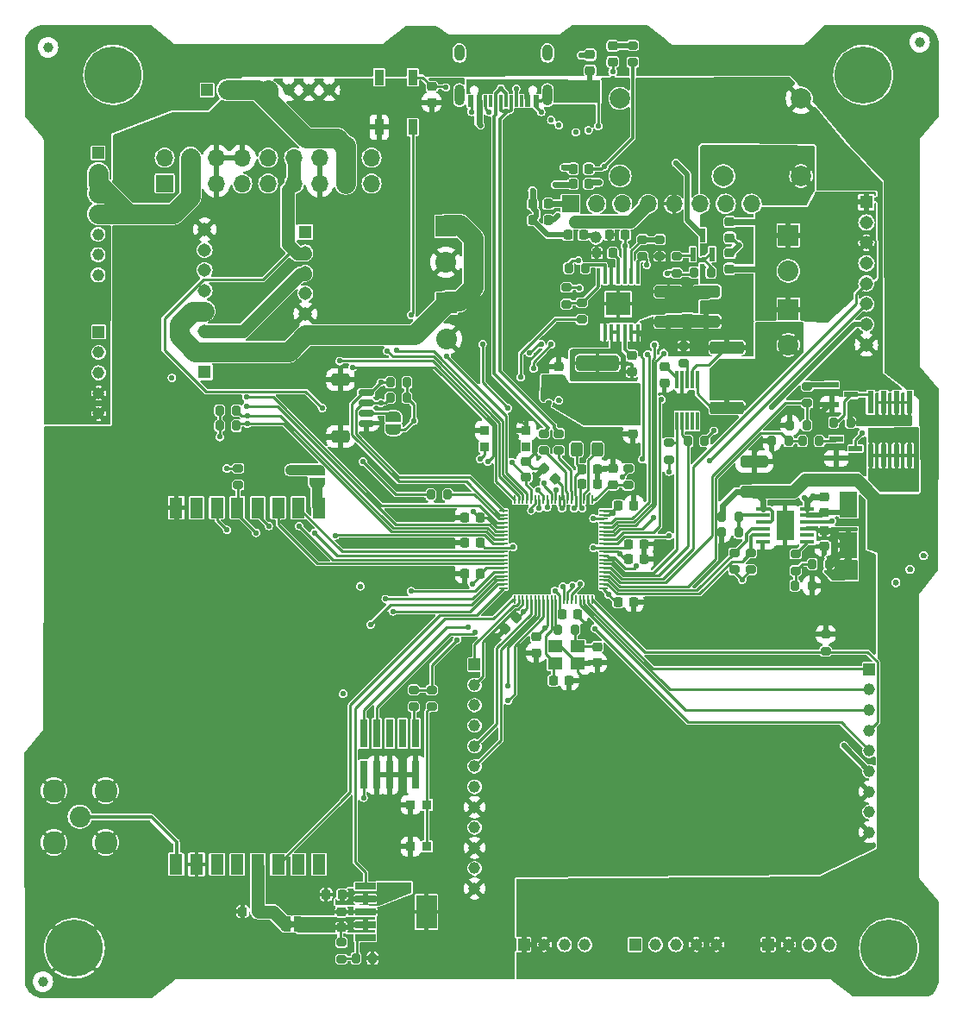
<source format=gtl>
%TF.GenerationSoftware,KiCad,Pcbnew,8.0.5*%
%TF.CreationDate,2024-11-25T18:16:58-08:00*%
%TF.ProjectId,mainboard,6d61696e-626f-4617-9264-2e6b69636164,06c*%
%TF.SameCoordinates,Original*%
%TF.FileFunction,Copper,L1,Top*%
%TF.FilePolarity,Positive*%
%FSLAX46Y46*%
G04 Gerber Fmt 4.6, Leading zero omitted, Abs format (unit mm)*
G04 Created by KiCad (PCBNEW 8.0.5) date 2024-11-25 18:16:58*
%MOMM*%
%LPD*%
G01*
G04 APERTURE LIST*
G04 Aperture macros list*
%AMRoundRect*
0 Rectangle with rounded corners*
0 $1 Rounding radius*
0 $2 $3 $4 $5 $6 $7 $8 $9 X,Y pos of 4 corners*
0 Add a 4 corners polygon primitive as box body*
4,1,4,$2,$3,$4,$5,$6,$7,$8,$9,$2,$3,0*
0 Add four circle primitives for the rounded corners*
1,1,$1+$1,$2,$3*
1,1,$1+$1,$4,$5*
1,1,$1+$1,$6,$7*
1,1,$1+$1,$8,$9*
0 Add four rect primitives between the rounded corners*
20,1,$1+$1,$2,$3,$4,$5,0*
20,1,$1+$1,$4,$5,$6,$7,0*
20,1,$1+$1,$6,$7,$8,$9,0*
20,1,$1+$1,$8,$9,$2,$3,0*%
%AMFreePoly0*
4,1,19,0.500000,-0.750000,0.000000,-0.750000,0.000000,-0.744911,-0.071157,-0.744911,-0.207708,-0.704816,-0.327430,-0.627875,-0.420627,-0.520320,-0.479746,-0.390866,-0.500000,-0.250000,-0.500000,0.250000,-0.479746,0.390866,-0.420627,0.520320,-0.327430,0.627875,-0.207708,0.704816,-0.071157,0.744911,0.000000,0.744911,0.000000,0.750000,0.500000,0.750000,0.500000,-0.750000,0.500000,-0.750000,
$1*%
%AMFreePoly1*
4,1,19,0.000000,0.744911,0.071157,0.744911,0.207708,0.704816,0.327430,0.627875,0.420627,0.520320,0.479746,0.390866,0.500000,0.250000,0.500000,-0.250000,0.479746,-0.390866,0.420627,-0.520320,0.327430,-0.627875,0.207708,-0.704816,0.071157,-0.744911,0.000000,-0.744911,0.000000,-0.750000,-0.500000,-0.750000,-0.500000,0.750000,0.000000,0.750000,0.000000,0.744911,0.000000,0.744911,
$1*%
G04 Aperture macros list end*
%TA.AperFunction,EtchedComponent*%
%ADD10C,0.000000*%
%TD*%
%TA.AperFunction,SMDPad,CuDef*%
%ADD11RoundRect,0.200000X-0.200000X-0.275000X0.200000X-0.275000X0.200000X0.275000X-0.200000X0.275000X0*%
%TD*%
%TA.AperFunction,SMDPad,CuDef*%
%ADD12R,0.304800X1.600200*%
%TD*%
%TA.AperFunction,SMDPad,CuDef*%
%ADD13R,2.460000X2.310000*%
%TD*%
%TA.AperFunction,SMDPad,CuDef*%
%ADD14RoundRect,0.225000X-0.250000X0.225000X-0.250000X-0.225000X0.250000X-0.225000X0.250000X0.225000X0*%
%TD*%
%TA.AperFunction,SMDPad,CuDef*%
%ADD15RoundRect,0.225000X0.250000X-0.225000X0.250000X0.225000X-0.250000X0.225000X-0.250000X-0.225000X0*%
%TD*%
%TA.AperFunction,SMDPad,CuDef*%
%ADD16RoundRect,0.200000X0.200000X0.275000X-0.200000X0.275000X-0.200000X-0.275000X0.200000X-0.275000X0*%
%TD*%
%TA.AperFunction,SMDPad,CuDef*%
%ADD17RoundRect,0.225000X0.225000X0.250000X-0.225000X0.250000X-0.225000X-0.250000X0.225000X-0.250000X0*%
%TD*%
%TA.AperFunction,SMDPad,CuDef*%
%ADD18R,1.320800X0.558800*%
%TD*%
%TA.AperFunction,SMDPad,CuDef*%
%ADD19R,0.609600X2.209800*%
%TD*%
%TA.AperFunction,ComponentPad*%
%ADD20C,5.600000*%
%TD*%
%TA.AperFunction,SMDPad,CuDef*%
%ADD21C,1.000000*%
%TD*%
%TA.AperFunction,ComponentPad*%
%ADD22C,2.006600*%
%TD*%
%TA.AperFunction,SMDPad,CuDef*%
%ADD23RoundRect,0.200000X-0.275000X0.200000X-0.275000X-0.200000X0.275000X-0.200000X0.275000X0.200000X0*%
%TD*%
%TA.AperFunction,SMDPad,CuDef*%
%ADD24RoundRect,0.225000X-0.225000X-0.250000X0.225000X-0.250000X0.225000X0.250000X-0.225000X0.250000X0*%
%TD*%
%TA.AperFunction,ComponentPad*%
%ADD25C,2.050000*%
%TD*%
%TA.AperFunction,ComponentPad*%
%ADD26C,2.250000*%
%TD*%
%TA.AperFunction,ComponentPad*%
%ADD27R,2.032000X2.032000*%
%TD*%
%TA.AperFunction,ComponentPad*%
%ADD28C,2.032000*%
%TD*%
%TA.AperFunction,SMDPad,CuDef*%
%ADD29RoundRect,0.200000X0.275000X-0.200000X0.275000X0.200000X-0.275000X0.200000X-0.275000X-0.200000X0*%
%TD*%
%TA.AperFunction,SMDPad,CuDef*%
%ADD30RoundRect,0.218750X0.256250X-0.218750X0.256250X0.218750X-0.256250X0.218750X-0.256250X-0.218750X0*%
%TD*%
%TA.AperFunction,SMDPad,CuDef*%
%ADD31RoundRect,0.250000X-1.425000X0.362500X-1.425000X-0.362500X1.425000X-0.362500X1.425000X0.362500X0*%
%TD*%
%TA.AperFunction,SMDPad,CuDef*%
%ADD32RoundRect,0.333000X-1.767000X0.417000X-1.767000X-0.417000X1.767000X-0.417000X1.767000X0.417000X0*%
%TD*%
%TA.AperFunction,SMDPad,CuDef*%
%ADD33R,0.558800X1.320800*%
%TD*%
%TA.AperFunction,SMDPad,CuDef*%
%ADD34RoundRect,0.250000X1.100000X-0.325000X1.100000X0.325000X-1.100000X0.325000X-1.100000X-0.325000X0*%
%TD*%
%TA.AperFunction,SMDPad,CuDef*%
%ADD35R,0.330200X1.778000*%
%TD*%
%TA.AperFunction,SMDPad,CuDef*%
%ADD36R,2.000000X0.650000*%
%TD*%
%TA.AperFunction,SMDPad,CuDef*%
%ADD37R,2.000000X3.200000*%
%TD*%
%TA.AperFunction,SMDPad,CuDef*%
%ADD38R,0.600000X1.150000*%
%TD*%
%TA.AperFunction,SMDPad,CuDef*%
%ADD39R,0.300000X1.150000*%
%TD*%
%TA.AperFunction,ComponentPad*%
%ADD40O,1.000000X2.100000*%
%TD*%
%TA.AperFunction,ComponentPad*%
%ADD41O,1.000000X1.600000*%
%TD*%
%TA.AperFunction,SMDPad,CuDef*%
%ADD42RoundRect,0.225000X-0.017678X0.335876X-0.335876X0.017678X0.017678X-0.335876X0.335876X-0.017678X0*%
%TD*%
%TA.AperFunction,SMDPad,CuDef*%
%ADD43R,1.397000X0.431800*%
%TD*%
%TA.AperFunction,SMDPad,CuDef*%
%ADD44R,1.752600X2.946400*%
%TD*%
%TA.AperFunction,SMDPad,CuDef*%
%ADD45R,1.700000X2.500000*%
%TD*%
%TA.AperFunction,SMDPad,CuDef*%
%ADD46R,0.900000X1.500000*%
%TD*%
%TA.AperFunction,SMDPad,CuDef*%
%ADD47RoundRect,0.250000X-0.325000X-0.450000X0.325000X-0.450000X0.325000X0.450000X-0.325000X0.450000X0*%
%TD*%
%TA.AperFunction,SMDPad,CuDef*%
%ADD48RoundRect,0.055000X0.335000X-0.055000X0.335000X0.055000X-0.335000X0.055000X-0.335000X-0.055000X0*%
%TD*%
%TA.AperFunction,SMDPad,CuDef*%
%ADD49RoundRect,0.055000X-0.055000X-0.335000X0.055000X-0.335000X0.055000X0.335000X-0.055000X0.335000X0*%
%TD*%
%TA.AperFunction,ComponentPad*%
%ADD50C,0.600000*%
%TD*%
%TA.AperFunction,SMDPad,CuDef*%
%ADD51R,1.133333X1.133333*%
%TD*%
%TA.AperFunction,SMDPad,CuDef*%
%ADD52FreePoly0,270.000000*%
%TD*%
%TA.AperFunction,SMDPad,CuDef*%
%ADD53FreePoly1,270.000000*%
%TD*%
%TA.AperFunction,SMDPad,CuDef*%
%ADD54R,0.740000X2.790000*%
%TD*%
%TA.AperFunction,SMDPad,CuDef*%
%ADD55R,1.400000X1.200000*%
%TD*%
%TA.AperFunction,SMDPad,CuDef*%
%ADD56R,1.300000X2.000000*%
%TD*%
%TA.AperFunction,SMDPad,CuDef*%
%ADD57R,4.700000X11.500000*%
%TD*%
%TA.AperFunction,SMDPad,CuDef*%
%ADD58R,0.900000X0.900000*%
%TD*%
%TA.AperFunction,SMDPad,CuDef*%
%ADD59RoundRect,0.150000X0.625000X-0.150000X0.625000X0.150000X-0.625000X0.150000X-0.625000X-0.150000X0*%
%TD*%
%TA.AperFunction,SMDPad,CuDef*%
%ADD60RoundRect,0.250000X0.650000X-0.350000X0.650000X0.350000X-0.650000X0.350000X-0.650000X-0.350000X0*%
%TD*%
%TA.AperFunction,ComponentPad*%
%ADD61R,1.150000X1.150000*%
%TD*%
%TA.AperFunction,ComponentPad*%
%ADD62C,1.150000*%
%TD*%
%TA.AperFunction,SMDPad,CuDef*%
%ADD63FreePoly0,90.000000*%
%TD*%
%TA.AperFunction,SMDPad,CuDef*%
%ADD64FreePoly1,90.000000*%
%TD*%
%TA.AperFunction,ComponentPad*%
%ADD65R,1.308000X1.308000*%
%TD*%
%TA.AperFunction,ComponentPad*%
%ADD66C,1.308000*%
%TD*%
%TA.AperFunction,SMDPad,CuDef*%
%ADD67RoundRect,0.225000X0.335876X0.017678X0.017678X0.335876X-0.335876X-0.017678X-0.017678X-0.335876X0*%
%TD*%
%TA.AperFunction,SMDPad,CuDef*%
%ADD68FreePoly0,180.000000*%
%TD*%
%TA.AperFunction,SMDPad,CuDef*%
%ADD69FreePoly1,180.000000*%
%TD*%
%TA.AperFunction,SMDPad,CuDef*%
%ADD70RoundRect,0.250000X-1.100000X0.325000X-1.100000X-0.325000X1.100000X-0.325000X1.100000X0.325000X0*%
%TD*%
%TA.AperFunction,ComponentPad*%
%ADD71R,1.700000X1.700000*%
%TD*%
%TA.AperFunction,ComponentPad*%
%ADD72O,1.700000X1.700000*%
%TD*%
%TA.AperFunction,ViaPad*%
%ADD73C,0.600000*%
%TD*%
%TA.AperFunction,ViaPad*%
%ADD74C,0.584200*%
%TD*%
%TA.AperFunction,ViaPad*%
%ADD75C,1.168400*%
%TD*%
%TA.AperFunction,Conductor*%
%ADD76C,0.234950*%
%TD*%
%TA.AperFunction,Conductor*%
%ADD77C,0.508000*%
%TD*%
%TA.AperFunction,Conductor*%
%ADD78C,0.271780*%
%TD*%
%TA.AperFunction,Conductor*%
%ADD79C,1.270000*%
%TD*%
%TA.AperFunction,Conductor*%
%ADD80C,0.271781*%
%TD*%
%TA.AperFunction,Conductor*%
%ADD81C,0.304800*%
%TD*%
%TA.AperFunction,Conductor*%
%ADD82C,1.000000*%
%TD*%
%TA.AperFunction,Conductor*%
%ADD83C,0.305000*%
%TD*%
%TA.AperFunction,Conductor*%
%ADD84C,0.609600*%
%TD*%
%TA.AperFunction,Conductor*%
%ADD85C,0.313400*%
%TD*%
%TA.AperFunction,Conductor*%
%ADD86C,0.293370*%
%TD*%
%TA.AperFunction,Conductor*%
%ADD87C,0.279400*%
%TD*%
%TA.AperFunction,Conductor*%
%ADD88C,0.337947*%
%TD*%
%TA.AperFunction,Conductor*%
%ADD89C,1.905000*%
%TD*%
%TA.AperFunction,Conductor*%
%ADD90C,0.300000*%
%TD*%
%TA.AperFunction,Conductor*%
%ADD91C,0.349300*%
%TD*%
G04 APERTURE END LIST*
D10*
%TA.AperFunction,EtchedComponent*%
G36*
X125050000Y-141200000D02*
G01*
X124550000Y-141200000D01*
X124550000Y-140600000D01*
X125050000Y-140600000D01*
X125050000Y-141200000D01*
G37*
%TD.AperFunction*%
D11*
X177991000Y-91694000D03*
X179641000Y-91694000D03*
D12*
X158766134Y-77289496D03*
X158116121Y-77289496D03*
X157466112Y-77289496D03*
X156816100Y-77289496D03*
X156166088Y-77289496D03*
X155516079Y-77289496D03*
X154866066Y-77289496D03*
X154866066Y-82826696D03*
X155516079Y-82826696D03*
X156166088Y-82826696D03*
X156816100Y-82826696D03*
X157466112Y-82826696D03*
X158116121Y-82826696D03*
X158766134Y-82826696D03*
D13*
X156816100Y-80058096D03*
D14*
X151000000Y-86225000D03*
X151000000Y-87775000D03*
D15*
X158250000Y-92775000D03*
X158250000Y-91225000D03*
X158178500Y-86690500D03*
X158178500Y-85140500D03*
D16*
X153606000Y-76517500D03*
X151956000Y-76517500D03*
D17*
X156286500Y-75057000D03*
X154736500Y-75057000D03*
D18*
X177783800Y-87995596D03*
X177783800Y-89900596D03*
X179663400Y-88948096D03*
D11*
X164275000Y-76962000D03*
X165925000Y-76962000D03*
D19*
X185420000Y-89712800D03*
X184150000Y-89712800D03*
X182880000Y-89712800D03*
X181610000Y-89712800D03*
X181610000Y-94945200D03*
X182880000Y-94945200D03*
X184150000Y-94945200D03*
X185420000Y-94945200D03*
D20*
X107236100Y-57564100D03*
X103426100Y-143294100D03*
X183426100Y-143294100D03*
X180896100Y-57564100D03*
D21*
X100330000Y-146558000D03*
D22*
X157000000Y-67500000D03*
X157000000Y-59880000D03*
X167160000Y-67500000D03*
X174780000Y-59880000D03*
X174780000Y-67500000D03*
D15*
X154051000Y-57143000D03*
X154051000Y-55593000D03*
D23*
X158254700Y-54674000D03*
X158254700Y-56324000D03*
D17*
X153937000Y-66776600D03*
X152387000Y-66776600D03*
D24*
X148450000Y-71818500D03*
X150000000Y-71818500D03*
D23*
X159194500Y-73724000D03*
X159194500Y-75374000D03*
D24*
X151879000Y-73279000D03*
X153429000Y-73279000D03*
D25*
X103949500Y-130365500D03*
D26*
X106489500Y-127825500D03*
X101409500Y-127825500D03*
X106489500Y-132905500D03*
X101409500Y-132905500D03*
D23*
X119500000Y-96175000D03*
X119500000Y-97825000D03*
D17*
X157493000Y-73279000D03*
X155943000Y-73279000D03*
D24*
X148412000Y-70231000D03*
X149962000Y-70231000D03*
D23*
X151750000Y-78425000D03*
X151750000Y-80075000D03*
D27*
X173532800Y-80572200D03*
D28*
X173532800Y-84072200D03*
D29*
X160909000Y-75374000D03*
X160909000Y-73724000D03*
D30*
X156293500Y-56286500D03*
X156293500Y-54711500D03*
D31*
X167500000Y-84312500D03*
X167500000Y-90237500D03*
D32*
X154813000Y-85830000D03*
X154813000Y-89430000D03*
D33*
X164147500Y-75171300D03*
X166052500Y-75171300D03*
X165100000Y-73291700D03*
D27*
X139954000Y-79959200D03*
D28*
X139954000Y-83459200D03*
D16*
X175323000Y-91948000D03*
X173673000Y-91948000D03*
D23*
X175387000Y-88123096D03*
X175387000Y-89773096D03*
D34*
X161769100Y-81787096D03*
X161769100Y-78837096D03*
X165481000Y-81787096D03*
X165481000Y-78837096D03*
D14*
X167767000Y-71996000D03*
X167767000Y-73546000D03*
D23*
X163250000Y-84175000D03*
X163250000Y-85825000D03*
D35*
X164576001Y-87455300D03*
X164075999Y-87455300D03*
X163576000Y-87455300D03*
X163076001Y-87455300D03*
X162575999Y-87455300D03*
X162575999Y-91544700D03*
X163076001Y-91544700D03*
X163576000Y-91544700D03*
X164075999Y-91544700D03*
X164576001Y-91544700D03*
D23*
X129649937Y-142705948D03*
X129649937Y-144355948D03*
D15*
X167767000Y-76594000D03*
X167767000Y-75044000D03*
D36*
X131983937Y-137180948D03*
X131983937Y-138450948D03*
X131983937Y-139720948D03*
X131983937Y-140990948D03*
X131983937Y-142260948D03*
D37*
X137983937Y-139720948D03*
D24*
X119925800Y-139674600D03*
X121475800Y-139674600D03*
D11*
X131058937Y-144258948D03*
X132708937Y-144258948D03*
D14*
X129649937Y-139707948D03*
X129649937Y-141257948D03*
D24*
X152387000Y-68250000D03*
X153937000Y-68250000D03*
D15*
X161350000Y-87775000D03*
X161350000Y-86225000D03*
D38*
X148752000Y-60128000D03*
X147952000Y-60128000D03*
D39*
X146802000Y-60128000D03*
X145802000Y-60128000D03*
X145302000Y-60128000D03*
X144302000Y-60128000D03*
D38*
X143152000Y-60128000D03*
X142352000Y-60128000D03*
D39*
X143802000Y-60128000D03*
X144802000Y-60128000D03*
X146302000Y-60128000D03*
X147302000Y-60128000D03*
D40*
X149872000Y-59553000D03*
D41*
X149872000Y-55413000D03*
D40*
X141232000Y-59553000D03*
D41*
X141232000Y-55413000D03*
D27*
X139903200Y-72440800D03*
D28*
X139903200Y-75940800D03*
D27*
X173532800Y-73307800D03*
D28*
X173532800Y-76807800D03*
D16*
X177532800Y-105567481D03*
X175882800Y-105567481D03*
D29*
X161800000Y-95325000D03*
X161800000Y-93675000D03*
D42*
X146848008Y-110851992D03*
X145751992Y-111948008D03*
D24*
X157825000Y-105100000D03*
X159375000Y-105100000D03*
D23*
X168224200Y-104488481D03*
X168224200Y-106138481D03*
D24*
X150475000Y-117000000D03*
X152025000Y-117000000D03*
D16*
X136075000Y-89250000D03*
X134425000Y-89250000D03*
D21*
X186436000Y-54356000D03*
D17*
X143275000Y-103500000D03*
X141725000Y-103500000D03*
D29*
X149500000Y-94425000D03*
X149500000Y-92775000D03*
D23*
X177200000Y-112475000D03*
X177200000Y-114125000D03*
D43*
X171018200Y-100152200D03*
X171018200Y-100802441D03*
X171018200Y-101452681D03*
X171018200Y-102102919D03*
X171018200Y-102753159D03*
X171018200Y-103403400D03*
X175387000Y-103403400D03*
X175387000Y-102753159D03*
X175387000Y-102102919D03*
X175387000Y-101452681D03*
X175387000Y-100802441D03*
X175387000Y-100152200D03*
D44*
X173202600Y-101777800D03*
D14*
X148750000Y-112725000D03*
X148750000Y-114275000D03*
D16*
X140075000Y-98750000D03*
X138425000Y-98750000D03*
D17*
X143275000Y-101000000D03*
X141725000Y-101000000D03*
D24*
X153225000Y-96250000D03*
X154775000Y-96250000D03*
D17*
X143275000Y-106500000D03*
X141725000Y-106500000D03*
D24*
X156825000Y-109300000D03*
X158375000Y-109300000D03*
D45*
X179451000Y-99759000D03*
X179451000Y-103759000D03*
D24*
X151325000Y-110500000D03*
X152875000Y-110500000D03*
D29*
X162560000Y-77025000D03*
X162560000Y-75375000D03*
D15*
X156300000Y-97775000D03*
X156300000Y-96225000D03*
D46*
X136650000Y-57800000D03*
X133350000Y-57800000D03*
X133350000Y-62700000D03*
X136650000Y-62700000D03*
D24*
X128133937Y-138008948D03*
X129683937Y-138008948D03*
D47*
X152725000Y-94297500D03*
X154775000Y-94297500D03*
D15*
X177063400Y-100500481D03*
X177063400Y-98950481D03*
D23*
X169849800Y-104488481D03*
X169849800Y-106138481D03*
D48*
X145563500Y-100343333D03*
X145563500Y-100743333D03*
X145563500Y-101143333D03*
X145563500Y-101543333D03*
X145563500Y-101943333D03*
X145563500Y-102343333D03*
X145563500Y-102743333D03*
X145563500Y-103143333D03*
X145563500Y-103543333D03*
X145563500Y-103943333D03*
X145563500Y-104343333D03*
X145563500Y-104743333D03*
X145563500Y-105143333D03*
X145563500Y-105543333D03*
X145563500Y-105943333D03*
X145563500Y-106343333D03*
X145563500Y-106743333D03*
X145563500Y-107143333D03*
X145563500Y-107543333D03*
X145563500Y-107943333D03*
D49*
X146660000Y-109039833D03*
X147060000Y-109039833D03*
X147460000Y-109039833D03*
X147860000Y-109039833D03*
X148260000Y-109039833D03*
X148660000Y-109039833D03*
X149060000Y-109039833D03*
X149460000Y-109039833D03*
X149860000Y-109039833D03*
X150260000Y-109039833D03*
X150660000Y-109039833D03*
X151060000Y-109039833D03*
X151460000Y-109039833D03*
X151860000Y-109039833D03*
X152260000Y-109039833D03*
X152660000Y-109039833D03*
X153060000Y-109039833D03*
X153460000Y-109039833D03*
X153860000Y-109039833D03*
X154260000Y-109039833D03*
D48*
X155356500Y-107943333D03*
X155356500Y-107543333D03*
X155356500Y-107143333D03*
X155356500Y-106743333D03*
X155356500Y-106343333D03*
X155356500Y-105943333D03*
X155356500Y-105543333D03*
X155356500Y-105143333D03*
X155356500Y-104743333D03*
X155356500Y-104343333D03*
X155356500Y-103943333D03*
X155356500Y-103543333D03*
X155356500Y-103143333D03*
X155356500Y-102743333D03*
X155356500Y-102343333D03*
X155356500Y-101943333D03*
X155356500Y-101543333D03*
X155356500Y-101143333D03*
X155356500Y-100743333D03*
X155356500Y-100343333D03*
D49*
X154260000Y-99246833D03*
X153860000Y-99246833D03*
X153460000Y-99246833D03*
X153060000Y-99246833D03*
X152660000Y-99246833D03*
X152260000Y-99246833D03*
X151860000Y-99246833D03*
X151460000Y-99246833D03*
X151060000Y-99246833D03*
X150660000Y-99246833D03*
X150260000Y-99246833D03*
X149860000Y-99246833D03*
X149460000Y-99246833D03*
X149060000Y-99246833D03*
X148660000Y-99246833D03*
X148260000Y-99246833D03*
X147860000Y-99246833D03*
X147460000Y-99246833D03*
X147060000Y-99246833D03*
X146660000Y-99246833D03*
D50*
X149326667Y-103010000D03*
D51*
X149326667Y-103010000D03*
D50*
X149326667Y-104143333D03*
D51*
X149326667Y-104143333D03*
D50*
X149326667Y-105276666D03*
D51*
X149326667Y-105276666D03*
D50*
X150460000Y-103010000D03*
D51*
X150460000Y-103010000D03*
D50*
X150460000Y-104143333D03*
D51*
X150460000Y-104143333D03*
D50*
X150460000Y-105276666D03*
D51*
X150460000Y-105276666D03*
D50*
X151593333Y-103010000D03*
D51*
X151593333Y-103010000D03*
D50*
X151593333Y-104143333D03*
D51*
X151593333Y-104143333D03*
D50*
X151593333Y-105276666D03*
D51*
X151593333Y-105276666D03*
D52*
X134750000Y-91100000D03*
D53*
X134750000Y-92400000D03*
D54*
X131825000Y-126280000D03*
X131825000Y-122210000D03*
X133095000Y-126280000D03*
X133095000Y-122210000D03*
X134365000Y-126280000D03*
X134365000Y-122210000D03*
X135635000Y-122210000D03*
X136905000Y-126280000D03*
X136905000Y-122210000D03*
D55*
X150650000Y-115350000D03*
X152850000Y-115350000D03*
X152850000Y-113650000D03*
X150650000Y-113650000D03*
D56*
X113420000Y-135050000D03*
X115420000Y-135050000D03*
X117420000Y-135050000D03*
X119420000Y-135050000D03*
X121420000Y-135050000D03*
X123420000Y-135050000D03*
X125420000Y-135050000D03*
X127420000Y-135050000D03*
X127420000Y-100050000D03*
X125420000Y-100050000D03*
X123420000Y-100050000D03*
X121420000Y-100050000D03*
X119420000Y-100050000D03*
X117420000Y-100050000D03*
X115420000Y-100050000D03*
X113420000Y-100050000D03*
D57*
X122170000Y-120600000D03*
D58*
X143700000Y-94050000D03*
X147800000Y-94050000D03*
X143700000Y-92450000D03*
X147800000Y-92450000D03*
D16*
X176575000Y-93500000D03*
X174925000Y-93500000D03*
D59*
X132075000Y-91750000D03*
X132075000Y-90750000D03*
X132075000Y-89750000D03*
X132075000Y-88750000D03*
D60*
X129550000Y-93050000D03*
X129550000Y-87450000D03*
D16*
X136075000Y-87750000D03*
X134425000Y-87750000D03*
X173575000Y-93500000D03*
X171925000Y-93500000D03*
D61*
X158484001Y-142920000D03*
D62*
X160484002Y-142920000D03*
X162484001Y-142920000D03*
X164484002Y-142920000D03*
X166484000Y-142920000D03*
D21*
X100838000Y-54864000D03*
D11*
X174181000Y-107696000D03*
X175831000Y-107696000D03*
D29*
X138500000Y-119575000D03*
X138500000Y-117925000D03*
D61*
X105800000Y-82799999D03*
D62*
X105800000Y-84800000D03*
X105800000Y-86799999D03*
X105800000Y-88800000D03*
X105800000Y-90799998D03*
D11*
X167015000Y-100950000D03*
X168665000Y-100950000D03*
D63*
X127250000Y-97650000D03*
D64*
X127250000Y-96350000D03*
D11*
X117675000Y-90500000D03*
X119325000Y-90500000D03*
D16*
X168665000Y-102490000D03*
X167015000Y-102490000D03*
D65*
X181200000Y-70050001D03*
D66*
X181200000Y-72050002D03*
X181200000Y-74050001D03*
X181200000Y-76050002D03*
X181200000Y-78050000D03*
X181200000Y-80050001D03*
X181200000Y-82050000D03*
X181200000Y-84050001D03*
D61*
X142720000Y-115430000D03*
D62*
X142720000Y-117430001D03*
X142720000Y-119430000D03*
X142720000Y-121430001D03*
X142720000Y-123429999D03*
X142720000Y-125430000D03*
X142720000Y-127429999D03*
X142720000Y-129430000D03*
X142720000Y-131430001D03*
X142720000Y-133430000D03*
X142720000Y-135430000D03*
X142720000Y-137430000D03*
D29*
X153250000Y-81575000D03*
X153250000Y-79925000D03*
D61*
X147550000Y-142920000D03*
D62*
X149550000Y-142920000D03*
X151550000Y-142920000D03*
X153550000Y-142920000D03*
D15*
X147800000Y-97025000D03*
X147800000Y-95475000D03*
X177063400Y-103853281D03*
X177063400Y-102303281D03*
D65*
X126100000Y-73000000D03*
D66*
X126100000Y-75000000D03*
X126100000Y-77000000D03*
X126100000Y-79000000D03*
X126100000Y-81000000D03*
X126100000Y-83000000D03*
D16*
X165325000Y-93500000D03*
X163675000Y-93500000D03*
D24*
X157825000Y-103600000D03*
X159375000Y-103600000D03*
D14*
X138500000Y-58725000D03*
X138500000Y-60275000D03*
D67*
X150648008Y-97248008D03*
X149551992Y-96151992D03*
D58*
X138050000Y-133300000D03*
X138050000Y-129200000D03*
X136450000Y-133300000D03*
X136450000Y-129200000D03*
D14*
X154750000Y-113725000D03*
X154750000Y-115275000D03*
D11*
X117675000Y-92000000D03*
X119325000Y-92000000D03*
D29*
X151000000Y-94425000D03*
X151000000Y-92775000D03*
D24*
X156825000Y-99800000D03*
X158375000Y-99800000D03*
D65*
X116205000Y-86739999D03*
D66*
X116205000Y-84739998D03*
X116205000Y-82739999D03*
X116205000Y-80739998D03*
X116205000Y-78740000D03*
X116205000Y-76739999D03*
X116205000Y-74740000D03*
X116205000Y-72739999D03*
D61*
X105750000Y-65214001D03*
D62*
X105750000Y-67214002D03*
X105750000Y-69214001D03*
X105750000Y-71214002D03*
X105750000Y-73214000D03*
X105750000Y-75214001D03*
X105750000Y-77214000D03*
D68*
X125450000Y-140900000D03*
D69*
X124150000Y-140900000D03*
D70*
X170200000Y-95525000D03*
X170200000Y-98475000D03*
D61*
X171550000Y-142920000D03*
D62*
X173550000Y-142920000D03*
X175550000Y-142920000D03*
X177550000Y-142920000D03*
D16*
X152575000Y-112000000D03*
X150925000Y-112000000D03*
D23*
X157800000Y-96175000D03*
X157800000Y-97825000D03*
D61*
X116450001Y-59050000D03*
D62*
X118450002Y-59050000D03*
X120450001Y-59050000D03*
X122450002Y-59050000D03*
X124450000Y-59050000D03*
X126450001Y-59050000D03*
X128450000Y-59050000D03*
D61*
X181491000Y-115900000D03*
D62*
X181491000Y-117900001D03*
X181491000Y-119900000D03*
X181491000Y-121900001D03*
X181491000Y-123899999D03*
X181491000Y-125900000D03*
X181491000Y-127899999D03*
X181491000Y-129900000D03*
X181491000Y-131900001D03*
D23*
X174244000Y-104585000D03*
X174244000Y-106235000D03*
D18*
X178246700Y-93297500D03*
X178246700Y-95202500D03*
X180126300Y-94250000D03*
D29*
X136750000Y-119575000D03*
X136750000Y-117925000D03*
D24*
X153225000Y-97750000D03*
X154775000Y-97750000D03*
D71*
X152146000Y-70231000D03*
D72*
X154686000Y-70231000D03*
X157226000Y-70231000D03*
X159766000Y-70231000D03*
X162306000Y-70231000D03*
X164846000Y-70231000D03*
X167386000Y-70231000D03*
X169926000Y-70231000D03*
D71*
X112280000Y-68240000D03*
D72*
X112280000Y-65700000D03*
X114820000Y-68240000D03*
X114820000Y-65700000D03*
X117360000Y-68240000D03*
X117360000Y-65700000D03*
X119900000Y-68240000D03*
X119900000Y-65700000D03*
X122440000Y-68240000D03*
X122440000Y-65700000D03*
X124980000Y-68240000D03*
X124980000Y-65700000D03*
X127520000Y-68240000D03*
X127520000Y-65700000D03*
X130060000Y-68240000D03*
X130060000Y-65700000D03*
X132600000Y-68240000D03*
X132600000Y-65700000D03*
D73*
X114490500Y-130492500D03*
X112712500Y-130492500D03*
X108018580Y-129528060D03*
X109283500Y-132667500D03*
X110553500Y-132667500D03*
X109283500Y-131397500D03*
X110553500Y-131397500D03*
X109288580Y-127038860D03*
X111828580Y-129528060D03*
X111828580Y-127038860D03*
X109288580Y-129528060D03*
X110558580Y-127038860D03*
X110558580Y-128308860D03*
X111828580Y-128308860D03*
X109288580Y-128308860D03*
X110558580Y-129528060D03*
X138500000Y-140800000D03*
X138500000Y-138641000D03*
X113601500Y-131381500D03*
X108013500Y-131397500D03*
X111823500Y-132667500D03*
X111823500Y-134175500D03*
X115379500Y-136588500D03*
X111823500Y-136588500D03*
X113093500Y-136588500D03*
X114236500Y-136588500D03*
X110553500Y-136588500D03*
X109283500Y-136588500D03*
X110553500Y-134175500D03*
X109283500Y-134175500D03*
X116395500Y-136588500D03*
X113601500Y-129528060D03*
X116395500Y-131635500D03*
X137357000Y-140800000D03*
X172132218Y-91811736D03*
X111823500Y-135318500D03*
X110553500Y-135318500D03*
X109283500Y-135318500D03*
X116395500Y-132667500D03*
D74*
X114998500Y-132675400D03*
D73*
X121340000Y-123510000D03*
X122729900Y-123510000D03*
X122094900Y-121922500D03*
X122094900Y-124843500D03*
X137944000Y-139657000D03*
X137357000Y-138641000D03*
X135745937Y-139720948D03*
D74*
X172974000Y-106426000D03*
X138085200Y-144263400D03*
X138250000Y-88500000D03*
X177038000Y-107696000D03*
X150000000Y-89750000D03*
X172210000Y-95170000D03*
X152082500Y-93027500D03*
X180000000Y-95250000D03*
X162000000Y-103800000D03*
X184090000Y-107390000D03*
X128000000Y-112500000D03*
X147250000Y-91500000D03*
X165000000Y-135470000D03*
X162200000Y-89100000D03*
X126000000Y-118000000D03*
X140400000Y-106500000D03*
X146000000Y-85750000D03*
X159700000Y-109400000D03*
X166824836Y-124314836D03*
X185480000Y-106080000D03*
X143185200Y-143563400D03*
X155450000Y-74450000D03*
X164860000Y-126790000D03*
X151000000Y-89500000D03*
X126000000Y-111750000D03*
X116250000Y-115750000D03*
X146250000Y-78250000D03*
X128000000Y-93250000D03*
X134000000Y-93500000D03*
X154000000Y-92500000D03*
X136500000Y-131200000D03*
X140400000Y-101000000D03*
X154700000Y-116600000D03*
X148600000Y-115800000D03*
X135659575Y-126277000D03*
X166800000Y-115140425D03*
X171958000Y-96774000D03*
X133883937Y-144258948D03*
X186810000Y-104740000D03*
X172900000Y-95900000D03*
X158750000Y-81250000D03*
X138285200Y-135863400D03*
X177000000Y-90550992D03*
X137000000Y-88250000D03*
X142200000Y-81600000D03*
X161800000Y-100900000D03*
X148807525Y-93707525D03*
X172466000Y-107188000D03*
X172974000Y-107950000D03*
X127850000Y-87500000D03*
X172466000Y-108712000D03*
X160700000Y-105100000D03*
X131883937Y-143258948D03*
X171958000Y-106426000D03*
X138000000Y-93750000D03*
X170400000Y-94300000D03*
X154750000Y-79250000D03*
X156200000Y-94900000D03*
X171958000Y-107950000D03*
X146800000Y-93100000D03*
X142800000Y-92450000D03*
X134383937Y-139758948D03*
X159000000Y-79000000D03*
X114998500Y-131635500D03*
X164175000Y-80300000D03*
X153600000Y-111400000D03*
X159500000Y-80500000D03*
X111000000Y-101500000D03*
X176030000Y-115140425D03*
X170570000Y-97300000D03*
X165227000Y-75717400D03*
X153400000Y-117000000D03*
X128383937Y-139258948D03*
X167000000Y-103750000D03*
X140400000Y-103500000D03*
X116750000Y-105000000D03*
X113445596Y-101663500D03*
X142500000Y-107500000D03*
X151750000Y-89000000D03*
X151300000Y-100100000D03*
X131500000Y-107750000D03*
X129800000Y-118300000D03*
X169000000Y-107100000D03*
X124600000Y-96300000D03*
X155900000Y-91200000D03*
X157000000Y-104600000D03*
X131800000Y-128500000D03*
X139900000Y-58800000D03*
X125800000Y-96350000D03*
X142600000Y-100400000D03*
X153300000Y-100100000D03*
X166200000Y-92500000D03*
X171900000Y-90200000D03*
X179000000Y-123400000D03*
X158100000Y-90250000D03*
X146400000Y-95600000D03*
X158300000Y-88100000D03*
X147475000Y-110275000D03*
X161800000Y-96500000D03*
X156200000Y-88100000D03*
X149587500Y-111887500D03*
X157200000Y-97000000D03*
X118400000Y-96200000D03*
X159639000Y-76200054D03*
X155850000Y-108550000D03*
X117700000Y-93100000D03*
X156300000Y-100600000D03*
X136750000Y-91500000D03*
X151400000Y-107800000D03*
X142750000Y-112250000D03*
X142063233Y-111763233D03*
X152300000Y-107700000D03*
X134729937Y-137765148D03*
X133764737Y-138374748D03*
X159500000Y-84200000D03*
X159200000Y-95300000D03*
X133764737Y-137257148D03*
X166300000Y-71500000D03*
X168000000Y-78000000D03*
X179800000Y-106600000D03*
X178816000Y-105664000D03*
X171200000Y-65200000D03*
X168200000Y-79700000D03*
X168100000Y-81500000D03*
X153000000Y-78500000D03*
X127750000Y-90250000D03*
X169300000Y-78500000D03*
X168086600Y-65013400D03*
X135898337Y-137257148D03*
X168700000Y-82600000D03*
X169400000Y-80900000D03*
X150250000Y-62000000D03*
X145300000Y-58900000D03*
X151000000Y-62500000D03*
X145800000Y-61150000D03*
X161300000Y-84900000D03*
X161662185Y-77080185D03*
X131750000Y-95500000D03*
X180594000Y-90424000D03*
X179855000Y-89685000D03*
X160300000Y-101000000D03*
X175082200Y-99040000D03*
X175950000Y-98940000D03*
X152900000Y-75800000D03*
X157479994Y-74358508D03*
X150622000Y-68326000D03*
X154965400Y-68122800D03*
X143500000Y-84000000D03*
X146000000Y-90250000D03*
X144100000Y-61200000D03*
X146800000Y-58928000D03*
X153180000Y-55630000D03*
X168656000Y-74250000D03*
X148400000Y-68900000D03*
X149250000Y-61200000D03*
D73*
X151485600Y-66675004D03*
D74*
X142400000Y-61200000D03*
X148800000Y-71000000D03*
X143300000Y-62500000D03*
X154853201Y-62600400D03*
X133500000Y-87750000D03*
X133500000Y-89750000D03*
D75*
X152600000Y-72000000D03*
D74*
X145988825Y-117500000D03*
X120300000Y-89200000D03*
X162486000Y-66192400D03*
X134000000Y-109000000D03*
X154500000Y-111900000D03*
X158600000Y-105800000D03*
X177800000Y-101346000D03*
X154400000Y-104000000D03*
X150600000Y-108200000D03*
X146500000Y-103900000D03*
X152500000Y-100100000D03*
X156293504Y-57256998D03*
X155448000Y-66548000D03*
X140000000Y-85200000D03*
X136500000Y-81100000D03*
X132500000Y-111500000D03*
X136500000Y-108250000D03*
X134711768Y-110211768D03*
X146000000Y-119000000D03*
X161075000Y-89425000D03*
X153100000Y-107500000D03*
X141000000Y-113000000D03*
X148300000Y-100300000D03*
X165800000Y-95450001D03*
X161800000Y-102800000D03*
X120300000Y-90100000D03*
X143250000Y-95250000D03*
X130750000Y-86250000D03*
X154400000Y-101100000D03*
X144000000Y-95500000D03*
X184410000Y-97920000D03*
X185810000Y-96970000D03*
X184750000Y-97075000D03*
X185480000Y-97980000D03*
X129450000Y-85650000D03*
X134150000Y-84650000D03*
X135075000Y-84575000D03*
X121250000Y-102500000D03*
X127000002Y-102500000D03*
X153900000Y-63000000D03*
X159700000Y-85000000D03*
X148942025Y-98342025D03*
X160400000Y-84100000D03*
X152650000Y-63200000D03*
X180750000Y-92750000D03*
X113000000Y-87300000D03*
X120400000Y-91800000D03*
X120400000Y-91000000D03*
X149500000Y-97600000D03*
X149850000Y-100020000D03*
X149050000Y-100080000D03*
X150700000Y-98300000D03*
X125500000Y-101840425D03*
X122500000Y-101840425D03*
X129020000Y-102770000D03*
X118410000Y-102240000D03*
X148500000Y-86374999D03*
X150250000Y-84000000D03*
X150900000Y-71400000D03*
D75*
X154650869Y-73534609D03*
D74*
X147250000Y-87250000D03*
X149250000Y-84000000D03*
X148125000Y-84875000D03*
D76*
X165925000Y-76962000D02*
X165925000Y-76415400D01*
D77*
X113438600Y-100289596D02*
X113445596Y-100296592D01*
D76*
X143700000Y-92450000D02*
X142800000Y-92450000D01*
D77*
X172268482Y-91948000D02*
X172132218Y-91811736D01*
D76*
X152875000Y-110675000D02*
X153600000Y-111400000D01*
D77*
X113445596Y-101250409D02*
X113445596Y-101663500D01*
D76*
X148800000Y-93700000D02*
X148807525Y-93707525D01*
X147750000Y-92000000D02*
X147750000Y-92400000D01*
D77*
X177000000Y-90550992D02*
X177650396Y-89900596D01*
D78*
X127850000Y-87500000D02*
X129500000Y-87500000D01*
D77*
X113445596Y-100296592D02*
X113445596Y-101250409D01*
D78*
X136905000Y-126280000D02*
X135638000Y-126280000D01*
D77*
X173710500Y-91948000D02*
X172268482Y-91948000D01*
D78*
X129350000Y-93250000D02*
X129550000Y-93050000D01*
D76*
X148476992Y-96151992D02*
X147800000Y-95475000D01*
X165925000Y-76415400D02*
X165227000Y-75717400D01*
X150650000Y-113650000D02*
X151150000Y-113650000D01*
D78*
X129500000Y-87500000D02*
X129550000Y-87450000D01*
D76*
X153400000Y-116750000D02*
X153400000Y-117000000D01*
X147250000Y-91500000D02*
X147750000Y-92000000D01*
X148807525Y-94467475D02*
X148807525Y-93707525D01*
X152850000Y-116200000D02*
X153400000Y-116750000D01*
X147800000Y-95475000D02*
X148807525Y-94467475D01*
X152875000Y-110500000D02*
X152875000Y-110675000D01*
X166052500Y-75171300D02*
X165773100Y-75171300D01*
X149551992Y-96151992D02*
X148476992Y-96151992D01*
D78*
X128000000Y-93250000D02*
X129350000Y-93250000D01*
X133095000Y-126280000D02*
X134365000Y-126280000D01*
D76*
X151150000Y-113650000D02*
X152850000Y-115350000D01*
D79*
X165481000Y-78912096D02*
X161769100Y-78912096D01*
D76*
X165773100Y-75171300D02*
X165227000Y-75717400D01*
X152850000Y-115350000D02*
X152850000Y-116200000D01*
D78*
X135632000Y-126280000D02*
X134365000Y-126280000D01*
D77*
X177650396Y-89900596D02*
X177783800Y-89900596D01*
D76*
X147475000Y-110275000D02*
X147860000Y-109890000D01*
X156281667Y-100343333D02*
X155356500Y-100343333D01*
D77*
X181200000Y-82050000D02*
X180050000Y-82050000D01*
D76*
X155850000Y-108550000D02*
X156600000Y-109300000D01*
X156743333Y-104343333D02*
X155356500Y-104343333D01*
X155881667Y-100743333D02*
X156281667Y-100343333D01*
D78*
X136750000Y-89925000D02*
X136075000Y-89250000D01*
D76*
X117675000Y-92000000D02*
X117675000Y-93075000D01*
D78*
X147800000Y-97325000D02*
X147800000Y-97025000D01*
D76*
X143275000Y-106500000D02*
X143275000Y-106725000D01*
D78*
X148260000Y-99246833D02*
X148260000Y-98265000D01*
D80*
X159321500Y-75336500D02*
X159639000Y-75654000D01*
D76*
X151292851Y-98800000D02*
X151292851Y-99079684D01*
X156300000Y-100600000D02*
X156300000Y-100361666D01*
D78*
X136750000Y-91500000D02*
X136750000Y-89925000D01*
D76*
X147800000Y-97805000D02*
X148260000Y-98265000D01*
X169000000Y-106988281D02*
X169849800Y-106138481D01*
X156300000Y-100361666D02*
X156281667Y-100343333D01*
X179000000Y-123409000D02*
X179000000Y-123400000D01*
X136750000Y-91500000D02*
X135850000Y-92400000D01*
X118400000Y-96200000D02*
X119475000Y-96200000D01*
X151292851Y-99079684D02*
X151460000Y-99246833D01*
X147475000Y-110325000D02*
X146848008Y-110951992D01*
X153060000Y-97915000D02*
X153225000Y-97750000D01*
X143950000Y-101000000D02*
X144893333Y-101943333D01*
X149587500Y-111887500D02*
X148750000Y-112725000D01*
X119475000Y-96200000D02*
X119500000Y-96175000D01*
D78*
X136075000Y-87750000D02*
X136075000Y-89250000D01*
D76*
X151060000Y-99246833D02*
X151060000Y-99860000D01*
D80*
X159639000Y-75654000D02*
X159639000Y-76200054D01*
D76*
X168224200Y-106324200D02*
X169000000Y-107100000D01*
X139825000Y-58725000D02*
X139900000Y-58800000D01*
X143831667Y-105943333D02*
X143275000Y-106500000D01*
X147860000Y-109890000D02*
X147860000Y-109039833D01*
X150648008Y-97248008D02*
X151292851Y-97892851D01*
X143275000Y-101000000D02*
X143950000Y-101000000D01*
X155356500Y-107943333D02*
X155356500Y-108056500D01*
X117675000Y-90500000D02*
X117675000Y-92000000D01*
X147475000Y-110275000D02*
X147475000Y-110325000D01*
X144893333Y-101943333D02*
X145563500Y-101943333D01*
X149860000Y-111615000D02*
X148750000Y-112725000D01*
X155356500Y-108056500D02*
X155850000Y-108550000D01*
X169000000Y-107100000D02*
X169000000Y-106988281D01*
X157500000Y-105100000D02*
X157825000Y-105100000D01*
X156743333Y-104343333D02*
X157500000Y-105100000D01*
X145563500Y-105943333D02*
X143831667Y-105943333D01*
X131825000Y-128475000D02*
X131825000Y-126280000D01*
X153060000Y-99246833D02*
X153060000Y-99860000D01*
D77*
X180050000Y-82050000D02*
X171900000Y-90200000D01*
D76*
X153060000Y-99246833D02*
X153060000Y-97915000D01*
X151460000Y-99246833D02*
X151460000Y-99940000D01*
X153060000Y-99860000D02*
X153300000Y-100100000D01*
X165325000Y-93375000D02*
X166200000Y-92500000D01*
X157800000Y-96400000D02*
X157800000Y-96175000D01*
X161800000Y-95325000D02*
X161800000Y-96500000D01*
X146400000Y-95600000D02*
X146400000Y-95625000D01*
X149860000Y-109039833D02*
X149860000Y-111615000D01*
X136650000Y-57800000D02*
X137575000Y-57800000D01*
X147800000Y-97025000D02*
X147800000Y-97805000D01*
X151460000Y-99940000D02*
X151300000Y-100100000D01*
D77*
X181491000Y-125900000D02*
X179000000Y-123409000D01*
D76*
X146400000Y-95625000D02*
X147800000Y-97025000D01*
X151292851Y-99013982D02*
X151292851Y-98800000D01*
X150648008Y-97248008D02*
X150442025Y-97042025D01*
D81*
X158766134Y-77289496D02*
X158766134Y-75891866D01*
D76*
X131800000Y-128500000D02*
X131825000Y-128475000D01*
D82*
X125800000Y-96350000D02*
X124650000Y-96350000D01*
D76*
X156825000Y-99800000D02*
X156281667Y-100343333D01*
X137575000Y-57800000D02*
X138500000Y-58725000D01*
X168224200Y-106138481D02*
X168224200Y-106324200D01*
D81*
X158766134Y-75891866D02*
X159321500Y-75336500D01*
D76*
X157200000Y-97000000D02*
X157800000Y-96400000D01*
X151060000Y-99246833D02*
X151292851Y-99013982D01*
X143275000Y-106725000D02*
X142500000Y-107500000D01*
X142600000Y-100400000D02*
X143200000Y-101000000D01*
X151060000Y-99860000D02*
X151300000Y-100100000D01*
X138500000Y-58725000D02*
X139825000Y-58725000D01*
X157000000Y-104600000D02*
X156743333Y-104343333D01*
X155356500Y-100743333D02*
X155881667Y-100743333D01*
X165325000Y-93500000D02*
X165325000Y-93375000D01*
X156600000Y-109300000D02*
X156825000Y-109300000D01*
X117675000Y-93075000D02*
X117700000Y-93100000D01*
X143200000Y-101000000D02*
X143275000Y-101000000D01*
X143275000Y-101000000D02*
X143000000Y-101000000D01*
X147800000Y-97025000D02*
X147800000Y-96900000D01*
D82*
X127250000Y-96350000D02*
X125800000Y-96350000D01*
D76*
X151292851Y-97892851D02*
X151292851Y-98800000D01*
X135850000Y-92400000D02*
X134750000Y-92400000D01*
X161856479Y-117900001D02*
X181491000Y-117900001D01*
X153460000Y-109039833D02*
X153460000Y-109503522D01*
X153460000Y-109503522D02*
X161856479Y-117900001D01*
X151400000Y-107800000D02*
X151460000Y-107860000D01*
X140327192Y-112422808D02*
X142577192Y-112422808D01*
X151460000Y-107860000D02*
X151460000Y-109039833D01*
X133095000Y-119655000D02*
X140327192Y-112422808D01*
X142577192Y-112422808D02*
X142750000Y-112250000D01*
X133095000Y-122210000D02*
X133095000Y-119655000D01*
X152300000Y-107900000D02*
X151860000Y-108340000D01*
X131825000Y-119925000D02*
X139986767Y-111763233D01*
X131825000Y-122210000D02*
X131825000Y-119925000D01*
X151860000Y-108340000D02*
X151860000Y-109039833D01*
X139986767Y-111763233D02*
X142063233Y-111763233D01*
X152300000Y-107700000D02*
X152300000Y-107900000D01*
X136750000Y-122055000D02*
X136905000Y-122210000D01*
X136750000Y-119575000D02*
X136750000Y-122055000D01*
D83*
X171787360Y-101452681D02*
X171969200Y-101270841D01*
X171018200Y-101452681D02*
X171787360Y-101452681D01*
D79*
X181991000Y-99034600D02*
X180238400Y-97282000D01*
D84*
X167043600Y-100944681D02*
X167043600Y-99808800D01*
D79*
X175174532Y-97282000D02*
X180238400Y-97282000D01*
D83*
X171969200Y-101270841D02*
X171969200Y-100417400D01*
D84*
X171018200Y-99293200D02*
X170200000Y-98475000D01*
D83*
X171969200Y-100417400D02*
X171704000Y-100152200D01*
D84*
X167043600Y-99808800D02*
X168377400Y-98475000D01*
D83*
X171704000Y-100152200D02*
X171018200Y-100152200D01*
D79*
X173981532Y-98475000D02*
X175174532Y-97282000D01*
X170200000Y-98475000D02*
X173981532Y-98475000D01*
D84*
X168377400Y-98475000D02*
X170200000Y-98475000D01*
X171018200Y-100152200D02*
X171018200Y-99293200D01*
D78*
X124600000Y-75000000D02*
X121970111Y-77629889D01*
D79*
X124400000Y-68820000D02*
X124400000Y-74178000D01*
X124980000Y-68240000D02*
X124400000Y-68820000D01*
D78*
X151750000Y-78425000D02*
X152925000Y-78425000D01*
D79*
X124980000Y-65700000D02*
X124980000Y-68240000D01*
D78*
X167437500Y-84312500D02*
X167500000Y-84312500D01*
X121970111Y-77629889D02*
X116056616Y-77629889D01*
X112250000Y-84564779D02*
X116308831Y-88623610D01*
X165750000Y-86000000D02*
X167437500Y-84312500D01*
X112250000Y-81436505D02*
X112250000Y-84564779D01*
D84*
X177995281Y-102303281D02*
X179451000Y-103759000D01*
D76*
X159250000Y-95250000D02*
X159250000Y-85339096D01*
D78*
X126123610Y-88623610D02*
X127750000Y-90250000D01*
X164075999Y-87455300D02*
X164075999Y-86429422D01*
D76*
X159142025Y-85231121D02*
X159142025Y-83202587D01*
X159200000Y-95300000D02*
X159250000Y-95250000D01*
D84*
X179451000Y-103759000D02*
X179451000Y-105029000D01*
X177642519Y-105567481D02*
X179451000Y-103759000D01*
X179451000Y-105029000D02*
X178816000Y-105664000D01*
X177063400Y-102303281D02*
X177995281Y-102303281D01*
D78*
X126100000Y-75000000D02*
X124600000Y-75000000D01*
X164505421Y-86000000D02*
X165750000Y-86000000D01*
D84*
X177532800Y-105567481D02*
X177642519Y-105567481D01*
D78*
X152925000Y-78425000D02*
X153000000Y-78500000D01*
X116308831Y-88623610D02*
X126123610Y-88623610D01*
D79*
X125322000Y-75100000D02*
X126100000Y-75100000D01*
D78*
X116056616Y-77629889D02*
X112250000Y-81436505D01*
D76*
X159142025Y-83202587D02*
X158766134Y-82826696D01*
X159250000Y-85339096D02*
X159142025Y-85231121D01*
D79*
X165481000Y-81712096D02*
X161769100Y-81712096D01*
X124400000Y-74178000D02*
X125322000Y-75100000D01*
D78*
X164075999Y-86429422D02*
X164505421Y-86000000D01*
D85*
X149968300Y-92231700D02*
X149968300Y-92204273D01*
X144618300Y-61684084D02*
X144802000Y-61500384D01*
X144802000Y-60128000D02*
X144802000Y-59398000D01*
X149500000Y-92775000D02*
X149500000Y-92700000D01*
X149968300Y-92204273D02*
X144618300Y-86854273D01*
X144802000Y-61500384D02*
X144802000Y-60128000D01*
X149500000Y-92700000D02*
X149968300Y-92231700D01*
X144618300Y-86854273D02*
X144618300Y-61684084D01*
X145802000Y-60128000D02*
X145802000Y-59402000D01*
X144802000Y-59398000D02*
X145300000Y-58900000D01*
X145802000Y-59402000D02*
X145300000Y-58900000D01*
X146302000Y-60128000D02*
X146302000Y-61016400D01*
X145181700Y-86620905D02*
X145181700Y-61918300D01*
X150531700Y-92231700D02*
X150531700Y-91970905D01*
X146302000Y-61016400D02*
X146168400Y-61150000D01*
X145435600Y-61150000D02*
X145800000Y-61150000D01*
X145181700Y-61918300D02*
X145800000Y-61300000D01*
X151000000Y-92775000D02*
X151000000Y-92700000D01*
X146168400Y-61150000D02*
X145800000Y-61150000D01*
X151000000Y-92700000D02*
X150531700Y-92231700D01*
X150531700Y-91970905D02*
X145181700Y-86620905D01*
X145800000Y-61300000D02*
X145800000Y-61150000D01*
X145302000Y-60128000D02*
X145302000Y-61016400D01*
X145302000Y-61016400D02*
X145435600Y-61150000D01*
D76*
X160500000Y-85700000D02*
X160500000Y-99773690D01*
X160500000Y-99773690D02*
X158473690Y-101800000D01*
X161300000Y-84900000D02*
X160500000Y-85700000D01*
D86*
X161818370Y-76924000D02*
X162623500Y-76924000D01*
D76*
X162560000Y-77112500D02*
X164124500Y-77112500D01*
X156847380Y-101800000D02*
X156304047Y-102343333D01*
X156304047Y-102343333D02*
X155356500Y-102343333D01*
X164124500Y-77112500D02*
X164275000Y-76962000D01*
D86*
X161662185Y-77080185D02*
X161818370Y-76924000D01*
D76*
X158473690Y-101800000D02*
X156847380Y-101800000D01*
D78*
X135000000Y-98750000D02*
X131750000Y-95500000D01*
X138425000Y-98750000D02*
X135000000Y-98750000D01*
D77*
X179705000Y-90583091D02*
X179864091Y-90424000D01*
X179603500Y-91567000D02*
X179603500Y-90684591D01*
X179864091Y-90424000D02*
X180594000Y-90424000D01*
D81*
X158051500Y-85128000D02*
X158178500Y-85128000D01*
X157466112Y-84542612D02*
X158051500Y-85128000D01*
X157466112Y-82826696D02*
X157466112Y-84542612D01*
D76*
X150475000Y-115525000D02*
X150650000Y-115350000D01*
X150475000Y-117000000D02*
X150475000Y-115525000D01*
X149732525Y-114432525D02*
X150650000Y-115350000D01*
X150260000Y-109039833D02*
X150260000Y-112055050D01*
X150260000Y-112055050D02*
X149732525Y-112582525D01*
X149732525Y-112582525D02*
X149732525Y-114432525D01*
X150600000Y-111675000D02*
X150925000Y-112000000D01*
X150600000Y-109099833D02*
X150600000Y-111675000D01*
X150660000Y-109039833D02*
X150600000Y-109099833D01*
X160300000Y-101000000D02*
X159165050Y-102134950D01*
X156986120Y-102134950D02*
X156377737Y-102743333D01*
X159165050Y-102134950D02*
X156986120Y-102134950D01*
X156377737Y-102743333D02*
X155356500Y-102743333D01*
D77*
X177063400Y-100500481D02*
X178709519Y-100500481D01*
X178709519Y-100500481D02*
X179451000Y-99759000D01*
X175387000Y-100802441D02*
X176761440Y-100802441D01*
X176761440Y-100802441D02*
X177063400Y-100500481D01*
D84*
X175960481Y-98950481D02*
X175950000Y-98940000D01*
X175387000Y-100143641D02*
X175387000Y-99344800D01*
X175950000Y-98940000D02*
X175545200Y-99344800D01*
X177063400Y-98950481D02*
X175960481Y-98950481D01*
X175545200Y-99344800D02*
X175387000Y-99344800D01*
X175387000Y-99344800D02*
X175082200Y-99040000D01*
D81*
X156299000Y-75057000D02*
X156299000Y-75082500D01*
X156816100Y-76756096D02*
X156816100Y-77289496D01*
X156299000Y-75082500D02*
X156816100Y-75599600D01*
X156816100Y-75599600D02*
X156816100Y-76756096D01*
X157466112Y-77289496D02*
X157466112Y-74372390D01*
D87*
X157479994Y-72987006D02*
X157479994Y-74358508D01*
X152330000Y-75800000D02*
X151993500Y-76136500D01*
X152900000Y-75800000D02*
X152330000Y-75800000D01*
D81*
X157466112Y-74372390D02*
X157479994Y-74358508D01*
D78*
X162575999Y-87300999D02*
X162575999Y-87455300D01*
X161500000Y-86225000D02*
X162575999Y-87300999D01*
D84*
X152374500Y-68326000D02*
X150622000Y-68326000D01*
D76*
X175882800Y-105567481D02*
X174911519Y-105567481D01*
X174244000Y-107633000D02*
X174181000Y-107696000D01*
X174911519Y-105567481D02*
X174244000Y-106235000D01*
X174244000Y-106235000D02*
X174244000Y-107633000D01*
D84*
X153949500Y-68173500D02*
X154000200Y-68122800D01*
X153949500Y-68199000D02*
X153949500Y-68173500D01*
X154000200Y-68122800D02*
X154965400Y-68122800D01*
D76*
X145300000Y-113950000D02*
X145300000Y-122850000D01*
X148660000Y-110590000D02*
X148660000Y-109039833D01*
X145300000Y-122850000D02*
X142720000Y-125430000D01*
X148660000Y-110590000D02*
X145300000Y-113950000D01*
X156700000Y-108500000D02*
X164791741Y-108500000D01*
D83*
X171018200Y-102753159D02*
X170014700Y-102753159D01*
X169849800Y-102918059D02*
X169849800Y-104488481D01*
X170014700Y-102753159D02*
X169849800Y-102918059D01*
X169849800Y-104488481D02*
X169849800Y-104530200D01*
D76*
X164791741Y-108500000D02*
X167971741Y-105320000D01*
D83*
X169849800Y-104530200D02*
X169060000Y-105320000D01*
D76*
X155743333Y-107543333D02*
X156700000Y-108500000D01*
X155356500Y-107543333D02*
X155743333Y-107543333D01*
X167971741Y-105320000D02*
X169060000Y-105320000D01*
X154675000Y-113650000D02*
X154750000Y-113725000D01*
X152575000Y-112000000D02*
X152575000Y-113375000D01*
X152575000Y-113375000D02*
X152850000Y-113650000D01*
X152850000Y-113650000D02*
X154675000Y-113650000D01*
D78*
X143500000Y-87750000D02*
X146000000Y-90250000D01*
X143500000Y-84000000D02*
X143500000Y-87750000D01*
D87*
X144100000Y-61200000D02*
X143802000Y-60902000D01*
X143802000Y-60902000D02*
X143802000Y-60128000D01*
D88*
X146802000Y-60128000D02*
X146802000Y-58930000D01*
X146802000Y-58930000D02*
X146800000Y-58928000D01*
D77*
X148399500Y-70599500D02*
X148399500Y-70231000D01*
D88*
X148752000Y-60702000D02*
X149250000Y-61200000D01*
D89*
X124460002Y-84739998D02*
X126100000Y-83100000D01*
X115280105Y-84739998D02*
X113700000Y-83159893D01*
D88*
X148752000Y-60128000D02*
X148752000Y-60702000D01*
D89*
X116205000Y-84739998D02*
X115280105Y-84739998D01*
D84*
X167874500Y-75031500D02*
X168656000Y-74250000D01*
D89*
X141218600Y-79781400D02*
X139954000Y-79781400D01*
X113700000Y-83159893D02*
X113700000Y-82033143D01*
D77*
X148800000Y-71000000D02*
X148800000Y-71468500D01*
X148800000Y-71000000D02*
X148399500Y-70599500D01*
X154051000Y-55620500D02*
X153189500Y-55620500D01*
X151866500Y-73279000D02*
X151607400Y-73279000D01*
X153189500Y-55620500D02*
X153180000Y-55630000D01*
X148450000Y-71818500D02*
X149910500Y-73279000D01*
D89*
X136813200Y-83100000D02*
X126100000Y-83100000D01*
D76*
X142400000Y-61200000D02*
X142400000Y-60176000D01*
D89*
X141263000Y-72263000D02*
X142600000Y-73600000D01*
D84*
X152374500Y-66675000D02*
X151485604Y-66675000D01*
D77*
X148800000Y-71468500D02*
X148450000Y-71818500D01*
D89*
X142600000Y-78400000D02*
X141218600Y-79781400D01*
D84*
X167767000Y-75031500D02*
X167874500Y-75031500D01*
X148412000Y-70231000D02*
X148412000Y-68912000D01*
D89*
X142600000Y-73600000D02*
X142600000Y-78400000D01*
X113700000Y-82033143D02*
X114993145Y-80739998D01*
X116205000Y-84739998D02*
X124460002Y-84739998D01*
D76*
X167767000Y-73546000D02*
X167952000Y-73546000D01*
X142400000Y-60176000D02*
X142352000Y-60128000D01*
D89*
X139903200Y-72263000D02*
X141263000Y-72263000D01*
D88*
X149297000Y-60128000D02*
X149872000Y-59553000D01*
D89*
X139954000Y-79959200D02*
X136813200Y-83100000D01*
D77*
X149910500Y-73279000D02*
X151879000Y-73279000D01*
D76*
X167952000Y-73546000D02*
X168656000Y-74250000D01*
D89*
X114993145Y-80739998D02*
X116205000Y-80739998D01*
D88*
X148752000Y-60128000D02*
X149297000Y-60128000D01*
D84*
X148412000Y-68912000D02*
X148400000Y-68900000D01*
D88*
X143152000Y-59648000D02*
X143650000Y-59150000D01*
D77*
X154051000Y-57195500D02*
X154051000Y-58024000D01*
D76*
X147952000Y-60128000D02*
X147700000Y-59876000D01*
D87*
X154853201Y-60053201D02*
X154800000Y-60000000D01*
D84*
X143300000Y-62500000D02*
X143152000Y-62352000D01*
D76*
X147700000Y-59876000D02*
X147700000Y-59150000D01*
D88*
X143152000Y-60128000D02*
X143152000Y-59648000D01*
D87*
X154853201Y-62600400D02*
X154853201Y-60053201D01*
D84*
X143152000Y-62352000D02*
X143152000Y-60128000D01*
D76*
X131750000Y-88750000D02*
X130667475Y-89832525D01*
X132075000Y-88750000D02*
X132500000Y-88750000D01*
X132075000Y-88750000D02*
X131750000Y-88750000D01*
X141930168Y-97500000D02*
X145173501Y-100743333D01*
X132500000Y-88750000D02*
X133500000Y-87750000D01*
X130667475Y-89832525D02*
X130667475Y-92891166D01*
X135276309Y-97500000D02*
X141930168Y-97500000D01*
X133500000Y-87750000D02*
X134425000Y-87750000D01*
X130667475Y-92891166D02*
X135276309Y-97500000D01*
X145173501Y-100743333D02*
X145563500Y-100743333D01*
X145563500Y-100343333D02*
X142220167Y-97000000D01*
X132075000Y-89750000D02*
X133925000Y-89750000D01*
X131082525Y-90417475D02*
X131750000Y-89750000D01*
X135250000Y-97000000D02*
X131082525Y-92832525D01*
X142220167Y-97000000D02*
X135250000Y-97000000D01*
X131082525Y-92832525D02*
X131082525Y-90417475D01*
X131750000Y-89750000D02*
X132075000Y-89750000D01*
X133925000Y-89750000D02*
X134425000Y-89250000D01*
X148260000Y-110469308D02*
X144900000Y-113829308D01*
X144900000Y-121249999D02*
X142720000Y-123429999D01*
X148260000Y-109039833D02*
X148260000Y-110469308D01*
X144900000Y-113829308D02*
X144900000Y-121249999D01*
D79*
X119960001Y-82739999D02*
X125600000Y-77100000D01*
D84*
X170408500Y-76606500D02*
X170434000Y-76581000D01*
D79*
X125600000Y-77100000D02*
X126100000Y-77100000D01*
X152600000Y-72000000D02*
X157997000Y-72000000D01*
D84*
X167767000Y-71996000D02*
X170746000Y-71996000D01*
D79*
X157997000Y-72000000D02*
X159766000Y-70231000D01*
D84*
X170750000Y-72000000D02*
X171210796Y-72000000D01*
X167767000Y-76606500D02*
X170408500Y-76606500D01*
X170746000Y-71996000D02*
X170750000Y-72000000D01*
D79*
X116205000Y-82739999D02*
X119960001Y-82739999D01*
D76*
X146000000Y-113750000D02*
X146000000Y-117500000D01*
X149060000Y-109039833D02*
X149060000Y-110690000D01*
X146000000Y-117500000D02*
X145988825Y-117500000D01*
X149060000Y-110690000D02*
X146000000Y-113750000D01*
X153860000Y-109039833D02*
X153860000Y-109429832D01*
X153860000Y-109429832D02*
X160230168Y-115800000D01*
X181391000Y-115800000D02*
X181491000Y-115900000D01*
X160230168Y-115800000D02*
X181391000Y-115800000D01*
X143223690Y-99800000D02*
X133573690Y-99800000D01*
X145515317Y-101495150D02*
X144918840Y-101495150D01*
X133573690Y-99800000D02*
X122973690Y-89200000D01*
X144918840Y-101495150D02*
X143223690Y-99800000D01*
X145563500Y-101543333D02*
X145515317Y-101495150D01*
X122973690Y-89200000D02*
X120300000Y-89200000D01*
X134400000Y-90750000D02*
X134750000Y-91100000D01*
X132075000Y-90750000D02*
X134400000Y-90750000D01*
D77*
X163600000Y-71791700D02*
X163600000Y-67306400D01*
X163600000Y-67306400D02*
X162486000Y-66192400D01*
X165100000Y-73291700D02*
X163600000Y-71791700D01*
X158254700Y-54711500D02*
X156293500Y-54711500D01*
D76*
X144756667Y-106743333D02*
X142500000Y-109000000D01*
X145563500Y-106743333D02*
X144756667Y-106743333D01*
X142500000Y-109000000D02*
X134000000Y-109000000D01*
X181300000Y-114200000D02*
X182283475Y-115183475D01*
X154260000Y-109039833D02*
X159420167Y-114200000D01*
X159420167Y-114200000D02*
X181300000Y-114200000D01*
X182283475Y-115183475D02*
X182283475Y-121107526D01*
X182283475Y-121107526D02*
X181491000Y-121900001D01*
X178708551Y-121117550D02*
X181491000Y-123899999D01*
X158400000Y-106000000D02*
X157515831Y-106000000D01*
X155733362Y-104743333D02*
X155356500Y-104743333D01*
X158600000Y-105800000D02*
X158400000Y-106000000D01*
X156585473Y-105069642D02*
X156389265Y-104873433D01*
X157515831Y-106000000D02*
X156585473Y-105069642D01*
X156389265Y-104873433D02*
X155863462Y-104873433D01*
X155863462Y-104873433D02*
X155733362Y-104743333D01*
X154500000Y-111900000D02*
X163717550Y-121117550D01*
X163717550Y-121117550D02*
X178708551Y-121117550D01*
D88*
X177693319Y-101452681D02*
X177800000Y-101346000D01*
X175387000Y-101452681D02*
X177693319Y-101452681D01*
D76*
X163381988Y-119900000D02*
X181491000Y-119900000D01*
X153060000Y-109578012D02*
X163381988Y-119900000D01*
X153060000Y-109039833D02*
X153060000Y-109578012D01*
X145563500Y-103943333D02*
X146456667Y-103943333D01*
X151060000Y-109039833D02*
X151060000Y-110235000D01*
X152557525Y-96982475D02*
X152557525Y-98777525D01*
X143275000Y-103500000D02*
X143718333Y-103943333D01*
X146456667Y-103943333D02*
X146500000Y-103900000D01*
X152557525Y-98777525D02*
X152660000Y-98880000D01*
X155356500Y-103943333D02*
X157481667Y-103943333D01*
X143718333Y-103943333D02*
X145563500Y-103943333D01*
X157481667Y-103943333D02*
X157825000Y-103600000D01*
X152660000Y-99940000D02*
X152660000Y-99246833D01*
X151060000Y-108660000D02*
X150600000Y-108200000D01*
X152725000Y-94500000D02*
X152725000Y-95750000D01*
X154456667Y-103943333D02*
X154400000Y-104000000D01*
X152660000Y-98880000D02*
X152660000Y-99246833D01*
X151060000Y-109039833D02*
X151060000Y-108660000D01*
X151060000Y-110235000D02*
X151325000Y-110500000D01*
X153225000Y-96315000D02*
X152557525Y-96982475D01*
X152725000Y-95750000D02*
X153225000Y-96250000D01*
X153225000Y-96250000D02*
X153225000Y-96315000D01*
X152500000Y-100100000D02*
X152660000Y-99940000D01*
X155356500Y-103943333D02*
X154456667Y-103943333D01*
X156350000Y-97825000D02*
X156300000Y-97775000D01*
X157800000Y-97825000D02*
X156350000Y-97825000D01*
X156025000Y-97775000D02*
X154553167Y-99246833D01*
X154553167Y-99246833D02*
X154260000Y-99246833D01*
X156300000Y-97775000D02*
X156025000Y-97775000D01*
X161800000Y-93675000D02*
X162550999Y-93675000D01*
X160304850Y-106395150D02*
X162575999Y-104124001D01*
X157437291Y-106395150D02*
X160304850Y-106395150D01*
X155356500Y-105143333D02*
X155421550Y-105208383D01*
X162550999Y-93675000D02*
X162575999Y-93700000D01*
X162575999Y-104124001D02*
X162575999Y-93700000D01*
X155421550Y-105208383D02*
X156250524Y-105208383D01*
X162575999Y-93700000D02*
X162575999Y-91544700D01*
X156250524Y-105208383D02*
X157437291Y-106395150D01*
D77*
X177783800Y-87995596D02*
X175552000Y-87995596D01*
D80*
X175387000Y-88160596D02*
X175663596Y-87884000D01*
D77*
X175552000Y-87995596D02*
X175387000Y-88160596D01*
D76*
X163675000Y-103825000D02*
X163675000Y-93500000D01*
X163076001Y-92901001D02*
X163675000Y-93500000D01*
X155356500Y-105543333D02*
X156111783Y-105543333D01*
X160769900Y-106730100D02*
X163675000Y-103825000D01*
X156111783Y-105543333D02*
X157298550Y-106730100D01*
X157298550Y-106730100D02*
X160769900Y-106730100D01*
X163076001Y-91544700D02*
X163076001Y-92901001D01*
D78*
X179663400Y-88948096D02*
X181594596Y-88948096D01*
X179023008Y-89588488D02*
X179663400Y-88948096D01*
X178028500Y-91567000D02*
X178367389Y-91567000D01*
X181610000Y-88963500D02*
X181610000Y-89712800D01*
X179023008Y-90911381D02*
X179023008Y-89588488D01*
X181594596Y-88948096D02*
X181610000Y-88963500D01*
X178367389Y-91567000D02*
X179023008Y-90911381D01*
X156293500Y-56286500D02*
X156293500Y-57256994D01*
X156293500Y-57256994D02*
X156293504Y-57256998D01*
D90*
X158253300Y-56325400D02*
X158254700Y-56324000D01*
X158253300Y-63755686D02*
X158253300Y-56325400D01*
X154175306Y-66804794D02*
X155204192Y-66804794D01*
X155204192Y-66804794D02*
X158253300Y-63755686D01*
D76*
X146660000Y-109039833D02*
X146460167Y-109039833D01*
X131983937Y-135783937D02*
X131983937Y-137180948D01*
X144565050Y-110934950D02*
X139765050Y-110934950D01*
X139765050Y-110934950D02*
X131000000Y-119700000D01*
X131000000Y-119700000D02*
X131000000Y-134800000D01*
X146460167Y-109039833D02*
X144565050Y-110934950D01*
X131000000Y-134800000D02*
X131983937Y-135783937D01*
D86*
X129522937Y-142743448D02*
X129522937Y-141270448D01*
D76*
X140000000Y-85200000D02*
X145839800Y-91039800D01*
X145839800Y-96643949D02*
X147860000Y-98664149D01*
X136650000Y-80950000D02*
X136650000Y-62700000D01*
X145839800Y-91039800D02*
X145839800Y-96643949D01*
X136500000Y-81100000D02*
X136650000Y-80950000D01*
X147860000Y-98664149D02*
X147860000Y-99246833D01*
X144856667Y-107143333D02*
X142447807Y-109552193D01*
X142447807Y-109552193D02*
X134447807Y-109552193D01*
X134447807Y-109552193D02*
X132500000Y-111500000D01*
X145563500Y-107143333D02*
X144856667Y-107143333D01*
D78*
X164576001Y-88826001D02*
X165987500Y-90237500D01*
X165987500Y-90237500D02*
X167500000Y-90237500D01*
X164576001Y-87455300D02*
X164576001Y-88826001D01*
D76*
X142750000Y-108250000D02*
X136500000Y-108250000D01*
X144656667Y-106343333D02*
X142750000Y-108250000D01*
X145563500Y-106343333D02*
X144656667Y-106343333D01*
X142250000Y-110250000D02*
X134750000Y-110250000D01*
X145563500Y-107543333D02*
X144956667Y-107543333D01*
X134750000Y-110250000D02*
X134711768Y-110211768D01*
X144956667Y-107543333D02*
X142250000Y-110250000D01*
X146648400Y-113601600D02*
X146648400Y-118351600D01*
X149460000Y-109039833D02*
X149460000Y-110790000D01*
X149460000Y-110790000D02*
X146648400Y-113601600D01*
X146648400Y-118351600D02*
X146000000Y-119000000D01*
X147060000Y-109416695D02*
X146829387Y-109647308D01*
X146552692Y-109647308D02*
X142720000Y-113480000D01*
X147060000Y-109039833D02*
X147060000Y-109416695D01*
X142720000Y-113480000D02*
X142720000Y-115430000D01*
X146829387Y-109647308D02*
X146552692Y-109647308D01*
X161075000Y-89425000D02*
X160900000Y-89600000D01*
X160900000Y-101900000D02*
X160330100Y-102469900D01*
X160330100Y-102469900D02*
X157300000Y-102469900D01*
X126200000Y-73000000D02*
X126100000Y-73100000D01*
X157300000Y-102469900D02*
X156626567Y-103143333D01*
X156626567Y-103143333D02*
X155356500Y-103143333D01*
X160900000Y-89600000D02*
X160900000Y-101900000D01*
X153892475Y-98257524D02*
X153460000Y-98689999D01*
X154775000Y-94500000D02*
X153892475Y-95382525D01*
X153892475Y-95382525D02*
X153892475Y-98257524D01*
X153460000Y-98689999D02*
X153460000Y-99246833D01*
X138050000Y-129200000D02*
X138050000Y-133300000D01*
X138050000Y-120025000D02*
X138500000Y-119575000D01*
X138050000Y-129200000D02*
X138050000Y-120025000D01*
X138500000Y-115500000D02*
X141000000Y-113000000D01*
X153100000Y-107500000D02*
X153100000Y-107700000D01*
X152260000Y-108540000D02*
X152260000Y-109039833D01*
X136750000Y-117925000D02*
X138500000Y-117925000D01*
X153100000Y-107700000D02*
X152260000Y-108540000D01*
X138500000Y-117925000D02*
X138500000Y-115500000D01*
D83*
X171018200Y-100802441D02*
X168835840Y-100802441D01*
X168835840Y-100802441D02*
X168693600Y-100944681D01*
X168693600Y-100944681D02*
X168693600Y-102500000D01*
D89*
X114820000Y-69505000D02*
X113110998Y-71214002D01*
X106689999Y-69214001D02*
X105750000Y-68274002D01*
X106689999Y-69214001D02*
X105750000Y-69214001D01*
X105750000Y-68274002D02*
X105750000Y-67214002D01*
X108690000Y-71214002D02*
X105750000Y-71214002D01*
X113110998Y-71214002D02*
X108690000Y-71214002D01*
X114820000Y-65700000D02*
X114820000Y-68240000D01*
X108690000Y-71214002D02*
X106689999Y-69214001D01*
X114820000Y-65700000D02*
X114820000Y-69505000D01*
D77*
X160909000Y-73761500D02*
X159321500Y-73761500D01*
D78*
X158116121Y-74802379D02*
X159194500Y-73724000D01*
X158116121Y-77289496D02*
X158116121Y-74802379D01*
D81*
X153886000Y-76200000D02*
X155511500Y-76200000D01*
X155511500Y-76200000D02*
X155516079Y-76204579D01*
X153568500Y-76517500D02*
X153886000Y-76200000D01*
X155516079Y-76204579D02*
X155516079Y-77289496D01*
D76*
X175387000Y-103442000D02*
X174244000Y-104585000D01*
X175387000Y-103403400D02*
X175387000Y-103442000D01*
D78*
X163250000Y-85825000D02*
X163576000Y-86151000D01*
X163576000Y-86151000D02*
X163576000Y-87455300D01*
D76*
X148300000Y-99983695D02*
X148660000Y-99623695D01*
X148300000Y-100300000D02*
X148300000Y-99983695D01*
X148660000Y-99623695D02*
X148660000Y-99246833D01*
X156774679Y-103543333D02*
X157418012Y-102900000D01*
X161700000Y-102900000D02*
X161800000Y-102800000D01*
X157418012Y-102900000D02*
X161700000Y-102900000D01*
X165800000Y-95450001D02*
X181200000Y-80050001D01*
X155356500Y-103543333D02*
X156774679Y-103543333D01*
X156038093Y-105943333D02*
X157159810Y-107065050D01*
X180200000Y-79050000D02*
X181200000Y-78050000D01*
X161234950Y-107065050D02*
X164200000Y-104100000D01*
X155356500Y-105943333D02*
X156038093Y-105943333D01*
X164200000Y-95993036D02*
X180200000Y-79993036D01*
X164200000Y-104100000D02*
X164200000Y-95993036D01*
X157159810Y-107065050D02*
X161234950Y-107065050D01*
X180200000Y-79993036D02*
X180200000Y-79050000D01*
X144170000Y-101700000D02*
X135000000Y-101700000D01*
X123400000Y-90100000D02*
X120300000Y-90100000D01*
X135000000Y-101700000D02*
X123400000Y-90100000D01*
X144813333Y-102343333D02*
X144170000Y-101700000D01*
X145563500Y-102343333D02*
X144813333Y-102343333D01*
D89*
X122450002Y-60050002D02*
X122450002Y-59050000D01*
X121450000Y-59050000D02*
X120450001Y-59050000D01*
X130060000Y-64497919D02*
X129897919Y-64497919D01*
X126197500Y-63797500D02*
X122450002Y-60050002D01*
X129897919Y-64497919D02*
X129197500Y-63797500D01*
X130060000Y-65700000D02*
X130060000Y-64497919D01*
X130060000Y-68240000D02*
X130060000Y-65700000D01*
X122450002Y-60050002D02*
X121450000Y-59050000D01*
X129197500Y-63797500D02*
X126197500Y-63797500D01*
X121450000Y-59050000D02*
X118450002Y-59050000D01*
D76*
X131058937Y-144258948D02*
X129746937Y-144258948D01*
D86*
X132585200Y-142265400D02*
X131902200Y-142265400D01*
X131775200Y-142392400D02*
X131902200Y-142265400D01*
X131173937Y-143886448D02*
X131173937Y-142387948D01*
D76*
X129746937Y-144258948D02*
X129649937Y-144355948D01*
X143250000Y-95250000D02*
X143700000Y-94800000D01*
X143700000Y-94800000D02*
X143700000Y-94050000D01*
D81*
X154866066Y-77289496D02*
X154866066Y-78210708D01*
D78*
X154866066Y-78308934D02*
X154866066Y-78210708D01*
X153250000Y-79925000D02*
X154866066Y-78308934D01*
X151900000Y-79925000D02*
X151750000Y-80075000D01*
X153250000Y-79925000D02*
X151900000Y-79925000D01*
D76*
X154443333Y-101143333D02*
X154400000Y-101100000D01*
X155356500Y-101143333D02*
X154443333Y-101143333D01*
X144500000Y-92000000D02*
X138750000Y-86250000D01*
X144000000Y-95500000D02*
X144500000Y-95000000D01*
X138750000Y-86250000D02*
X130750000Y-86250000D01*
X144500000Y-95000000D02*
X144500000Y-92000000D01*
D83*
X168224200Y-104488481D02*
X169444800Y-103267881D01*
D87*
X168015719Y-104280000D02*
X168224200Y-104488481D01*
D76*
X155817023Y-107143333D02*
X156838740Y-108165050D01*
D83*
X169931081Y-102102919D02*
X171018200Y-102102919D01*
D76*
X164547631Y-108165050D02*
X168224200Y-104488481D01*
X156838740Y-108165050D02*
X164547631Y-108165050D01*
X155356500Y-107143333D02*
X155817023Y-107143333D01*
D83*
X169444800Y-102589200D02*
X169931081Y-102102919D01*
X169444800Y-103267881D02*
X169444800Y-102589200D01*
D76*
X162560000Y-75287500D02*
X164031300Y-75287500D01*
X164031300Y-75287500D02*
X164147500Y-75171300D01*
X129500000Y-85600000D02*
X138573690Y-85600000D01*
X144834950Y-97421783D02*
X146660000Y-99246833D01*
X129450000Y-85650000D02*
X129500000Y-85600000D01*
X144834950Y-91861260D02*
X144834950Y-97421783D01*
X138573690Y-85600000D02*
X144834950Y-91861260D01*
X134700000Y-85200000D02*
X138700000Y-85200000D01*
X147060000Y-98869971D02*
X147060000Y-99246833D01*
X145169900Y-91669900D02*
X145169900Y-96979871D01*
X138700000Y-85200000D02*
X145169900Y-91669900D01*
X145169900Y-96979871D02*
X147060000Y-98869971D01*
X134150000Y-84650000D02*
X134700000Y-85200000D01*
X138666366Y-84692675D02*
X145250000Y-91276310D01*
X145504850Y-96804850D02*
X147460000Y-98760000D01*
X147460000Y-98760000D02*
X147460000Y-99246833D01*
X145250000Y-91276310D02*
X145504850Y-91531160D01*
X135075000Y-84575000D02*
X135192675Y-84692675D01*
X145504850Y-91531160D02*
X145504850Y-96804850D01*
X135192675Y-84692675D02*
X138666366Y-84692675D01*
X119420000Y-100670000D02*
X121250000Y-102500000D01*
X145563500Y-104743333D02*
X129243335Y-104743333D01*
X119500000Y-97825000D02*
X119500000Y-99970000D01*
X129243335Y-104743333D02*
X127000002Y-102500000D01*
X119634000Y-100206900D02*
X119438600Y-100011500D01*
X119420000Y-100050000D02*
X119420000Y-100670000D01*
X119500000Y-99970000D02*
X119420000Y-100050000D01*
X142706477Y-98750000D02*
X140075000Y-98750000D01*
X145563500Y-101143333D02*
X145099810Y-101143333D01*
X145099810Y-101143333D02*
X142706477Y-98750000D01*
X156600000Y-101100000D02*
X156156667Y-101543333D01*
X159700000Y-85000000D02*
X159830100Y-85130100D01*
X156156667Y-101543333D02*
X155356500Y-101543333D01*
X159830100Y-99469900D02*
X158200000Y-101100000D01*
X159830100Y-85130100D02*
X159830100Y-99469900D01*
X158200000Y-101100000D02*
X156600000Y-101100000D01*
X148942025Y-98342025D02*
X149460000Y-98860000D01*
X149460000Y-98860000D02*
X149460000Y-99246833D01*
X160165050Y-85561260D02*
X160165050Y-99634950D01*
X156738740Y-101434950D02*
X156230357Y-101943333D01*
X160165050Y-99634950D02*
X158365050Y-101434950D01*
X160400000Y-84100000D02*
X160400000Y-85326310D01*
X160400000Y-85326310D02*
X160165050Y-85561260D01*
X156230357Y-101943333D02*
X155356500Y-101943333D01*
X158365050Y-101434950D02*
X156738740Y-101434950D01*
X176575000Y-93500000D02*
X178044200Y-93500000D01*
X178044200Y-93500000D02*
X178246700Y-93297500D01*
X180126300Y-94250000D02*
X180126300Y-93373700D01*
X180126300Y-93373700D02*
X180750000Y-92750000D01*
D80*
X175387000Y-91846500D02*
X175387000Y-90805000D01*
X175285500Y-91948000D02*
X175387000Y-91846500D01*
D76*
X155356500Y-106343333D02*
X155964403Y-106343333D01*
X161441987Y-107400000D02*
X162499327Y-106342660D01*
X157021070Y-107400000D02*
X161441987Y-107400000D01*
X155964403Y-106343333D02*
X157021070Y-107400000D01*
D80*
X175387000Y-89735596D02*
X175387000Y-90805000D01*
D76*
X173226904Y-89773096D02*
X175387000Y-89773096D01*
X162498655Y-106343333D02*
X166062575Y-102779413D01*
X166062575Y-102779413D02*
X166062575Y-96937425D01*
X166062575Y-96937425D02*
X173226904Y-89773096D01*
X172825000Y-92750000D02*
X173575000Y-93500000D01*
X174925000Y-93500000D02*
X173575000Y-93500000D01*
X170750000Y-92750000D02*
X172825000Y-92750000D01*
X163669900Y-107830100D02*
X166397525Y-105102475D01*
X166397525Y-105102475D02*
X166397525Y-97102475D01*
X155356500Y-106743333D02*
X155890713Y-106743333D01*
X155890713Y-106743333D02*
X156977480Y-107830100D01*
X156977480Y-107830100D02*
X163669900Y-107830100D01*
X166397525Y-97102475D02*
X170750000Y-92750000D01*
X143512475Y-116637526D02*
X142720000Y-117430001D01*
X147460000Y-109490385D02*
X146968127Y-109982258D01*
X142720000Y-117030000D02*
X142720000Y-117430001D01*
X146968127Y-109982258D02*
X146717742Y-109982258D01*
X143512475Y-113187525D02*
X143512475Y-116637526D01*
X147460000Y-109039833D02*
X147460000Y-109490385D01*
X146717742Y-109982258D02*
X143512475Y-113187525D01*
X144619643Y-103143333D02*
X143866310Y-102390000D01*
X120400000Y-91800000D02*
X119525000Y-91800000D01*
X143866310Y-102390000D02*
X134567169Y-102390000D01*
X119525000Y-91800000D02*
X119325000Y-92000000D01*
X134567169Y-102390000D02*
X123977169Y-91800000D01*
X123977169Y-91800000D02*
X120400000Y-91800000D01*
X145563500Y-103143333D02*
X144619643Y-103143333D01*
D79*
X121425900Y-139624700D02*
X121475800Y-139674600D01*
X121475800Y-139674600D02*
X122924600Y-139674600D01*
X121425900Y-135303600D02*
X121425900Y-139624700D01*
X122924600Y-139674600D02*
X124150000Y-140900000D01*
D76*
X144693333Y-102743333D02*
X143984950Y-102034950D01*
X143984950Y-102034950D02*
X134685809Y-102034950D01*
X120400000Y-91000000D02*
X119825000Y-91000000D01*
X145563500Y-102743333D02*
X144693333Y-102743333D01*
X134685809Y-102034950D02*
X123650859Y-91000000D01*
X119825000Y-91000000D02*
X119325000Y-90500000D01*
X123650859Y-91000000D02*
X120400000Y-91000000D01*
D78*
X119468900Y-134981200D02*
X119438600Y-135011500D01*
D91*
X113438600Y-132864520D02*
X111003676Y-130429596D01*
X111003676Y-130429596D02*
X105370168Y-130429596D01*
X105370168Y-130429596D02*
X103920600Y-130429596D01*
X113438600Y-135011500D02*
X113438600Y-132864520D01*
D76*
X127420000Y-99768000D02*
X127420000Y-100050000D01*
D82*
X127250000Y-97650000D02*
X127250000Y-99880000D01*
X127250000Y-99880000D02*
X127420000Y-100050000D01*
D76*
X150260000Y-98660000D02*
X150260000Y-99246833D01*
X149500000Y-97900000D02*
X150260000Y-98660000D01*
X149500000Y-97600000D02*
X149500000Y-97900000D01*
X149860000Y-99246833D02*
X149860000Y-100010000D01*
X149860000Y-100010000D02*
X149850000Y-100020000D01*
X149060000Y-99246833D02*
X149060000Y-100070000D01*
X149060000Y-100070000D02*
X149050000Y-100080000D01*
X150700000Y-98300000D02*
X150660000Y-98340000D01*
X150660000Y-98340000D02*
X150660000Y-99246833D01*
X139326309Y-110600000D02*
X130500000Y-119426309D01*
X130500000Y-119426309D02*
X130500000Y-127950100D01*
X145563500Y-107943333D02*
X142906833Y-110600000D01*
X142906833Y-110600000D02*
X139326309Y-110600000D01*
X130500000Y-127950100D02*
X123438600Y-135011500D01*
X123420000Y-101670000D02*
X123420000Y-100050000D01*
X145563500Y-105543333D02*
X127293333Y-105543333D01*
X127293333Y-105543333D02*
X123420000Y-101670000D01*
X145563500Y-104343333D02*
X129713333Y-104343333D01*
X129713333Y-104343333D02*
X125420000Y-100050000D01*
X145563500Y-105143333D02*
X128802908Y-105143333D01*
X121420000Y-100760425D02*
X122500000Y-101840425D01*
X121420000Y-100050000D02*
X121420000Y-100760425D01*
X128802908Y-105143333D02*
X125500000Y-101840425D01*
D78*
X117850000Y-100422900D02*
X117438600Y-100011500D01*
D76*
X117420000Y-101250000D02*
X118410000Y-102240000D01*
X144528383Y-103543333D02*
X143710000Y-102724950D01*
X143710000Y-102724950D02*
X129065050Y-102724950D01*
X129065050Y-102724950D02*
X129020000Y-102770000D01*
X145563500Y-103543333D02*
X144528383Y-103543333D01*
X117420000Y-100050000D02*
X117420000Y-101250000D01*
D78*
X150250000Y-84000000D02*
X148500000Y-85750000D01*
X148500000Y-85750000D02*
X148500000Y-86374999D01*
D77*
X150900000Y-71400000D02*
X150481500Y-71818500D01*
X150481500Y-71818500D02*
X150012500Y-71818500D01*
D84*
X149974500Y-70231000D02*
X152146000Y-70231000D01*
D77*
X153441500Y-73279000D02*
X153462500Y-73300000D01*
X154416260Y-73300000D02*
X154650869Y-73534609D01*
X153462500Y-73300000D02*
X154416260Y-73300000D01*
D78*
X149500000Y-94425000D02*
X151646216Y-96571216D01*
X151646216Y-96571216D02*
X151646216Y-98360053D01*
D76*
X151860000Y-98573837D02*
X151646216Y-98360053D01*
X151860000Y-99246833D02*
X151860000Y-98573837D01*
X152222575Y-98414632D02*
X152167996Y-98360053D01*
D78*
X151000000Y-94425000D02*
X151000000Y-95200000D01*
X152167996Y-96367996D02*
X152167996Y-98360053D01*
D76*
X152260000Y-99246833D02*
X152222575Y-99209408D01*
D78*
X151000000Y-95200000D02*
X152167996Y-96367996D01*
D76*
X152222575Y-99209408D02*
X152222575Y-98414632D01*
D78*
X147250000Y-87250000D02*
X147250000Y-84934861D01*
X147250000Y-84934861D02*
X150609861Y-81575000D01*
X150609861Y-81575000D02*
X153250000Y-81575000D01*
X149250000Y-84000000D02*
X149000000Y-84000000D01*
X149000000Y-84000000D02*
X148125000Y-84875000D01*
%TA.AperFunction,Conductor*%
G36*
X168398769Y-64462760D02*
G01*
X172976982Y-64479205D01*
X175885564Y-64489653D01*
X175900300Y-64491166D01*
X175921772Y-64495539D01*
X175975863Y-64506556D01*
X176003037Y-64517989D01*
X176060596Y-64556995D01*
X176081286Y-64577999D01*
X176119419Y-64636133D01*
X176130444Y-64663480D01*
X176144697Y-64739264D01*
X176145988Y-64754022D01*
X176098876Y-68876412D01*
X176098355Y-68884433D01*
X176093381Y-68926262D01*
X176089795Y-68941907D01*
X176087104Y-68949707D01*
X176072285Y-68975070D01*
X176070659Y-68976903D01*
X176037984Y-69020957D01*
X176037981Y-69020961D01*
X176021393Y-69054140D01*
X175729413Y-69638100D01*
X175729413Y-69638101D01*
X175484255Y-70128416D01*
X175373041Y-70350839D01*
X175335687Y-70386205D01*
X175305942Y-70392408D01*
X171163986Y-70401341D01*
X171000071Y-70401694D01*
X170951697Y-70384206D01*
X170925881Y-70339713D01*
X170925072Y-70319131D01*
X170933753Y-70231000D01*
X170914389Y-70034397D01*
X170871685Y-69893620D01*
X170857044Y-69845356D01*
X170857043Y-69845352D01*
X170857042Y-69845350D01*
X170763916Y-69671122D01*
X170763913Y-69671118D01*
X170763910Y-69671114D01*
X170638589Y-69518410D01*
X170485885Y-69393089D01*
X170485881Y-69393086D01*
X170485879Y-69393085D01*
X170485878Y-69393084D01*
X170398764Y-69346521D01*
X170311647Y-69299956D01*
X170311643Y-69299955D01*
X170122600Y-69242610D01*
X169926000Y-69223247D01*
X169729400Y-69242610D01*
X169729398Y-69242610D01*
X169540356Y-69299955D01*
X169540352Y-69299956D01*
X169366118Y-69393086D01*
X169366114Y-69393089D01*
X169213410Y-69518410D01*
X169088089Y-69671114D01*
X169088086Y-69671118D01*
X168994956Y-69845352D01*
X168994955Y-69845356D01*
X168937610Y-70034398D01*
X168937610Y-70034400D01*
X168918247Y-70231000D01*
X168937610Y-70427599D01*
X168937610Y-70427601D01*
X168994955Y-70616643D01*
X168994956Y-70616647D01*
X169088086Y-70790881D01*
X169088089Y-70790885D01*
X169213410Y-70943589D01*
X169366114Y-71068910D01*
X169366118Y-71068913D01*
X169366122Y-71068916D01*
X169540350Y-71162042D01*
X169540352Y-71162043D01*
X169540356Y-71162044D01*
X169583593Y-71175159D01*
X169729397Y-71219389D01*
X169926000Y-71238753D01*
X170019831Y-71229510D01*
X170069658Y-71242280D01*
X170099622Y-71284093D01*
X170102400Y-71303933D01*
X170103277Y-71462685D01*
X170085951Y-71511119D01*
X170041545Y-71537084D01*
X170028078Y-71538300D01*
X168349879Y-71538300D01*
X168301541Y-71520707D01*
X168296715Y-71516284D01*
X168239625Y-71459194D01*
X168126319Y-71403802D01*
X168126318Y-71403801D01*
X168052867Y-71393100D01*
X167481141Y-71393100D01*
X167481136Y-71393101D01*
X167407682Y-71403801D01*
X167407680Y-71403802D01*
X167294372Y-71459195D01*
X167205195Y-71548372D01*
X167149802Y-71661681D01*
X167149801Y-71661681D01*
X167139100Y-71735126D01*
X167139100Y-72256858D01*
X167139101Y-72256863D01*
X167149801Y-72330317D01*
X167149802Y-72330319D01*
X167205195Y-72443627D01*
X167294372Y-72532804D01*
X167294373Y-72532804D01*
X167294375Y-72532806D01*
X167407681Y-72588198D01*
X167481137Y-72598900D01*
X168052862Y-72598899D01*
X168126319Y-72588198D01*
X168239625Y-72532806D01*
X168296705Y-72475725D01*
X168343324Y-72453986D01*
X168349879Y-72453700D01*
X170033967Y-72453700D01*
X170082305Y-72471293D01*
X170108025Y-72515842D01*
X170109166Y-72528485D01*
X170111196Y-72895900D01*
X170121138Y-74695507D01*
X170128749Y-76073185D01*
X170111423Y-76121619D01*
X170067017Y-76147584D01*
X170053550Y-76148800D01*
X168362379Y-76148800D01*
X168314041Y-76131207D01*
X168309215Y-76126784D01*
X168239625Y-76057194D01*
X168126319Y-76001802D01*
X168126318Y-76001801D01*
X168052867Y-75991100D01*
X167481141Y-75991100D01*
X167481136Y-75991101D01*
X167407682Y-76001801D01*
X167407680Y-76001802D01*
X167294372Y-76057195D01*
X167205195Y-76146372D01*
X167149802Y-76259681D01*
X167149801Y-76259681D01*
X167139100Y-76333126D01*
X167139100Y-76854858D01*
X167139101Y-76854863D01*
X167149801Y-76928317D01*
X167149802Y-76928319D01*
X167205195Y-77041627D01*
X167294372Y-77130804D01*
X167294373Y-77130804D01*
X167294375Y-77130806D01*
X167407681Y-77186198D01*
X167481137Y-77196900D01*
X168052862Y-77196899D01*
X168126319Y-77186198D01*
X168239625Y-77130806D01*
X168284205Y-77086225D01*
X168330824Y-77064486D01*
X168337379Y-77064200D01*
X170059439Y-77064200D01*
X170107777Y-77081793D01*
X170133497Y-77126342D01*
X170134638Y-77138985D01*
X170147915Y-79542059D01*
X170149090Y-79754804D01*
X170149085Y-79756159D01*
X170126002Y-81602766D01*
X170126002Y-81602804D01*
X170126506Y-81617527D01*
X170126506Y-81617528D01*
X170127642Y-81631526D01*
X170127642Y-81631528D01*
X170127643Y-81631530D01*
X170139899Y-81670830D01*
X170148281Y-81697710D01*
X170161856Y-81721222D01*
X170170789Y-81771880D01*
X170158638Y-81801513D01*
X170150633Y-81813120D01*
X170133383Y-81861582D01*
X170133381Y-81861590D01*
X170124243Y-81915652D01*
X170124243Y-81915657D01*
X170124243Y-81915658D01*
X170125867Y-82143767D01*
X170139592Y-84072197D01*
X170139600Y-84073321D01*
X170146606Y-85057890D01*
X170133935Y-85100202D01*
X170113914Y-85130167D01*
X170093166Y-85150916D01*
X170035640Y-85189354D01*
X170008532Y-85200583D01*
X169933264Y-85215555D01*
X169918593Y-85217000D01*
X169030775Y-85217000D01*
X168982437Y-85199407D01*
X168956717Y-85154858D01*
X168965650Y-85104200D01*
X169005055Y-85071135D01*
X169019011Y-85067526D01*
X169050899Y-85062475D01*
X169164474Y-85004605D01*
X169254605Y-84914474D01*
X169312475Y-84800899D01*
X169327399Y-84706671D01*
X169327400Y-84706664D01*
X169327400Y-84566500D01*
X165672600Y-84566500D01*
X165672600Y-84706671D01*
X165687524Y-84800899D01*
X165745394Y-84914474D01*
X165835525Y-85004605D01*
X165949101Y-85062475D01*
X165949099Y-85062475D01*
X165980989Y-85067526D01*
X166025979Y-85092464D01*
X166044414Y-85140487D01*
X166027667Y-85189125D01*
X165983574Y-85215618D01*
X165969225Y-85217000D01*
X161761453Y-85217000D01*
X161713115Y-85199407D01*
X161687395Y-85154858D01*
X161693049Y-85110560D01*
X161731364Y-85026662D01*
X161731363Y-85026662D01*
X161731365Y-85026660D01*
X161749576Y-84900000D01*
X161731365Y-84773340D01*
X161710384Y-84727399D01*
X161678207Y-84656941D01*
X161678205Y-84656939D01*
X161594412Y-84560235D01*
X161594407Y-84560231D01*
X161486761Y-84491050D01*
X161363983Y-84455000D01*
X161363981Y-84455000D01*
X161236019Y-84455000D01*
X161236016Y-84455000D01*
X161113238Y-84491050D01*
X161005592Y-84560231D01*
X161005587Y-84560235D01*
X160921794Y-84656939D01*
X160921792Y-84656941D01*
X160868635Y-84773337D01*
X160850424Y-84900000D01*
X160853515Y-84921500D01*
X160842979Y-84971850D01*
X160832255Y-84985375D01*
X160798750Y-85018881D01*
X160752130Y-85040621D01*
X160702443Y-85027308D01*
X160672938Y-84985171D01*
X160670375Y-84965707D01*
X160670375Y-84494935D01*
X160687968Y-84446597D01*
X160692334Y-84442161D01*
X160694406Y-84439769D01*
X160694410Y-84439767D01*
X160703740Y-84429000D01*
X162625595Y-84429000D01*
X162632579Y-84476942D01*
X162684235Y-84582605D01*
X162767394Y-84665764D01*
X162873057Y-84717419D01*
X162873056Y-84717419D01*
X162941545Y-84727399D01*
X162941556Y-84727400D01*
X162996000Y-84727400D01*
X163504000Y-84727400D01*
X163558444Y-84727400D01*
X163558454Y-84727399D01*
X163626942Y-84717419D01*
X163732605Y-84665764D01*
X163815764Y-84582605D01*
X163867419Y-84476942D01*
X163867420Y-84476942D01*
X163874405Y-84429000D01*
X163504000Y-84429000D01*
X163504000Y-84727400D01*
X162996000Y-84727400D01*
X162996000Y-84429000D01*
X162625595Y-84429000D01*
X160703740Y-84429000D01*
X160778207Y-84343059D01*
X160831365Y-84226660D01*
X160849576Y-84100000D01*
X160831365Y-83973340D01*
X160807462Y-83921000D01*
X162625595Y-83921000D01*
X162996000Y-83921000D01*
X163504000Y-83921000D01*
X163874405Y-83921000D01*
X163874016Y-83918328D01*
X165672600Y-83918328D01*
X165672600Y-84058500D01*
X167246000Y-84058500D01*
X167754000Y-84058500D01*
X169327400Y-84058500D01*
X169327400Y-83918336D01*
X169327399Y-83918328D01*
X169312475Y-83824100D01*
X169254605Y-83710525D01*
X169164474Y-83620394D01*
X169050898Y-83562524D01*
X169050900Y-83562524D01*
X168956671Y-83547600D01*
X167754000Y-83547600D01*
X167754000Y-84058500D01*
X167246000Y-84058500D01*
X167246000Y-83547600D01*
X166043328Y-83547600D01*
X165949100Y-83562524D01*
X165835525Y-83620394D01*
X165745394Y-83710525D01*
X165687524Y-83824100D01*
X165672600Y-83918328D01*
X163874016Y-83918328D01*
X163867420Y-83873057D01*
X163815764Y-83767394D01*
X163732605Y-83684235D01*
X163626942Y-83632580D01*
X163626943Y-83632580D01*
X163558454Y-83622600D01*
X163504000Y-83622600D01*
X163504000Y-83921000D01*
X162996000Y-83921000D01*
X162996000Y-83622600D01*
X162941545Y-83622600D01*
X162873057Y-83632580D01*
X162767394Y-83684235D01*
X162684235Y-83767394D01*
X162632580Y-83873057D01*
X162632579Y-83873057D01*
X162625595Y-83921000D01*
X160807462Y-83921000D01*
X160806245Y-83918336D01*
X160778207Y-83856941D01*
X160778205Y-83856939D01*
X160694412Y-83760235D01*
X160694407Y-83760231D01*
X160586761Y-83691050D01*
X160463983Y-83655000D01*
X160463981Y-83655000D01*
X160336019Y-83655000D01*
X160336016Y-83655000D01*
X160213238Y-83691050D01*
X160105592Y-83760231D01*
X160105587Y-83760235D01*
X160021794Y-83856939D01*
X160021792Y-83856941D01*
X159968635Y-83973337D01*
X159950424Y-84100000D01*
X159968635Y-84226662D01*
X160021792Y-84343058D01*
X160021794Y-84343061D01*
X160058138Y-84385004D01*
X160105590Y-84439767D01*
X160105591Y-84439767D01*
X160109112Y-84443831D01*
X160107588Y-84445150D01*
X160128678Y-84483040D01*
X160129625Y-84494935D01*
X160129625Y-84614659D01*
X160112032Y-84662997D01*
X160067483Y-84688717D01*
X160016825Y-84679784D01*
X159997595Y-84663908D01*
X159994412Y-84660235D01*
X159994407Y-84660231D01*
X159886761Y-84591050D01*
X159763983Y-84555000D01*
X159763981Y-84555000D01*
X159636019Y-84555000D01*
X159636016Y-84555000D01*
X159513238Y-84591050D01*
X159405592Y-84660231D01*
X159405587Y-84660235D01*
X159321794Y-84756939D01*
X159321792Y-84756941D01*
X159268635Y-84873337D01*
X159254471Y-84971850D01*
X159250424Y-85000000D01*
X159268635Y-85126660D01*
X159268636Y-85126662D01*
X159269274Y-85131098D01*
X159258738Y-85181447D01*
X159218304Y-85213245D01*
X159194839Y-85217000D01*
X158881600Y-85217000D01*
X158833262Y-85199407D01*
X158807542Y-85154858D01*
X158806400Y-85141800D01*
X158806399Y-84879641D01*
X158806399Y-84879638D01*
X158795698Y-84806181D01*
X158740306Y-84692875D01*
X158740304Y-84692873D01*
X158740304Y-84692872D01*
X158651127Y-84603695D01*
X158608396Y-84582805D01*
X158537819Y-84548302D01*
X158537818Y-84548301D01*
X158464373Y-84537600D01*
X158464363Y-84537600D01*
X157924008Y-84537600D01*
X157875670Y-84520007D01*
X157870834Y-84515574D01*
X157793438Y-84438178D01*
X157771698Y-84391558D01*
X157771412Y-84385004D01*
X157771412Y-83822278D01*
X157789005Y-83773940D01*
X157833554Y-83748220D01*
X157884212Y-83757153D01*
X157888393Y-83759753D01*
X157904256Y-83770353D01*
X157904258Y-83770354D01*
X157948708Y-83779196D01*
X157963721Y-83779196D01*
X158268521Y-83779196D01*
X158283534Y-83779196D01*
X158327983Y-83770354D01*
X158327985Y-83770353D01*
X158378393Y-83736670D01*
X158378597Y-83736366D01*
X158378983Y-83736082D01*
X158383632Y-83731434D01*
X158384347Y-83732149D01*
X158420078Y-83705946D01*
X158471408Y-83709306D01*
X158498239Y-83731817D01*
X158498623Y-83731434D01*
X158503006Y-83735817D01*
X158503653Y-83736360D01*
X158503859Y-83736669D01*
X158554269Y-83770353D01*
X158554271Y-83770354D01*
X158598721Y-83779196D01*
X158613734Y-83779196D01*
X158918534Y-83779196D01*
X158933547Y-83779196D01*
X158977996Y-83770354D01*
X158977998Y-83770353D01*
X159028407Y-83736669D01*
X159062091Y-83686260D01*
X159062092Y-83686258D01*
X159070934Y-83641808D01*
X159070934Y-82979096D01*
X158918534Y-82979096D01*
X158918534Y-83779196D01*
X158613734Y-83779196D01*
X158613734Y-82979096D01*
X158268521Y-82979096D01*
X158268521Y-83779196D01*
X157963721Y-83779196D01*
X157963721Y-82749496D01*
X157981314Y-82701158D01*
X158025863Y-82675438D01*
X158038921Y-82674296D01*
X159070934Y-82674296D01*
X159070934Y-82143767D01*
X160266700Y-82143767D01*
X160281624Y-82237995D01*
X160339494Y-82351570D01*
X160429625Y-82441701D01*
X160543201Y-82499571D01*
X160543199Y-82499571D01*
X160637428Y-82514495D01*
X160637436Y-82514496D01*
X161515100Y-82514496D01*
X162023100Y-82514496D01*
X162900764Y-82514496D01*
X162900771Y-82514495D01*
X162994999Y-82499571D01*
X163108574Y-82441701D01*
X163198705Y-82351570D01*
X163256575Y-82237995D01*
X163271499Y-82143767D01*
X163978600Y-82143767D01*
X163993524Y-82237995D01*
X164051394Y-82351570D01*
X164141525Y-82441701D01*
X164255101Y-82499571D01*
X164255099Y-82499571D01*
X164349328Y-82514495D01*
X164349336Y-82514496D01*
X165227000Y-82514496D01*
X165735000Y-82514496D01*
X166612664Y-82514496D01*
X166612671Y-82514495D01*
X166706899Y-82499571D01*
X166820474Y-82441701D01*
X166910605Y-82351570D01*
X166968475Y-82237995D01*
X166983399Y-82143767D01*
X166983400Y-82143760D01*
X166983400Y-82041096D01*
X165735000Y-82041096D01*
X165735000Y-82514496D01*
X165227000Y-82514496D01*
X165227000Y-82041096D01*
X163978600Y-82041096D01*
X163978600Y-82143767D01*
X163271499Y-82143767D01*
X163271500Y-82143760D01*
X163271500Y-82041096D01*
X162023100Y-82041096D01*
X162023100Y-82514496D01*
X161515100Y-82514496D01*
X161515100Y-82041096D01*
X160266700Y-82041096D01*
X160266700Y-82143767D01*
X159070934Y-82143767D01*
X159070934Y-82011583D01*
X159062092Y-81967133D01*
X159062091Y-81967131D01*
X159028407Y-81916722D01*
X158977998Y-81883038D01*
X158977995Y-81883037D01*
X158953133Y-81878092D01*
X158909156Y-81851406D01*
X158892622Y-81802696D01*
X158911266Y-81754754D01*
X158940808Y-81734149D01*
X160179823Y-81257604D01*
X160231254Y-81256674D01*
X160271252Y-81289020D01*
X160281100Y-81339508D01*
X160281092Y-81339556D01*
X160266700Y-81430421D01*
X160266700Y-81533096D01*
X163271500Y-81533096D01*
X163271500Y-81430432D01*
X163271499Y-81430424D01*
X163256575Y-81336196D01*
X163198705Y-81222621D01*
X163130458Y-81154374D01*
X163108718Y-81107754D01*
X163122032Y-81058067D01*
X163164169Y-81028562D01*
X163183632Y-81026000D01*
X164066468Y-81026000D01*
X164114806Y-81043593D01*
X164140526Y-81088142D01*
X164131593Y-81138800D01*
X164119642Y-81154374D01*
X164051394Y-81222621D01*
X163993524Y-81336196D01*
X163978600Y-81430424D01*
X163978600Y-81533096D01*
X165227000Y-81533096D01*
X165735000Y-81533096D01*
X166983400Y-81533096D01*
X166983400Y-81430432D01*
X166983399Y-81430424D01*
X166968475Y-81336196D01*
X166910605Y-81222621D01*
X166820474Y-81132490D01*
X166706898Y-81074620D01*
X166706900Y-81074620D01*
X166612671Y-81059696D01*
X165735000Y-81059696D01*
X165735000Y-81533096D01*
X165227000Y-81533096D01*
X165227000Y-81059696D01*
X164840070Y-81059696D01*
X164791732Y-81042103D01*
X164782435Y-81026000D01*
X164846000Y-81026000D01*
X164846000Y-79775196D01*
X164863593Y-79726858D01*
X164908142Y-79701138D01*
X164921200Y-79699996D01*
X165558603Y-79699996D01*
X165609113Y-79689948D01*
X165710822Y-79669717D01*
X165854210Y-79610324D01*
X165903080Y-79577669D01*
X165944859Y-79564996D01*
X166612704Y-79564996D01*
X166612708Y-79564996D01*
X166707055Y-79550053D01*
X166820771Y-79492112D01*
X166911016Y-79401867D01*
X166968957Y-79288151D01*
X166983900Y-79193804D01*
X166983900Y-78480388D01*
X166968957Y-78386041D01*
X166911016Y-78272325D01*
X166820771Y-78182080D01*
X166707055Y-78124139D01*
X166707057Y-78124139D01*
X166612710Y-78109196D01*
X166612708Y-78109196D01*
X164921200Y-78109196D01*
X164872862Y-78091603D01*
X164847142Y-78047054D01*
X164846000Y-78033996D01*
X164846000Y-76139237D01*
X164863593Y-76090899D01*
X164908142Y-76065179D01*
X164958800Y-76074112D01*
X164961832Y-76075960D01*
X165040239Y-76126349D01*
X165163019Y-76162400D01*
X165258484Y-76162400D01*
X165306822Y-76179993D01*
X165311658Y-76184426D01*
X165466903Y-76339671D01*
X165488643Y-76386291D01*
X165475329Y-76435978D01*
X165466903Y-76446019D01*
X165433822Y-76479099D01*
X165382094Y-76584911D01*
X165372100Y-76653497D01*
X165372100Y-77270502D01*
X165382094Y-77339088D01*
X165433822Y-77444900D01*
X165517099Y-77528177D01*
X165517100Y-77528177D01*
X165517102Y-77528179D01*
X165622912Y-77579906D01*
X165673180Y-77587230D01*
X165691497Y-77589899D01*
X165691502Y-77589899D01*
X165691506Y-77589900D01*
X165691508Y-77589900D01*
X166158492Y-77589900D01*
X166158494Y-77589900D01*
X166158498Y-77589899D01*
X166158502Y-77589899D01*
X166168245Y-77588479D01*
X166227088Y-77579906D01*
X166332898Y-77528179D01*
X166416179Y-77444898D01*
X166467906Y-77339088D01*
X166477900Y-77270494D01*
X166477900Y-76653506D01*
X166467906Y-76584912D01*
X166416179Y-76479102D01*
X166416177Y-76479100D01*
X166416177Y-76479099D01*
X166332900Y-76395822D01*
X166313404Y-76386291D01*
X166227088Y-76344094D01*
X166227086Y-76344093D01*
X166221511Y-76342371D01*
X166221933Y-76341004D01*
X166182594Y-76319828D01*
X166169262Y-76298578D01*
X166154213Y-76262245D01*
X166078155Y-76186187D01*
X166004941Y-76112973D01*
X165983201Y-76066353D01*
X165996515Y-76016666D01*
X166038652Y-75987161D01*
X166058115Y-75984599D01*
X166346956Y-75984599D01*
X166391558Y-75975728D01*
X166442134Y-75941934D01*
X166475928Y-75891358D01*
X166484800Y-75846757D01*
X166484799Y-74495844D01*
X166475928Y-74451242D01*
X166469151Y-74441100D01*
X166442135Y-74400667D01*
X166442131Y-74400664D01*
X166391558Y-74366872D01*
X166391556Y-74366871D01*
X166346957Y-74358000D01*
X165758044Y-74358000D01*
X165758042Y-74358001D01*
X165713440Y-74366872D01*
X165662867Y-74400664D01*
X165629072Y-74451242D01*
X165629071Y-74451243D01*
X165620200Y-74495842D01*
X165620200Y-74910683D01*
X165602607Y-74959021D01*
X165598175Y-74963857D01*
X165311657Y-75250374D01*
X165265038Y-75272114D01*
X165258484Y-75272400D01*
X165163016Y-75272400D01*
X165040238Y-75308450D01*
X164961856Y-75358824D01*
X164911680Y-75370157D01*
X164865959Y-75346586D01*
X164846085Y-75299140D01*
X164846000Y-75295562D01*
X164846000Y-74180199D01*
X164863593Y-74131861D01*
X164908142Y-74106141D01*
X164921190Y-74104999D01*
X165394456Y-74104999D01*
X165439058Y-74096128D01*
X165489634Y-74062334D01*
X165523428Y-74011758D01*
X165532300Y-73967157D01*
X165532299Y-73285126D01*
X167139100Y-73285126D01*
X167139100Y-73806858D01*
X167139101Y-73806863D01*
X167149801Y-73880317D01*
X167149802Y-73880319D01*
X167205195Y-73993627D01*
X167294372Y-74082804D01*
X167294373Y-74082804D01*
X167294375Y-74082806D01*
X167407681Y-74138198D01*
X167481137Y-74148900D01*
X167928265Y-74148899D01*
X167976603Y-74166492D01*
X168002323Y-74211040D01*
X167993390Y-74261699D01*
X167981439Y-74277273D01*
X167839638Y-74419074D01*
X167793018Y-74440814D01*
X167786464Y-74441100D01*
X167481141Y-74441100D01*
X167481136Y-74441101D01*
X167407682Y-74451801D01*
X167407680Y-74451802D01*
X167294372Y-74507195D01*
X167205195Y-74596372D01*
X167149802Y-74709681D01*
X167149801Y-74709681D01*
X167139100Y-74783126D01*
X167139100Y-75304858D01*
X167139101Y-75304863D01*
X167149801Y-75378317D01*
X167149802Y-75378319D01*
X167205195Y-75491627D01*
X167294372Y-75580804D01*
X167294373Y-75580804D01*
X167294375Y-75580806D01*
X167407681Y-75636198D01*
X167481137Y-75646900D01*
X168052862Y-75646899D01*
X168126319Y-75636198D01*
X168239625Y-75580806D01*
X168328806Y-75491625D01*
X168384198Y-75378319D01*
X168388821Y-75346586D01*
X168394899Y-75304873D01*
X168394899Y-75304869D01*
X168394900Y-75304863D01*
X168394899Y-75189533D01*
X168412492Y-75141196D01*
X168416902Y-75136382D01*
X169022251Y-74531035D01*
X169082508Y-74426666D01*
X169113700Y-74310257D01*
X169113700Y-74189742D01*
X169082508Y-74073334D01*
X169022251Y-73968965D01*
X169022249Y-73968963D01*
X169022247Y-73968960D01*
X168937039Y-73883752D01*
X168937033Y-73883748D01*
X168931090Y-73880317D01*
X168889447Y-73856274D01*
X168832667Y-73823492D01*
X168793863Y-73813094D01*
X168716258Y-73792300D01*
X168611816Y-73792300D01*
X168563478Y-73774707D01*
X168558642Y-73770274D01*
X168416925Y-73628557D01*
X168395185Y-73581937D01*
X168394899Y-73575383D01*
X168394899Y-73285141D01*
X168394899Y-73285138D01*
X168384198Y-73211681D01*
X168328806Y-73098375D01*
X168328804Y-73098373D01*
X168328804Y-73098372D01*
X168239627Y-73009195D01*
X168206780Y-72993137D01*
X168126319Y-72953802D01*
X168126318Y-72953801D01*
X168052867Y-72943100D01*
X167481141Y-72943100D01*
X167481136Y-72943101D01*
X167407682Y-72953801D01*
X167407680Y-72953802D01*
X167294372Y-73009195D01*
X167205195Y-73098372D01*
X167149802Y-73211681D01*
X167149801Y-73211681D01*
X167139100Y-73285126D01*
X165532299Y-73285126D01*
X165532299Y-72616244D01*
X165523428Y-72571642D01*
X165516063Y-72560620D01*
X165489635Y-72521067D01*
X165489634Y-72521066D01*
X165439058Y-72487272D01*
X165439056Y-72487271D01*
X165394457Y-72478400D01*
X164921200Y-72478400D01*
X164872862Y-72460807D01*
X164847142Y-72416258D01*
X164846000Y-72403200D01*
X164846000Y-71306910D01*
X164863593Y-71258572D01*
X164908142Y-71232852D01*
X164913820Y-71232073D01*
X165042603Y-71219389D01*
X165231650Y-71162042D01*
X165405878Y-71068916D01*
X165558589Y-70943589D01*
X165683916Y-70790878D01*
X165777042Y-70616650D01*
X165834389Y-70427603D01*
X165853753Y-70231000D01*
X166378247Y-70231000D01*
X166397610Y-70427599D01*
X166397610Y-70427601D01*
X166454955Y-70616643D01*
X166454956Y-70616647D01*
X166548086Y-70790881D01*
X166548089Y-70790885D01*
X166673410Y-70943589D01*
X166826114Y-71068910D01*
X166826118Y-71068913D01*
X166826122Y-71068916D01*
X167000350Y-71162042D01*
X167000352Y-71162043D01*
X167000356Y-71162044D01*
X167043593Y-71175159D01*
X167189397Y-71219389D01*
X167386000Y-71238753D01*
X167582603Y-71219389D01*
X167771650Y-71162042D01*
X167945878Y-71068916D01*
X168098589Y-70943589D01*
X168223916Y-70790878D01*
X168317042Y-70616650D01*
X168374389Y-70427603D01*
X168393753Y-70231000D01*
X168374389Y-70034397D01*
X168331685Y-69893620D01*
X168317044Y-69845356D01*
X168317043Y-69845352D01*
X168317042Y-69845350D01*
X168223916Y-69671122D01*
X168223913Y-69671118D01*
X168223910Y-69671114D01*
X168098589Y-69518410D01*
X167945885Y-69393089D01*
X167945881Y-69393086D01*
X167945879Y-69393085D01*
X167945878Y-69393084D01*
X167858764Y-69346521D01*
X167771647Y-69299956D01*
X167771643Y-69299955D01*
X167582600Y-69242610D01*
X167386000Y-69223247D01*
X167189400Y-69242610D01*
X167189398Y-69242610D01*
X167000356Y-69299955D01*
X167000352Y-69299956D01*
X166826118Y-69393086D01*
X166826114Y-69393089D01*
X166673410Y-69518410D01*
X166548089Y-69671114D01*
X166548086Y-69671118D01*
X166454956Y-69845352D01*
X166454955Y-69845356D01*
X166397610Y-70034398D01*
X166397610Y-70034400D01*
X166378247Y-70231000D01*
X165853753Y-70231000D01*
X165834389Y-70034397D01*
X165791685Y-69893620D01*
X165777044Y-69845356D01*
X165777043Y-69845352D01*
X165777042Y-69845350D01*
X165683916Y-69671122D01*
X165683913Y-69671118D01*
X165683910Y-69671114D01*
X165558589Y-69518410D01*
X165405885Y-69393089D01*
X165405881Y-69393086D01*
X165405879Y-69393085D01*
X165405878Y-69393084D01*
X165318764Y-69346521D01*
X165231647Y-69299956D01*
X165231643Y-69299955D01*
X165042600Y-69242610D01*
X164913829Y-69229927D01*
X164867448Y-69207680D01*
X164846219Y-69160825D01*
X164846000Y-69155089D01*
X164846000Y-67500000D01*
X165998847Y-67500000D01*
X166018609Y-67713269D01*
X166018618Y-67713360D01*
X166018619Y-67713369D01*
X166077254Y-67919448D01*
X166077260Y-67919464D01*
X166172765Y-68111264D01*
X166301894Y-68282260D01*
X166301897Y-68282263D01*
X166460246Y-68426618D01*
X166642426Y-68539420D01*
X166642428Y-68539420D01*
X166642430Y-68539422D01*
X166842235Y-68616827D01*
X167052862Y-68656200D01*
X167052867Y-68656200D01*
X167267133Y-68656200D01*
X167267138Y-68656200D01*
X167477765Y-68616827D01*
X167677570Y-68539422D01*
X167859751Y-68426620D01*
X168018102Y-68282264D01*
X168147232Y-68111268D01*
X168242743Y-67919457D01*
X168301382Y-67713361D01*
X168321153Y-67500000D01*
X168321153Y-67499997D01*
X173619349Y-67499997D01*
X173619349Y-67500002D01*
X173639111Y-67713269D01*
X173639112Y-67713277D01*
X173697722Y-67919267D01*
X173697726Y-67919278D01*
X173793196Y-68111006D01*
X173800333Y-68120456D01*
X174179061Y-67741727D01*
X174206016Y-67806801D01*
X174276899Y-67912885D01*
X174367115Y-68003101D01*
X174473199Y-68073984D01*
X174538270Y-68100937D01*
X174162344Y-68476863D01*
X174162345Y-68476864D01*
X174262649Y-68538970D01*
X174462371Y-68616343D01*
X174672913Y-68655699D01*
X174672914Y-68655700D01*
X174887086Y-68655700D01*
X174887086Y-68655699D01*
X175097628Y-68616343D01*
X175297345Y-68538972D01*
X175297346Y-68538971D01*
X175397654Y-68476863D01*
X175021728Y-68100937D01*
X175086801Y-68073984D01*
X175192885Y-68003101D01*
X175283101Y-67912885D01*
X175353984Y-67806801D01*
X175380937Y-67741728D01*
X175759665Y-68120456D01*
X175759666Y-68120456D01*
X175766805Y-68111004D01*
X175862273Y-67919278D01*
X175862277Y-67919267D01*
X175920887Y-67713277D01*
X175920888Y-67713269D01*
X175940651Y-67500002D01*
X175940651Y-67499997D01*
X175920888Y-67286730D01*
X175920887Y-67286722D01*
X175862277Y-67080732D01*
X175862273Y-67080721D01*
X175766803Y-66888994D01*
X175759666Y-66879543D01*
X175759665Y-66879543D01*
X175380937Y-67258270D01*
X175353984Y-67193199D01*
X175283101Y-67087115D01*
X175192885Y-66996899D01*
X175086801Y-66926016D01*
X175021728Y-66899061D01*
X175397654Y-66523135D01*
X175397653Y-66523133D01*
X175297356Y-66461032D01*
X175297349Y-66461029D01*
X175097628Y-66383656D01*
X174887086Y-66344300D01*
X174672913Y-66344300D01*
X174462371Y-66383656D01*
X174262653Y-66461027D01*
X174162344Y-66523134D01*
X174162344Y-66523135D01*
X174538271Y-66899062D01*
X174473199Y-66926016D01*
X174367115Y-66996899D01*
X174276899Y-67087115D01*
X174206016Y-67193199D01*
X174179062Y-67258271D01*
X173800333Y-66879542D01*
X173793195Y-66888995D01*
X173793194Y-66888996D01*
X173697726Y-67080721D01*
X173697722Y-67080732D01*
X173639112Y-67286722D01*
X173639111Y-67286730D01*
X173619349Y-67499997D01*
X168321153Y-67499997D01*
X168301382Y-67286639D01*
X168301380Y-67286633D01*
X168301380Y-67286630D01*
X168244595Y-67087052D01*
X168242743Y-67080543D01*
X168198046Y-66990779D01*
X168147234Y-66888735D01*
X168138516Y-66877191D01*
X168053731Y-66764916D01*
X168018105Y-66717739D01*
X168018102Y-66717736D01*
X167859753Y-66573381D01*
X167677573Y-66460579D01*
X167477766Y-66383173D01*
X167442660Y-66376610D01*
X167267138Y-66343800D01*
X167052862Y-66343800D01*
X166912444Y-66370048D01*
X166842233Y-66383173D01*
X166642427Y-66460579D01*
X166642426Y-66460579D01*
X166460246Y-66573381D01*
X166301897Y-66717736D01*
X166301894Y-66717739D01*
X166172765Y-66888735D01*
X166077260Y-67080535D01*
X166077254Y-67080551D01*
X166018619Y-67286630D01*
X166018618Y-67286639D01*
X165998847Y-67500000D01*
X164846000Y-67500000D01*
X164846000Y-64712335D01*
X164847452Y-64697631D01*
X164857207Y-64648704D01*
X164862490Y-64622204D01*
X164873767Y-64595048D01*
X164912374Y-64537437D01*
X164933199Y-64516687D01*
X164990948Y-64478288D01*
X165018140Y-64467110D01*
X165093631Y-64452340D01*
X165108327Y-64450942D01*
X168398769Y-64462760D01*
G37*
%TD.AperFunction*%
%TA.AperFunction,Conductor*%
G36*
X129175539Y-140243489D02*
G01*
X129177309Y-140244753D01*
X129247056Y-140278850D01*
X129290618Y-140300146D01*
X129364074Y-140310848D01*
X129935799Y-140310847D01*
X129935804Y-140310846D01*
X129935807Y-140310846D01*
X129962405Y-140306971D01*
X130009256Y-140300146D01*
X130122562Y-140244754D01*
X130122562Y-140244753D01*
X130122564Y-140244753D01*
X130124335Y-140243489D01*
X130149583Y-140235400D01*
X132890750Y-140235400D01*
X132921474Y-140248126D01*
X132934200Y-140278850D01*
X132934200Y-140470098D01*
X132921474Y-140500822D01*
X132890750Y-140513548D01*
X132237937Y-140513548D01*
X132237937Y-141468348D01*
X132890750Y-141468348D01*
X132921474Y-141481074D01*
X132934200Y-141511798D01*
X132934200Y-141713950D01*
X132921474Y-141744674D01*
X132890750Y-141757400D01*
X130255455Y-141757400D01*
X130224731Y-141744674D01*
X130212005Y-141713950D01*
X130216420Y-141694867D01*
X130266648Y-141592123D01*
X130266649Y-141592120D01*
X130277336Y-141518771D01*
X130277337Y-141518759D01*
X130277337Y-141511948D01*
X129022538Y-141511948D01*
X129022538Y-141518758D01*
X129022539Y-141518772D01*
X129033223Y-141592119D01*
X129033225Y-141592123D01*
X129083454Y-141694867D01*
X129085515Y-141728058D01*
X129063502Y-141752985D01*
X129044419Y-141757400D01*
X125373850Y-141757400D01*
X125343126Y-141744674D01*
X125330400Y-141713950D01*
X125330400Y-141330962D01*
X130831537Y-141330962D01*
X130840378Y-141375411D01*
X130840380Y-141375415D01*
X130874061Y-141425820D01*
X130874064Y-141425823D01*
X130924469Y-141459504D01*
X130924473Y-141459506D01*
X130968923Y-141468348D01*
X131729937Y-141468348D01*
X131729937Y-141244948D01*
X130831537Y-141244948D01*
X130831537Y-141330962D01*
X125330400Y-141330962D01*
X125330400Y-140997124D01*
X129022537Y-140997124D01*
X129022537Y-141003948D01*
X129395937Y-141003948D01*
X129903937Y-141003948D01*
X130277336Y-141003948D01*
X130277336Y-140997137D01*
X130277334Y-140997123D01*
X130266650Y-140923776D01*
X130266648Y-140923771D01*
X130211331Y-140810620D01*
X130211330Y-140810618D01*
X130122267Y-140721555D01*
X130122264Y-140721553D01*
X130009113Y-140666236D01*
X130009109Y-140666235D01*
X129935760Y-140655548D01*
X129903937Y-140655548D01*
X129903937Y-141003948D01*
X129395937Y-141003948D01*
X129395937Y-140655548D01*
X129395936Y-140655547D01*
X129364128Y-140655548D01*
X129364112Y-140655550D01*
X129290765Y-140666234D01*
X129290760Y-140666236D01*
X129177609Y-140721553D01*
X129088542Y-140810620D01*
X129033225Y-140923771D01*
X129033224Y-140923775D01*
X129022537Y-140997124D01*
X125330400Y-140997124D01*
X125330400Y-140650933D01*
X130831537Y-140650933D01*
X130831537Y-140736948D01*
X131729937Y-140736948D01*
X131729937Y-140513548D01*
X130968923Y-140513548D01*
X130924473Y-140522389D01*
X130924469Y-140522391D01*
X130874064Y-140556072D01*
X130874061Y-140556075D01*
X130840380Y-140606480D01*
X130840378Y-140606484D01*
X130831537Y-140650933D01*
X125330400Y-140650933D01*
X125330400Y-140278850D01*
X125343126Y-140248126D01*
X125373850Y-140235400D01*
X129150291Y-140235400D01*
X129175539Y-140243489D01*
G37*
%TD.AperFunction*%
%TA.AperFunction,Conductor*%
G36*
X136489631Y-136818254D02*
G01*
X136507937Y-136862448D01*
X136507937Y-137773633D01*
X136489631Y-137817827D01*
X136468649Y-137831663D01*
X133344651Y-139081262D01*
X133320320Y-139085722D01*
X131511436Y-139053338D01*
X131467577Y-139034244D01*
X131450065Y-138989729D01*
X131469159Y-138945870D01*
X131512555Y-138928348D01*
X131729937Y-138928348D01*
X132237937Y-138928348D01*
X132998949Y-138928348D01*
X132998949Y-138928347D01*
X133043399Y-138919506D01*
X133093811Y-138885822D01*
X133127495Y-138835410D01*
X133136336Y-138790960D01*
X133136337Y-138790960D01*
X133136337Y-138704948D01*
X132237937Y-138704948D01*
X132237937Y-138928348D01*
X131729937Y-138928348D01*
X131729937Y-138704948D01*
X130831537Y-138704948D01*
X130831537Y-138790960D01*
X130840378Y-138835410D01*
X130874062Y-138885822D01*
X130924474Y-138919506D01*
X130930163Y-138921863D01*
X130929100Y-138924426D01*
X130960349Y-138945292D01*
X130969695Y-138992206D01*
X130943131Y-139031988D01*
X130907273Y-139042521D01*
X129093318Y-139010046D01*
X129049459Y-138990952D01*
X129031937Y-138947556D01*
X129031937Y-138514456D01*
X129050243Y-138470262D01*
X129094437Y-138451956D01*
X129138631Y-138470262D01*
X129145301Y-138478137D01*
X129147543Y-138481277D01*
X129236607Y-138570341D01*
X129236610Y-138570343D01*
X129349761Y-138625659D01*
X129423117Y-138636346D01*
X129423126Y-138636347D01*
X129937937Y-138636347D01*
X129944751Y-138636347D01*
X130018109Y-138625660D01*
X130018116Y-138625658D01*
X130131263Y-138570343D01*
X130131266Y-138570341D01*
X130220330Y-138481277D01*
X130220332Y-138481274D01*
X130275648Y-138368124D01*
X130275648Y-138368123D01*
X130286337Y-138294762D01*
X130286337Y-138262948D01*
X129937937Y-138262948D01*
X129937937Y-138636347D01*
X129423126Y-138636347D01*
X129429937Y-138636346D01*
X129429937Y-138110935D01*
X130831537Y-138110935D01*
X130831537Y-138196948D01*
X131729937Y-138196948D01*
X132237937Y-138196948D01*
X133136337Y-138196948D01*
X133136337Y-138110936D01*
X133136336Y-138110935D01*
X133127495Y-138066485D01*
X133093811Y-138016073D01*
X133043399Y-137982389D01*
X132998949Y-137973548D01*
X132237937Y-137973548D01*
X132237937Y-138196948D01*
X131729937Y-138196948D01*
X131729937Y-137973548D01*
X130968925Y-137973548D01*
X130924474Y-137982389D01*
X130874062Y-138016073D01*
X130840378Y-138066485D01*
X130831537Y-138110935D01*
X129429937Y-138110935D01*
X129429937Y-137817448D01*
X129448243Y-137773254D01*
X129492437Y-137754948D01*
X130286336Y-137754948D01*
X130286336Y-137723134D01*
X130275649Y-137649775D01*
X130275647Y-137649768D01*
X130220332Y-137536621D01*
X130220330Y-137536618D01*
X130215437Y-137531725D01*
X130197131Y-137487531D01*
X130215437Y-137443337D01*
X130259631Y-137425031D01*
X130260342Y-137425035D01*
X130769358Y-137431701D01*
X130813306Y-137450583D01*
X130831037Y-137494193D01*
X130831037Y-137521000D01*
X130831038Y-137521007D01*
X130839908Y-137565604D01*
X130839909Y-137565606D01*
X130873703Y-137616182D01*
X130924279Y-137649976D01*
X130968880Y-137658848D01*
X132998993Y-137658847D01*
X133043595Y-137649976D01*
X133094171Y-137616182D01*
X133127965Y-137565606D01*
X133136837Y-137521005D01*
X133136836Y-136862447D01*
X133155142Y-136818254D01*
X133199336Y-136799948D01*
X136445437Y-136799948D01*
X136489631Y-136818254D01*
G37*
%TD.AperFunction*%
%TA.AperFunction,Conductor*%
G36*
X113982500Y-133886940D02*
G01*
X113838810Y-133886940D01*
X113794616Y-133868634D01*
X113776310Y-133824440D01*
X113776310Y-132820061D01*
X113776308Y-132820053D01*
X113753297Y-132734172D01*
X113753293Y-132734163D01*
X113708837Y-132657164D01*
X113708834Y-132657160D01*
X113687765Y-132636091D01*
X113645959Y-132594285D01*
X112485238Y-131433564D01*
X111211040Y-130159365D01*
X111211034Y-130159360D01*
X111134030Y-130114900D01*
X111134027Y-130114899D01*
X111048142Y-130091887D01*
X111048137Y-130091886D01*
X111048136Y-130091886D01*
X111048135Y-130091886D01*
X105154061Y-130091886D01*
X105109867Y-130073580D01*
X105093948Y-130046491D01*
X105062079Y-129934485D01*
X104963937Y-129737387D01*
X104831248Y-129561680D01*
X104729171Y-129468624D01*
X104668538Y-129413349D01*
X104668535Y-129413347D01*
X104668534Y-129413346D01*
X104481333Y-129297436D01*
X104481331Y-129297435D01*
X104421655Y-129274317D01*
X104276021Y-129217898D01*
X104276018Y-129217897D01*
X104276017Y-129217897D01*
X104059594Y-129177440D01*
X104059590Y-129177440D01*
X103839410Y-129177440D01*
X103839405Y-129177440D01*
X103622982Y-129217897D01*
X103417668Y-129297435D01*
X103230461Y-129413349D01*
X103067750Y-129561682D01*
X103067748Y-129561684D01*
X102935063Y-129737387D01*
X102935060Y-129737391D01*
X102836922Y-129934482D01*
X102776666Y-130146254D01*
X102776664Y-130146266D01*
X102756350Y-130365495D01*
X102756350Y-130365504D01*
X102776664Y-130584733D01*
X102776666Y-130584745D01*
X102820372Y-130738352D01*
X102828610Y-130767306D01*
X102836922Y-130796517D01*
X102935060Y-130993608D01*
X102935061Y-130993610D01*
X102935063Y-130993613D01*
X103067752Y-131169320D01*
X103178115Y-131269930D01*
X103230461Y-131317650D01*
X103230462Y-131317651D01*
X103230466Y-131317654D01*
X103417667Y-131433564D01*
X103622979Y-131513102D01*
X103839410Y-131553560D01*
X103839413Y-131553560D01*
X104059587Y-131553560D01*
X104059590Y-131553560D01*
X104276021Y-131513102D01*
X104481333Y-131433564D01*
X104668534Y-131317654D01*
X104831248Y-131169320D01*
X104963937Y-130993613D01*
X105059374Y-130801948D01*
X105095460Y-130770546D01*
X105115322Y-130767306D01*
X105325708Y-130767306D01*
X110837904Y-130767306D01*
X110882098Y-130785612D01*
X113082584Y-132986098D01*
X113100890Y-133030292D01*
X113100890Y-133824440D01*
X113082584Y-133868634D01*
X113038390Y-133886940D01*
X112753942Y-133886940D01*
X112706376Y-133896400D01*
X112652439Y-133932439D01*
X112616401Y-133986374D01*
X112616399Y-133986378D01*
X112606940Y-134033936D01*
X112606940Y-134033938D01*
X112606941Y-135191500D01*
X99631500Y-135191500D01*
X99631500Y-132905497D01*
X100101724Y-132905497D01*
X100101724Y-132905502D01*
X100121591Y-133132589D01*
X100121594Y-133132605D01*
X100180591Y-133352782D01*
X100180592Y-133352784D01*
X100276932Y-133559387D01*
X100363117Y-133682472D01*
X100363117Y-133682473D01*
X100688773Y-133356816D01*
X100749262Y-133447344D01*
X100867656Y-133565738D01*
X100958181Y-133626225D01*
X100632526Y-133951880D01*
X100755615Y-134038068D01*
X100962215Y-134134407D01*
X100962217Y-134134408D01*
X101182394Y-134193405D01*
X101182410Y-134193408D01*
X101409498Y-134213276D01*
X101409502Y-134213276D01*
X101636589Y-134193408D01*
X101636605Y-134193405D01*
X101856782Y-134134408D01*
X101856784Y-134134407D01*
X102063384Y-134038068D01*
X102186472Y-133951880D01*
X101860817Y-133626225D01*
X101951344Y-133565738D01*
X102069738Y-133447344D01*
X102130225Y-133356817D01*
X102455880Y-133682472D01*
X102542068Y-133559384D01*
X102638407Y-133352784D01*
X102638408Y-133352782D01*
X102697405Y-133132605D01*
X102697408Y-133132589D01*
X102717276Y-132905502D01*
X102717276Y-132905497D01*
X105181724Y-132905497D01*
X105181724Y-132905502D01*
X105201591Y-133132589D01*
X105201594Y-133132605D01*
X105260591Y-133352782D01*
X105260592Y-133352784D01*
X105356932Y-133559387D01*
X105443117Y-133682472D01*
X105443117Y-133682473D01*
X105768773Y-133356816D01*
X105829262Y-133447344D01*
X105947656Y-133565738D01*
X106038181Y-133626225D01*
X105712526Y-133951880D01*
X105835615Y-134038068D01*
X106042215Y-134134407D01*
X106042217Y-134134408D01*
X106262394Y-134193405D01*
X106262410Y-134193408D01*
X106489498Y-134213276D01*
X106489502Y-134213276D01*
X106716589Y-134193408D01*
X106716605Y-134193405D01*
X106936782Y-134134408D01*
X106936784Y-134134407D01*
X107143384Y-134038068D01*
X107266472Y-133951880D01*
X106940817Y-133626225D01*
X107031344Y-133565738D01*
X107149738Y-133447344D01*
X107210225Y-133356817D01*
X107535880Y-133682472D01*
X107622068Y-133559384D01*
X107718407Y-133352784D01*
X107718408Y-133352782D01*
X107777405Y-133132605D01*
X107777408Y-133132589D01*
X107797276Y-132905502D01*
X107797276Y-132905497D01*
X107777408Y-132678410D01*
X107777405Y-132678394D01*
X107718408Y-132458217D01*
X107718407Y-132458215D01*
X107622068Y-132251615D01*
X107535880Y-132128526D01*
X107210224Y-132454181D01*
X107149738Y-132363656D01*
X107031344Y-132245262D01*
X106940816Y-132184773D01*
X107266473Y-131859117D01*
X107143386Y-131772932D01*
X107143388Y-131772932D01*
X106936784Y-131676592D01*
X106936782Y-131676591D01*
X106716605Y-131617594D01*
X106716589Y-131617591D01*
X106489502Y-131597724D01*
X106489498Y-131597724D01*
X106262410Y-131617591D01*
X106262394Y-131617594D01*
X106042217Y-131676591D01*
X106042215Y-131676592D01*
X105835612Y-131772932D01*
X105712526Y-131859117D01*
X105712525Y-131859117D01*
X106038182Y-132184774D01*
X105947656Y-132245262D01*
X105829262Y-132363656D01*
X105768774Y-132454182D01*
X105443117Y-132128525D01*
X105443117Y-132128526D01*
X105356932Y-132251612D01*
X105260592Y-132458215D01*
X105260591Y-132458217D01*
X105201594Y-132678394D01*
X105201591Y-132678410D01*
X105181724Y-132905497D01*
X102717276Y-132905497D01*
X102697408Y-132678410D01*
X102697405Y-132678394D01*
X102638408Y-132458217D01*
X102638407Y-132458215D01*
X102542068Y-132251615D01*
X102455880Y-132128526D01*
X102130224Y-132454181D01*
X102069738Y-132363656D01*
X101951344Y-132245262D01*
X101860816Y-132184773D01*
X102186473Y-131859117D01*
X102063386Y-131772932D01*
X102063388Y-131772932D01*
X101856784Y-131676592D01*
X101856782Y-131676591D01*
X101636605Y-131617594D01*
X101636589Y-131617591D01*
X101409502Y-131597724D01*
X101409498Y-131597724D01*
X101182410Y-131617591D01*
X101182394Y-131617594D01*
X100962217Y-131676591D01*
X100962215Y-131676592D01*
X100755612Y-131772932D01*
X100632526Y-131859117D01*
X100632525Y-131859117D01*
X100958182Y-132184774D01*
X100867656Y-132245262D01*
X100749262Y-132363656D01*
X100688774Y-132454182D01*
X100363117Y-132128525D01*
X100363117Y-132128526D01*
X100276932Y-132251612D01*
X100180592Y-132458215D01*
X100180591Y-132458217D01*
X100121594Y-132678394D01*
X100121591Y-132678410D01*
X100101724Y-132905497D01*
X99631500Y-132905497D01*
X99631500Y-127825497D01*
X100101724Y-127825497D01*
X100101724Y-127825502D01*
X100121591Y-128052589D01*
X100121594Y-128052605D01*
X100180591Y-128272782D01*
X100180592Y-128272784D01*
X100276932Y-128479387D01*
X100363117Y-128602472D01*
X100363117Y-128602473D01*
X100688773Y-128276816D01*
X100749262Y-128367344D01*
X100867656Y-128485738D01*
X100958181Y-128546225D01*
X100632526Y-128871880D01*
X100755615Y-128958068D01*
X100962215Y-129054407D01*
X100962217Y-129054408D01*
X101182394Y-129113405D01*
X101182410Y-129113408D01*
X101409498Y-129133276D01*
X101409502Y-129133276D01*
X101636589Y-129113408D01*
X101636605Y-129113405D01*
X101856782Y-129054408D01*
X101856784Y-129054407D01*
X102063384Y-128958068D01*
X102186472Y-128871880D01*
X101860817Y-128546225D01*
X101951344Y-128485738D01*
X102069738Y-128367344D01*
X102130225Y-128276817D01*
X102455880Y-128602472D01*
X102542068Y-128479384D01*
X102638407Y-128272784D01*
X102638408Y-128272782D01*
X102697405Y-128052605D01*
X102697408Y-128052589D01*
X102717276Y-127825502D01*
X102717276Y-127825497D01*
X105181724Y-127825497D01*
X105181724Y-127825502D01*
X105201591Y-128052589D01*
X105201594Y-128052605D01*
X105260591Y-128272782D01*
X105260592Y-128272784D01*
X105356932Y-128479387D01*
X105443117Y-128602472D01*
X105443117Y-128602473D01*
X105768773Y-128276816D01*
X105829262Y-128367344D01*
X105947656Y-128485738D01*
X106038181Y-128546225D01*
X105712526Y-128871880D01*
X105835615Y-128958068D01*
X106042215Y-129054407D01*
X106042217Y-129054408D01*
X106262394Y-129113405D01*
X106262410Y-129113408D01*
X106489498Y-129133276D01*
X106489502Y-129133276D01*
X106716589Y-129113408D01*
X106716605Y-129113405D01*
X106936782Y-129054408D01*
X106936784Y-129054407D01*
X107143384Y-128958068D01*
X107266472Y-128871880D01*
X106940817Y-128546225D01*
X107031344Y-128485738D01*
X107149738Y-128367344D01*
X107210225Y-128276817D01*
X107535880Y-128602472D01*
X107622068Y-128479384D01*
X107718407Y-128272784D01*
X107718408Y-128272782D01*
X107777405Y-128052605D01*
X107777408Y-128052589D01*
X107797276Y-127825502D01*
X107797276Y-127825497D01*
X107777408Y-127598410D01*
X107777405Y-127598394D01*
X107718408Y-127378217D01*
X107718407Y-127378215D01*
X107622068Y-127171615D01*
X107535880Y-127048526D01*
X107210224Y-127374181D01*
X107149738Y-127283656D01*
X107031344Y-127165262D01*
X106940816Y-127104773D01*
X107266473Y-126779117D01*
X107143386Y-126692932D01*
X107143388Y-126692932D01*
X106936784Y-126596592D01*
X106936782Y-126596591D01*
X106716605Y-126537594D01*
X106716589Y-126537591D01*
X106489502Y-126517724D01*
X106489498Y-126517724D01*
X106262410Y-126537591D01*
X106262394Y-126537594D01*
X106042217Y-126596591D01*
X106042215Y-126596592D01*
X105835612Y-126692932D01*
X105712526Y-126779117D01*
X105712525Y-126779117D01*
X106038182Y-127104774D01*
X105947656Y-127165262D01*
X105829262Y-127283656D01*
X105768774Y-127374182D01*
X105443117Y-127048525D01*
X105443117Y-127048526D01*
X105356932Y-127171612D01*
X105260592Y-127378215D01*
X105260591Y-127378217D01*
X105201594Y-127598394D01*
X105201591Y-127598410D01*
X105181724Y-127825497D01*
X102717276Y-127825497D01*
X102697408Y-127598410D01*
X102697405Y-127598394D01*
X102638408Y-127378217D01*
X102638407Y-127378215D01*
X102542068Y-127171615D01*
X102455880Y-127048526D01*
X102130224Y-127374181D01*
X102069738Y-127283656D01*
X101951344Y-127165262D01*
X101860816Y-127104773D01*
X102186473Y-126779117D01*
X102063386Y-126692932D01*
X102063388Y-126692932D01*
X101856784Y-126596592D01*
X101856782Y-126596591D01*
X101636605Y-126537594D01*
X101636589Y-126537591D01*
X101409502Y-126517724D01*
X101409498Y-126517724D01*
X101182410Y-126537591D01*
X101182394Y-126537594D01*
X100962217Y-126596591D01*
X100962215Y-126596592D01*
X100755612Y-126692932D01*
X100632526Y-126779117D01*
X100632525Y-126779117D01*
X100958182Y-127104774D01*
X100867656Y-127165262D01*
X100749262Y-127283656D01*
X100688774Y-127374182D01*
X100363117Y-127048525D01*
X100363117Y-127048526D01*
X100276932Y-127171612D01*
X100180592Y-127378215D01*
X100180591Y-127378217D01*
X100121594Y-127598394D01*
X100121591Y-127598410D01*
X100101724Y-127825497D01*
X99631500Y-127825497D01*
X99631500Y-126047500D01*
X113982500Y-126047500D01*
X113982500Y-133886940D01*
G37*
%TD.AperFunction*%
%TA.AperFunction,Conductor*%
G36*
X174979138Y-81856393D02*
G01*
X175004858Y-81900942D01*
X175006000Y-81914000D01*
X175006000Y-84773520D01*
X174988407Y-84821858D01*
X174983974Y-84826694D01*
X169341194Y-90469474D01*
X169294574Y-90491214D01*
X169288020Y-90491500D01*
X167321200Y-90491500D01*
X167272862Y-90473907D01*
X167247142Y-90429358D01*
X167246000Y-90416300D01*
X167246000Y-89983500D01*
X167754000Y-89983500D01*
X169327400Y-89983500D01*
X169327400Y-89843336D01*
X169327399Y-89843328D01*
X169312475Y-89749100D01*
X169254605Y-89635525D01*
X169164474Y-89545394D01*
X169050898Y-89487524D01*
X169050900Y-89487524D01*
X168956671Y-89472600D01*
X167754000Y-89472600D01*
X167754000Y-89983500D01*
X167246000Y-89983500D01*
X167246000Y-89472600D01*
X166043328Y-89472600D01*
X165949100Y-89487524D01*
X165927340Y-89498612D01*
X165876284Y-89504881D01*
X165833143Y-89476864D01*
X165818000Y-89431608D01*
X165818000Y-86337361D01*
X165835593Y-86289023D01*
X165857854Y-86272707D01*
X165857200Y-86271574D01*
X165872973Y-86262467D01*
X165927321Y-86231090D01*
X165981090Y-86177321D01*
X165981090Y-86177320D01*
X166721016Y-85437393D01*
X166767633Y-85415655D01*
X166773988Y-85415370D01*
X170307000Y-85407500D01*
X170297496Y-84072197D01*
X172359394Y-84072197D01*
X172359394Y-84072202D01*
X172379373Y-84287813D01*
X172379374Y-84287818D01*
X172438629Y-84496077D01*
X172438632Y-84496085D01*
X172535150Y-84689918D01*
X172544065Y-84701723D01*
X172966991Y-84278797D01*
X172973689Y-84303791D01*
X173052681Y-84440608D01*
X173164392Y-84552319D01*
X173301209Y-84631311D01*
X173326200Y-84638007D01*
X172905919Y-85058288D01*
X172905920Y-85058289D01*
X173009768Y-85122589D01*
X173009769Y-85122590D01*
X173211680Y-85200811D01*
X173424536Y-85240599D01*
X173424537Y-85240600D01*
X173641063Y-85240600D01*
X173641063Y-85240599D01*
X173853919Y-85200811D01*
X174055824Y-85122593D01*
X174055833Y-85122588D01*
X174159678Y-85058289D01*
X174159679Y-85058288D01*
X173739398Y-84638007D01*
X173764391Y-84631311D01*
X173901208Y-84552319D01*
X174012919Y-84440608D01*
X174091911Y-84303791D01*
X174098607Y-84278798D01*
X174521533Y-84701724D01*
X174521534Y-84701724D01*
X174530450Y-84689919D01*
X174626967Y-84496085D01*
X174626970Y-84496077D01*
X174686225Y-84287818D01*
X174686226Y-84287813D01*
X174706206Y-84072202D01*
X174706206Y-84072197D01*
X174686226Y-83856586D01*
X174686225Y-83856581D01*
X174626970Y-83648322D01*
X174626967Y-83648314D01*
X174530448Y-83454479D01*
X174521534Y-83442675D01*
X174521533Y-83442675D01*
X174098607Y-83865601D01*
X174091911Y-83840609D01*
X174012919Y-83703792D01*
X173901208Y-83592081D01*
X173764391Y-83513089D01*
X173739398Y-83506392D01*
X174159679Y-83086110D01*
X174055831Y-83021810D01*
X174055830Y-83021809D01*
X173853919Y-82943588D01*
X173641063Y-82903800D01*
X173424536Y-82903800D01*
X173211680Y-82943588D01*
X173009765Y-83021811D01*
X173009764Y-83021811D01*
X172905920Y-83086109D01*
X172905919Y-83086110D01*
X173326201Y-83506392D01*
X173301209Y-83513089D01*
X173164392Y-83592081D01*
X173052681Y-83703792D01*
X172973689Y-83840609D01*
X172966992Y-83865601D01*
X172544065Y-83442674D01*
X172535148Y-83454483D01*
X172438632Y-83648314D01*
X172438629Y-83648322D01*
X172379374Y-83856581D01*
X172379373Y-83856586D01*
X172359394Y-84072197D01*
X170297496Y-84072197D01*
X170282139Y-81914534D01*
X170299388Y-81866074D01*
X170343752Y-81840037D01*
X170357337Y-81838800D01*
X174930800Y-81838800D01*
X174979138Y-81856393D01*
G37*
%TD.AperFunction*%
%TA.AperFunction,Conductor*%
G36*
X182123581Y-69067593D02*
G01*
X182149301Y-69112142D01*
X182150442Y-69124755D01*
X182151762Y-69347815D01*
X182134455Y-69396256D01*
X182090059Y-69422239D01*
X182039349Y-69413606D01*
X182006052Y-69374398D01*
X182002808Y-69362931D01*
X181997558Y-69336538D01*
X181997557Y-69336536D01*
X181963873Y-69286127D01*
X181913464Y-69252443D01*
X181913462Y-69252442D01*
X181869013Y-69243601D01*
X181454000Y-69243601D01*
X181454000Y-69738315D01*
X181445606Y-69729921D01*
X181354394Y-69677260D01*
X181252661Y-69650001D01*
X181147339Y-69650001D01*
X181045606Y-69677260D01*
X180954394Y-69729921D01*
X180946000Y-69738315D01*
X180946000Y-69243601D01*
X180530987Y-69243601D01*
X180486537Y-69252442D01*
X180486535Y-69252443D01*
X180436126Y-69286127D01*
X180402442Y-69336536D01*
X180402441Y-69336538D01*
X180393600Y-69380988D01*
X180393600Y-69796001D01*
X180888314Y-69796001D01*
X180879920Y-69804395D01*
X180827259Y-69895607D01*
X180800000Y-69997340D01*
X180800000Y-70102662D01*
X180827259Y-70204395D01*
X180879920Y-70295607D01*
X180888314Y-70304001D01*
X180393600Y-70304001D01*
X180393600Y-70719013D01*
X180402441Y-70763463D01*
X180402442Y-70763465D01*
X180436126Y-70813874D01*
X180486535Y-70847558D01*
X180486537Y-70847559D01*
X180530987Y-70856401D01*
X180946000Y-70856401D01*
X180946000Y-70361687D01*
X180954394Y-70370081D01*
X181045606Y-70422742D01*
X181147339Y-70450001D01*
X181252661Y-70450001D01*
X181354394Y-70422742D01*
X181445606Y-70370081D01*
X181454000Y-70361687D01*
X181454000Y-70856401D01*
X181869013Y-70856401D01*
X181913462Y-70847559D01*
X181913464Y-70847558D01*
X181963873Y-70813874D01*
X181997557Y-70763465D01*
X181997558Y-70763463D01*
X182006400Y-70719013D01*
X182006400Y-70199476D01*
X182023993Y-70151138D01*
X182068542Y-70125418D01*
X182119200Y-70134351D01*
X182152265Y-70173756D01*
X182156799Y-70199031D01*
X182199802Y-77466633D01*
X182182495Y-77515074D01*
X182175391Y-77522536D01*
X182017277Y-77667334D01*
X181969747Y-77687005D01*
X181920692Y-77671523D01*
X181902815Y-77651885D01*
X181834850Y-77543720D01*
X181706279Y-77415149D01*
X181552317Y-77318408D01*
X181380693Y-77258354D01*
X181380685Y-77258352D01*
X181200001Y-77237994D01*
X181199999Y-77237994D01*
X181019314Y-77258352D01*
X181019306Y-77258354D01*
X180847683Y-77318408D01*
X180847682Y-77318408D01*
X180693720Y-77415149D01*
X180565149Y-77543720D01*
X180468408Y-77697682D01*
X180468408Y-77697683D01*
X180408354Y-77869306D01*
X180408352Y-77869314D01*
X180387994Y-78049999D01*
X180387994Y-78050000D01*
X180408352Y-78230685D01*
X180408354Y-78230693D01*
X180452000Y-78355425D01*
X180451359Y-78406861D01*
X180434194Y-78433436D01*
X180046845Y-78820787D01*
X180025985Y-78841647D01*
X179970787Y-78896844D01*
X179929625Y-78996220D01*
X179929625Y-79546083D01*
X179912032Y-79594421D01*
X179905213Y-79601541D01*
X177471833Y-81830004D01*
X177424303Y-81849675D01*
X177420395Y-81849743D01*
X175189253Y-81830446D01*
X175141069Y-81812435D01*
X175124777Y-81792848D01*
X175115883Y-81777443D01*
X175115881Y-81777440D01*
X175100094Y-81754895D01*
X175033143Y-81708016D01*
X175033144Y-81708016D01*
X174984802Y-81690421D01*
X174930804Y-81680900D01*
X174930800Y-81680900D01*
X174776400Y-81680900D01*
X174728062Y-81663307D01*
X174702342Y-81618758D01*
X174701200Y-81605700D01*
X174701200Y-80826200D01*
X174078973Y-80826200D01*
X174091911Y-80803791D01*
X174132800Y-80651191D01*
X174132800Y-80493209D01*
X174091911Y-80340609D01*
X174078973Y-80318200D01*
X174701200Y-80318200D01*
X174701200Y-79541187D01*
X174692358Y-79496737D01*
X174692357Y-79496735D01*
X174658673Y-79446326D01*
X174608264Y-79412642D01*
X174608262Y-79412641D01*
X174563813Y-79403800D01*
X173786800Y-79403800D01*
X173786800Y-80026026D01*
X173764391Y-80013089D01*
X173611791Y-79972200D01*
X173453809Y-79972200D01*
X173301209Y-80013089D01*
X173278800Y-80026026D01*
X173278800Y-79403800D01*
X172501787Y-79403800D01*
X172457337Y-79412641D01*
X172457335Y-79412642D01*
X172406926Y-79446326D01*
X172373242Y-79496735D01*
X172373241Y-79496737D01*
X172364400Y-79541187D01*
X172364400Y-80318200D01*
X172986627Y-80318200D01*
X172973689Y-80340609D01*
X172932800Y-80493209D01*
X172932800Y-80651191D01*
X172973689Y-80803791D01*
X172986627Y-80826200D01*
X172364400Y-80826200D01*
X172364400Y-81605700D01*
X172346807Y-81654038D01*
X172302258Y-81679758D01*
X172289200Y-81680900D01*
X170359084Y-81680900D01*
X170310746Y-81663307D01*
X170285026Y-81618758D01*
X170283890Y-81604760D01*
X170307000Y-79756014D01*
X170305813Y-79541187D01*
X170290711Y-76807797D01*
X172358892Y-76807797D01*
X172358892Y-76807802D01*
X172378880Y-77023504D01*
X172378881Y-77023513D01*
X172438160Y-77231855D01*
X172438166Y-77231871D01*
X172534720Y-77425779D01*
X172665268Y-77598653D01*
X172665271Y-77598656D01*
X172825359Y-77744597D01*
X172825361Y-77744598D01*
X172825362Y-77744599D01*
X173009544Y-77858639D01*
X173211545Y-77936895D01*
X173424485Y-77976700D01*
X173424490Y-77976700D01*
X173641110Y-77976700D01*
X173641115Y-77976700D01*
X173854055Y-77936895D01*
X174056056Y-77858639D01*
X174240238Y-77744599D01*
X174400328Y-77598657D01*
X174530877Y-77425783D01*
X174627437Y-77231864D01*
X174686720Y-77023505D01*
X174706708Y-76807800D01*
X174686720Y-76592095D01*
X174686718Y-76592089D01*
X174686718Y-76592086D01*
X174627439Y-76383744D01*
X174627437Y-76383736D01*
X174551232Y-76230695D01*
X174530879Y-76189820D01*
X174425293Y-76050001D01*
X180387994Y-76050001D01*
X180387994Y-76050002D01*
X180408352Y-76230687D01*
X180408354Y-76230695D01*
X180468408Y-76402318D01*
X180468408Y-76402319D01*
X180565149Y-76556281D01*
X180693720Y-76684852D01*
X180693722Y-76684853D01*
X180693723Y-76684854D01*
X180847684Y-76781594D01*
X181019312Y-76841649D01*
X181139770Y-76855221D01*
X181199999Y-76862008D01*
X181200000Y-76862008D01*
X181200001Y-76862008D01*
X181245172Y-76856918D01*
X181380688Y-76841649D01*
X181552316Y-76781594D01*
X181706277Y-76684854D01*
X181834852Y-76556279D01*
X181931592Y-76402318D01*
X181991647Y-76230690D01*
X182012006Y-76050002D01*
X181991647Y-75869314D01*
X181931592Y-75697686D01*
X181919665Y-75678705D01*
X181834850Y-75543722D01*
X181706279Y-75415151D01*
X181552317Y-75318410D01*
X181380693Y-75258356D01*
X181380685Y-75258354D01*
X181200001Y-75237996D01*
X181199999Y-75237996D01*
X181019314Y-75258354D01*
X181019306Y-75258356D01*
X180847683Y-75318410D01*
X180847682Y-75318410D01*
X180693720Y-75415151D01*
X180565149Y-75543722D01*
X180468408Y-75697684D01*
X180468408Y-75697685D01*
X180408354Y-75869308D01*
X180408352Y-75869316D01*
X180387994Y-76050001D01*
X174425293Y-76050001D01*
X174400331Y-76016946D01*
X174400328Y-76016943D01*
X174240240Y-75871002D01*
X174056060Y-75756963D01*
X174056057Y-75756962D01*
X174056056Y-75756961D01*
X173854055Y-75678705D01*
X173854057Y-75678705D01*
X173793215Y-75667332D01*
X173641115Y-75638900D01*
X173424485Y-75638900D01*
X173282525Y-75665436D01*
X173211543Y-75678705D01*
X173009539Y-75756963D01*
X172825359Y-75871002D01*
X172665271Y-76016943D01*
X172665268Y-76016946D01*
X172534720Y-76189820D01*
X172438166Y-76383728D01*
X172438160Y-76383744D01*
X172378881Y-76592086D01*
X172378880Y-76592095D01*
X172358892Y-76807797D01*
X170290711Y-76807797D01*
X170265678Y-72276787D01*
X172364400Y-72276787D01*
X172364400Y-73053800D01*
X172986627Y-73053800D01*
X172973689Y-73076209D01*
X172932800Y-73228809D01*
X172932800Y-73386791D01*
X172973689Y-73539391D01*
X172986627Y-73561800D01*
X172364400Y-73561800D01*
X172364400Y-74338812D01*
X172373241Y-74383262D01*
X172373242Y-74383264D01*
X172406926Y-74433673D01*
X172457335Y-74467357D01*
X172457337Y-74467358D01*
X172501787Y-74476200D01*
X173278800Y-74476200D01*
X173278800Y-73853973D01*
X173301209Y-73866911D01*
X173453809Y-73907800D01*
X173611791Y-73907800D01*
X173764391Y-73866911D01*
X173786800Y-73853973D01*
X173786800Y-74476200D01*
X174563813Y-74476200D01*
X174608262Y-74467358D01*
X174608264Y-74467357D01*
X174658673Y-74433673D01*
X174692357Y-74383264D01*
X174692358Y-74383262D01*
X174701200Y-74338812D01*
X174701200Y-74050000D01*
X180388497Y-74050000D01*
X180388497Y-74050001D01*
X180408842Y-74230574D01*
X180408844Y-74230582D01*
X180468860Y-74402097D01*
X180476511Y-74414276D01*
X180476512Y-74414277D01*
X180800000Y-74090789D01*
X180800000Y-74102662D01*
X180827259Y-74204395D01*
X180879920Y-74295607D01*
X180954394Y-74370081D01*
X181045606Y-74422742D01*
X181147339Y-74450001D01*
X181159209Y-74450001D01*
X180835722Y-74773487D01*
X180847897Y-74781137D01*
X180847903Y-74781139D01*
X181019418Y-74841156D01*
X181019426Y-74841158D01*
X181199999Y-74861504D01*
X181200001Y-74861504D01*
X181380573Y-74841158D01*
X181380581Y-74841156D01*
X181552096Y-74781140D01*
X181552101Y-74781137D01*
X181564275Y-74773488D01*
X181564276Y-74773486D01*
X181240791Y-74450001D01*
X181252661Y-74450001D01*
X181354394Y-74422742D01*
X181445606Y-74370081D01*
X181520080Y-74295607D01*
X181572741Y-74204395D01*
X181600000Y-74102662D01*
X181600000Y-74090791D01*
X181923485Y-74414277D01*
X181923487Y-74414276D01*
X181931136Y-74402102D01*
X181931139Y-74402097D01*
X181991155Y-74230582D01*
X181991157Y-74230574D01*
X182011503Y-74050001D01*
X182011503Y-74050000D01*
X181991157Y-73869427D01*
X181991155Y-73869419D01*
X181931138Y-73697904D01*
X181931136Y-73697898D01*
X181923486Y-73685723D01*
X181600000Y-74009209D01*
X181600000Y-73997340D01*
X181572741Y-73895607D01*
X181520080Y-73804395D01*
X181445606Y-73729921D01*
X181354394Y-73677260D01*
X181252661Y-73650001D01*
X181240790Y-73650001D01*
X181564276Y-73326513D01*
X181564275Y-73326512D01*
X181552096Y-73318861D01*
X181380581Y-73258845D01*
X181380573Y-73258843D01*
X181200001Y-73238498D01*
X181199999Y-73238498D01*
X181019426Y-73258843D01*
X181019418Y-73258845D01*
X180847905Y-73318860D01*
X180835723Y-73326513D01*
X181159210Y-73650001D01*
X181147339Y-73650001D01*
X181045606Y-73677260D01*
X180954394Y-73729921D01*
X180879920Y-73804395D01*
X180827259Y-73895607D01*
X180800000Y-73997340D01*
X180800000Y-74009211D01*
X180476512Y-73685724D01*
X180468859Y-73697906D01*
X180408844Y-73869419D01*
X180408842Y-73869427D01*
X180388497Y-74050000D01*
X174701200Y-74050000D01*
X174701200Y-73561800D01*
X174078973Y-73561800D01*
X174091911Y-73539391D01*
X174132800Y-73386791D01*
X174132800Y-73228809D01*
X174091911Y-73076209D01*
X174078973Y-73053800D01*
X174701200Y-73053800D01*
X174701200Y-72276787D01*
X174692358Y-72232337D01*
X174692357Y-72232335D01*
X174658673Y-72181926D01*
X174608264Y-72148242D01*
X174608262Y-72148241D01*
X174563813Y-72139400D01*
X173786800Y-72139400D01*
X173786800Y-72761626D01*
X173764391Y-72748689D01*
X173611791Y-72707800D01*
X173453809Y-72707800D01*
X173301209Y-72748689D01*
X173278800Y-72761626D01*
X173278800Y-72139400D01*
X172501787Y-72139400D01*
X172457337Y-72148241D01*
X172457335Y-72148242D01*
X172406926Y-72181926D01*
X172373242Y-72232335D01*
X172373241Y-72232337D01*
X172364400Y-72276787D01*
X170265678Y-72276787D01*
X170264425Y-72050001D01*
X180387994Y-72050001D01*
X180387994Y-72050002D01*
X180408352Y-72230687D01*
X180408354Y-72230695D01*
X180468408Y-72402318D01*
X180468408Y-72402319D01*
X180565149Y-72556281D01*
X180693720Y-72684852D01*
X180693722Y-72684853D01*
X180693723Y-72684854D01*
X180847684Y-72781594D01*
X181019312Y-72841649D01*
X181139770Y-72855221D01*
X181199999Y-72862008D01*
X181200000Y-72862008D01*
X181200001Y-72862008D01*
X181245172Y-72856918D01*
X181380688Y-72841649D01*
X181552316Y-72781594D01*
X181706277Y-72684854D01*
X181834852Y-72556279D01*
X181931592Y-72402318D01*
X181991647Y-72230690D01*
X182012006Y-72050002D01*
X181991647Y-71869314D01*
X181931592Y-71697686D01*
X181834852Y-71543725D01*
X181834851Y-71543724D01*
X181834850Y-71543722D01*
X181706279Y-71415151D01*
X181552317Y-71318410D01*
X181380693Y-71258356D01*
X181380685Y-71258354D01*
X181200001Y-71237996D01*
X181199999Y-71237996D01*
X181019314Y-71258354D01*
X181019306Y-71258356D01*
X180847683Y-71318410D01*
X180847682Y-71318410D01*
X180693720Y-71415151D01*
X180565149Y-71543722D01*
X180468408Y-71697684D01*
X180468408Y-71697685D01*
X180408354Y-71869308D01*
X180408352Y-71869316D01*
X180387994Y-72050001D01*
X170264425Y-72050001D01*
X170259916Y-71233918D01*
X170277241Y-71185489D01*
X170308705Y-71164591D01*
X170308235Y-71163457D01*
X170311643Y-71162045D01*
X170311646Y-71162042D01*
X170311650Y-71162042D01*
X170485878Y-71068916D01*
X170638589Y-70943589D01*
X170763916Y-70790878D01*
X170857042Y-70616650D01*
X170858111Y-70613124D01*
X170888975Y-70571972D01*
X170929912Y-70559747D01*
X175450000Y-70550000D01*
X175625485Y-70199031D01*
X175827000Y-69796001D01*
X176013881Y-69422239D01*
X176103200Y-69243601D01*
X176162623Y-69124755D01*
X176179215Y-69091570D01*
X176216568Y-69056203D01*
X176246476Y-69050000D01*
X182075243Y-69050000D01*
X182123581Y-69067593D01*
G37*
%TD.AperFunction*%
%TA.AperFunction,Conductor*%
G36*
X119017788Y-98280944D02*
G01*
X119034253Y-98297409D01*
X119034254Y-98297409D01*
X119034256Y-98297411D01*
X119138929Y-98346221D01*
X119186625Y-98352500D01*
X119192519Y-98352499D01*
X119236714Y-98370799D01*
X119255025Y-98414991D01*
X119255025Y-98860000D01*
X119236719Y-98904194D01*
X119192525Y-98922500D01*
X118757442Y-98922500D01*
X118738847Y-98926199D01*
X118720251Y-98929898D01*
X118720250Y-98929898D01*
X118678077Y-98958077D01*
X118649898Y-99000250D01*
X118649898Y-99000251D01*
X118643485Y-99032488D01*
X118642500Y-99037442D01*
X118642500Y-101062558D01*
X118643109Y-101065617D01*
X118649898Y-101099748D01*
X118649898Y-101099749D01*
X118678077Y-101141922D01*
X118704628Y-101159662D01*
X118720252Y-101170102D01*
X118757442Y-101177500D01*
X119555165Y-101177500D01*
X119599359Y-101195806D01*
X120813368Y-102409815D01*
X120831674Y-102454009D01*
X120830905Y-102463784D01*
X120825170Y-102499999D01*
X120825170Y-102500003D01*
X120845961Y-102631274D01*
X120845964Y-102631284D01*
X120906304Y-102749708D01*
X121000291Y-102843695D01*
X121118715Y-102904035D01*
X121118717Y-102904035D01*
X121118720Y-102904037D01*
X121118723Y-102904037D01*
X121118725Y-102904038D01*
X121249997Y-102924830D01*
X121250000Y-102924830D01*
X121250003Y-102924830D01*
X121381274Y-102904038D01*
X121381274Y-102904037D01*
X121381280Y-102904037D01*
X121499709Y-102843695D01*
X121593695Y-102749709D01*
X121654037Y-102631280D01*
X121661574Y-102583695D01*
X121674830Y-102500003D01*
X121674830Y-102499996D01*
X121654038Y-102368725D01*
X121654037Y-102368723D01*
X121654037Y-102368720D01*
X121654035Y-102368717D01*
X121654035Y-102368715D01*
X121593695Y-102250291D01*
X121499708Y-102156304D01*
X121381284Y-102095964D01*
X121381274Y-102095961D01*
X121250003Y-102075170D01*
X121250000Y-102075170D01*
X121213784Y-102080905D01*
X121167271Y-102069737D01*
X121159815Y-102063368D01*
X120214735Y-101118288D01*
X120196429Y-101074094D01*
X120197265Y-101065623D01*
X120197199Y-101065617D01*
X120197500Y-101062560D01*
X120197500Y-99037442D01*
X120642500Y-99037442D01*
X120642500Y-101062558D01*
X120643109Y-101065617D01*
X120649898Y-101099748D01*
X120649898Y-101099749D01*
X120678077Y-101141922D01*
X120704628Y-101159662D01*
X120720252Y-101170102D01*
X120757442Y-101177500D01*
X121464740Y-101177500D01*
X121508934Y-101195806D01*
X122063368Y-101750240D01*
X122081674Y-101794434D01*
X122080905Y-101804209D01*
X122075170Y-101840424D01*
X122075170Y-101840428D01*
X122095961Y-101971699D01*
X122095964Y-101971709D01*
X122156304Y-102090133D01*
X122250291Y-102184120D01*
X122368715Y-102244460D01*
X122368717Y-102244460D01*
X122368720Y-102244462D01*
X122368723Y-102244462D01*
X122368725Y-102244463D01*
X122499997Y-102265255D01*
X122500000Y-102265255D01*
X122500003Y-102265255D01*
X122631274Y-102244463D01*
X122631274Y-102244462D01*
X122631280Y-102244462D01*
X122749709Y-102184120D01*
X122843695Y-102090134D01*
X122904037Y-101971705D01*
X122914113Y-101908090D01*
X122924830Y-101840428D01*
X122924830Y-101840421D01*
X122904038Y-101709150D01*
X122904037Y-101709148D01*
X122904037Y-101709145D01*
X122904035Y-101709142D01*
X122904035Y-101709140D01*
X122843695Y-101590716D01*
X122749708Y-101496729D01*
X122631284Y-101436389D01*
X122631274Y-101436386D01*
X122500003Y-101415595D01*
X122500000Y-101415595D01*
X122463784Y-101421330D01*
X122417271Y-101410162D01*
X122409815Y-101403793D01*
X122192592Y-101186570D01*
X122174286Y-101142376D01*
X122184821Y-101107650D01*
X122190102Y-101099748D01*
X122197500Y-101062558D01*
X122197500Y-99037442D01*
X122190102Y-99000252D01*
X122168338Y-98967680D01*
X122161922Y-98958077D01*
X122119748Y-98929898D01*
X122082558Y-98922500D01*
X120757442Y-98922500D01*
X120738847Y-98926199D01*
X120720251Y-98929898D01*
X120720250Y-98929898D01*
X120678077Y-98958077D01*
X120649898Y-99000250D01*
X120649898Y-99000251D01*
X120643485Y-99032488D01*
X120642500Y-99037442D01*
X120197500Y-99037442D01*
X120190102Y-99000252D01*
X120168338Y-98967680D01*
X120161922Y-98958077D01*
X120119748Y-98929898D01*
X120082558Y-98922500D01*
X120082557Y-98922500D01*
X119807475Y-98922500D01*
X119763281Y-98904194D01*
X119744975Y-98860000D01*
X119744975Y-98414999D01*
X119763281Y-98370805D01*
X119807475Y-98352499D01*
X119813366Y-98352499D01*
X119813374Y-98352499D01*
X119861071Y-98346221D01*
X119965744Y-98297411D01*
X119980634Y-98282520D01*
X126622500Y-98293391D01*
X126622500Y-99941803D01*
X126641299Y-100036314D01*
X126642500Y-100048507D01*
X126642500Y-100775165D01*
X126624194Y-100819359D01*
X126580000Y-100837665D01*
X126535806Y-100819359D01*
X126215806Y-100499359D01*
X126197500Y-100455165D01*
X126197500Y-99037442D01*
X126190102Y-99000252D01*
X126168338Y-98967680D01*
X126161922Y-98958077D01*
X126119748Y-98929898D01*
X126082558Y-98922500D01*
X124757442Y-98922500D01*
X124738847Y-98926199D01*
X124720251Y-98929898D01*
X124720250Y-98929898D01*
X124678077Y-98958077D01*
X124649898Y-99000250D01*
X124649898Y-99000251D01*
X124643485Y-99032488D01*
X124642500Y-99037442D01*
X124642500Y-101062558D01*
X124643109Y-101065617D01*
X124649898Y-101099748D01*
X124649898Y-101099749D01*
X124678077Y-101141922D01*
X124704628Y-101159662D01*
X124720252Y-101170102D01*
X124757442Y-101177500D01*
X124757443Y-101177500D01*
X126082557Y-101177500D01*
X126082558Y-101177500D01*
X126119748Y-101170102D01*
X126121400Y-101168997D01*
X126123350Y-101168609D01*
X126125436Y-101167746D01*
X126125607Y-101168160D01*
X126168315Y-101159662D01*
X126200321Y-101176768D01*
X126998489Y-101974936D01*
X127016795Y-102019130D01*
X126998489Y-102063324D01*
X126964073Y-102080860D01*
X126868726Y-102095961D01*
X126868717Y-102095964D01*
X126750293Y-102156304D01*
X126656306Y-102250291D01*
X126595966Y-102368715D01*
X126595963Y-102368725D01*
X126584905Y-102438543D01*
X126559911Y-102479329D01*
X126513397Y-102490495D01*
X126478981Y-102472959D01*
X125936630Y-101930608D01*
X125918324Y-101886414D01*
X125919094Y-101876635D01*
X125924830Y-101840425D01*
X125924830Y-101840421D01*
X125904038Y-101709150D01*
X125904037Y-101709148D01*
X125904037Y-101709145D01*
X125904035Y-101709142D01*
X125904035Y-101709140D01*
X125843695Y-101590716D01*
X125749708Y-101496729D01*
X125631284Y-101436389D01*
X125631274Y-101436386D01*
X125500003Y-101415595D01*
X125499997Y-101415595D01*
X125368725Y-101436386D01*
X125368715Y-101436389D01*
X125250291Y-101496729D01*
X125156304Y-101590716D01*
X125095964Y-101709140D01*
X125095961Y-101709150D01*
X125075170Y-101840421D01*
X125075170Y-101840428D01*
X125095961Y-101971699D01*
X125095964Y-101971709D01*
X125156304Y-102090133D01*
X125250291Y-102184120D01*
X125368715Y-102244460D01*
X125368717Y-102244460D01*
X125368720Y-102244462D01*
X125368723Y-102244462D01*
X125368725Y-102244463D01*
X125499997Y-102265255D01*
X125500000Y-102265255D01*
X125500001Y-102265255D01*
X125510113Y-102263653D01*
X125536211Y-102259519D01*
X125582724Y-102270684D01*
X125590183Y-102277055D01*
X128504792Y-105191664D01*
X128523098Y-105235858D01*
X128504792Y-105280052D01*
X128460598Y-105298358D01*
X127420693Y-105298358D01*
X127376499Y-105280052D01*
X123683281Y-101586834D01*
X123664975Y-101542640D01*
X123664975Y-101240000D01*
X123683281Y-101195806D01*
X123727475Y-101177500D01*
X124082557Y-101177500D01*
X124082558Y-101177500D01*
X124119748Y-101170102D01*
X124161922Y-101141922D01*
X124190102Y-101099748D01*
X124197500Y-101062558D01*
X124197500Y-99037442D01*
X124190102Y-99000252D01*
X124168338Y-98967680D01*
X124161922Y-98958077D01*
X124119748Y-98929898D01*
X124082558Y-98922500D01*
X122757442Y-98922500D01*
X122738847Y-98926199D01*
X122720251Y-98929898D01*
X122720250Y-98929898D01*
X122678077Y-98958077D01*
X122649898Y-99000250D01*
X122649898Y-99000251D01*
X122643485Y-99032488D01*
X122642500Y-99037442D01*
X122642500Y-101062558D01*
X122643109Y-101065617D01*
X122649898Y-101099748D01*
X122649898Y-101099749D01*
X122678077Y-101141922D01*
X122704628Y-101159662D01*
X122720252Y-101170102D01*
X122757442Y-101177500D01*
X123112525Y-101177500D01*
X123156719Y-101195806D01*
X123175025Y-101240000D01*
X123175025Y-101718727D01*
X123187451Y-101748725D01*
X123187452Y-101748728D01*
X123210432Y-101804209D01*
X123212321Y-101808768D01*
X127154565Y-105751012D01*
X127180937Y-105761935D01*
X127244605Y-105788308D01*
X129438400Y-105788308D01*
X129438400Y-118085429D01*
X129395964Y-118168715D01*
X129395961Y-118168725D01*
X129375170Y-118299996D01*
X129375170Y-118300003D01*
X129395961Y-118431274D01*
X129395964Y-118431284D01*
X129438400Y-118514569D01*
X129438400Y-128665251D01*
X124187465Y-133916186D01*
X124143271Y-133934492D01*
X124125801Y-133931017D01*
X124125785Y-133931099D01*
X124119748Y-133929898D01*
X124082558Y-133922500D01*
X122757442Y-133922500D01*
X122738847Y-133926199D01*
X122720251Y-133929898D01*
X122720250Y-133929898D01*
X122678077Y-133958077D01*
X122649898Y-134000250D01*
X122649898Y-134000251D01*
X122642500Y-134037442D01*
X122642500Y-136062557D01*
X122649898Y-136099748D01*
X122649898Y-136099749D01*
X122678077Y-136141922D01*
X122706257Y-136160750D01*
X122720252Y-136170102D01*
X122757442Y-136177500D01*
X122757443Y-136177500D01*
X124082557Y-136177500D01*
X124082558Y-136177500D01*
X124119748Y-136170102D01*
X124161922Y-136141922D01*
X124190102Y-136099748D01*
X124197500Y-136062558D01*
X124197500Y-134624935D01*
X124215806Y-134580741D01*
X124535806Y-134260741D01*
X124580000Y-134242435D01*
X124624194Y-134260741D01*
X124642500Y-134304935D01*
X124642500Y-136062557D01*
X124649898Y-136099748D01*
X124649898Y-136099749D01*
X124678077Y-136141922D01*
X124706257Y-136160750D01*
X124720252Y-136170102D01*
X124757442Y-136177500D01*
X124757443Y-136177500D01*
X126082557Y-136177500D01*
X126082558Y-136177500D01*
X126119748Y-136170102D01*
X126161922Y-136141922D01*
X126190102Y-136099748D01*
X126197500Y-136062558D01*
X126197500Y-134037442D01*
X126642500Y-134037442D01*
X126642500Y-136062557D01*
X126649898Y-136099748D01*
X126649898Y-136099749D01*
X126678077Y-136141922D01*
X126706257Y-136160750D01*
X126720252Y-136170102D01*
X126757442Y-136177500D01*
X126757443Y-136177500D01*
X128082557Y-136177500D01*
X128082558Y-136177500D01*
X128119748Y-136170102D01*
X128161922Y-136141922D01*
X128190102Y-136099748D01*
X128197500Y-136062558D01*
X128197500Y-134037442D01*
X128190102Y-134000252D01*
X128176989Y-133980627D01*
X128161922Y-133958077D01*
X128119748Y-133929898D01*
X128082558Y-133922500D01*
X126757442Y-133922500D01*
X126738847Y-133926199D01*
X126720251Y-133929898D01*
X126720250Y-133929898D01*
X126678077Y-133958077D01*
X126649898Y-134000250D01*
X126649898Y-134000251D01*
X126642500Y-134037442D01*
X126197500Y-134037442D01*
X126190102Y-134000252D01*
X126176989Y-133980627D01*
X126161922Y-133958077D01*
X126119748Y-133929898D01*
X126082558Y-133922500D01*
X126082557Y-133922500D01*
X125024935Y-133922500D01*
X124980741Y-133904194D01*
X124962435Y-133860000D01*
X124980741Y-133815806D01*
X129438400Y-129358147D01*
X129438400Y-135059800D01*
X130919377Y-135065824D01*
X131720656Y-135867103D01*
X131738962Y-135911297D01*
X131738962Y-136665948D01*
X131720656Y-136710142D01*
X131676462Y-136728448D01*
X130971379Y-136728448D01*
X130952784Y-136732147D01*
X130934188Y-136735846D01*
X130934187Y-136735846D01*
X130892014Y-136764025D01*
X130863835Y-136806198D01*
X130863835Y-136806199D01*
X130856437Y-136843390D01*
X130856437Y-137214703D01*
X130838131Y-137258897D01*
X130793937Y-137277203D01*
X130780943Y-137275837D01*
X130771433Y-137273815D01*
X130510160Y-137270393D01*
X130262410Y-137267149D01*
X130262380Y-137267148D01*
X130262327Y-137267148D01*
X130261296Y-137267137D01*
X130261230Y-137267137D01*
X130260519Y-137267133D01*
X130199203Y-137279151D01*
X130155016Y-137297454D01*
X130154997Y-137297464D01*
X130119316Y-137318064D01*
X130069550Y-137382920D01*
X130068340Y-137385016D01*
X130067374Y-137385756D01*
X130067064Y-137386161D01*
X130066955Y-137386077D01*
X130030383Y-137414127D01*
X130005211Y-137415600D01*
X129942390Y-137406448D01*
X129425485Y-137406448D01*
X129356967Y-137416430D01*
X129356966Y-137416430D01*
X129356965Y-137416431D01*
X129318767Y-137435105D01*
X129251274Y-137468100D01*
X129168089Y-137551285D01*
X129116419Y-137656978D01*
X129106437Y-137725495D01*
X129106437Y-138241729D01*
X129088131Y-138285923D01*
X129052099Y-138303694D01*
X129034009Y-138306076D01*
X129034007Y-138306077D01*
X128989822Y-138324379D01*
X128989803Y-138324389D01*
X128954122Y-138344989D01*
X128904361Y-138409838D01*
X128886056Y-138454032D01*
X128874037Y-138514456D01*
X128874037Y-138947555D01*
X128885521Y-139006672D01*
X128903015Y-139050000D01*
X128903044Y-139050070D01*
X128922488Y-139084817D01*
X128958086Y-139113160D01*
X128986430Y-139135727D01*
X129030289Y-139154821D01*
X129033206Y-139155763D01*
X129032521Y-139157882D01*
X129066476Y-139181144D01*
X129075263Y-139228166D01*
X129069798Y-139243636D01*
X129012077Y-139356919D01*
X129012074Y-139356929D01*
X128997138Y-139451232D01*
X128997137Y-139451248D01*
X128997137Y-139517448D01*
X130302737Y-139517448D01*
X130302737Y-139451248D01*
X130302735Y-139451232D01*
X130287799Y-139356929D01*
X130287797Y-139356922D01*
X130248878Y-139280541D01*
X130245125Y-139232853D01*
X130276191Y-139196478D01*
X130305683Y-139189676D01*
X130786373Y-139198282D01*
X130830230Y-139217375D01*
X130847742Y-139261890D01*
X130837219Y-139295493D01*
X130816454Y-139326569D01*
X130816452Y-139326574D01*
X130806137Y-139378436D01*
X130806137Y-139530448D01*
X133161736Y-139530448D01*
X133161736Y-139378441D01*
X133150220Y-139320535D01*
X133152052Y-139320170D01*
X133152050Y-139280265D01*
X133185872Y-139246437D01*
X133210908Y-139241688D01*
X133317494Y-139243597D01*
X133317495Y-139243596D01*
X133317500Y-139243597D01*
X133329230Y-139242635D01*
X133348790Y-139241034D01*
X133373121Y-139236574D01*
X133403294Y-139227868D01*
X136214374Y-138103436D01*
X136806137Y-138103436D01*
X136806137Y-139530448D01*
X137793437Y-139530448D01*
X138174437Y-139530448D01*
X139161736Y-139530448D01*
X139161736Y-138103441D01*
X139151421Y-138051575D01*
X139112122Y-137992762D01*
X139053309Y-137953463D01*
X139053310Y-137953463D01*
X139001448Y-137943148D01*
X138174437Y-137943148D01*
X138174437Y-139530448D01*
X137793437Y-139530448D01*
X137793437Y-137943148D01*
X136966430Y-137943148D01*
X136914564Y-137953463D01*
X136855751Y-137992762D01*
X136816452Y-138051575D01*
X136806137Y-138103436D01*
X136214374Y-138103436D01*
X136527292Y-137978269D01*
X136555574Y-137963483D01*
X136576556Y-137949647D01*
X136576559Y-137949645D01*
X136585752Y-137943100D01*
X136585754Y-137943098D01*
X136635511Y-137878253D01*
X136653817Y-137834059D01*
X136665837Y-137773633D01*
X136665837Y-136862448D01*
X136653817Y-136802022D01*
X136635511Y-136757828D01*
X136614902Y-136722131D01*
X136550057Y-136672374D01*
X136550056Y-136672373D01*
X136550054Y-136672372D01*
X136516584Y-136658508D01*
X136505863Y-136654068D01*
X136505861Y-136654067D01*
X136505860Y-136654067D01*
X136465396Y-136646018D01*
X136445437Y-136642048D01*
X133199336Y-136642048D01*
X133184332Y-136645032D01*
X133138912Y-136654067D01*
X133094721Y-136672371D01*
X133094718Y-136672372D01*
X133059021Y-136692980D01*
X133050466Y-136704129D01*
X133009037Y-136728043D01*
X132999565Y-136728200D01*
X132999565Y-136728448D01*
X132291412Y-136728448D01*
X132247218Y-136710142D01*
X132228912Y-136665948D01*
X132228912Y-135735209D01*
X132228911Y-135735207D01*
X132196374Y-135656656D01*
X132196374Y-135656655D01*
X132191616Y-135645169D01*
X131615101Y-135068654D01*
X140769854Y-135105894D01*
X140750000Y-139050000D01*
X146668292Y-139050061D01*
X146663751Y-142128141D01*
X146663751Y-142128150D01*
X146666437Y-142157377D01*
X146671559Y-142184791D01*
X146671897Y-142186538D01*
X146671899Y-142186544D01*
X146687419Y-142218017D01*
X146695371Y-143598880D01*
X146688685Y-143608399D01*
X146671020Y-143656708D01*
X146671018Y-143656717D01*
X146661416Y-143710701D01*
X146661415Y-143710707D01*
X146658023Y-146009862D01*
X146657696Y-146231149D01*
X146658138Y-146241546D01*
X146641725Y-146286477D01*
X146598348Y-146306644D01*
X146595694Y-146306700D01*
X113450621Y-146306700D01*
X113443885Y-146306336D01*
X113442134Y-146306146D01*
X113418365Y-146303569D01*
X113418364Y-146303569D01*
X113418363Y-146303569D01*
X113416262Y-146304184D01*
X113398709Y-146306700D01*
X113396518Y-146306700D01*
X113372801Y-146316523D01*
X113366440Y-146318763D01*
X113341816Y-146325969D01*
X113341810Y-146325971D01*
X113340097Y-146327350D01*
X113324855Y-146336383D01*
X113322828Y-146337222D01*
X113322823Y-146337225D01*
X113304675Y-146355373D01*
X113299655Y-146359878D01*
X111046260Y-148172390D01*
X111007014Y-148186189D01*
X100382239Y-148173653D01*
X100381693Y-148173600D01*
X100375982Y-148173600D01*
X100338155Y-148173600D01*
X100334067Y-148173466D01*
X100105305Y-148158472D01*
X100097200Y-148157405D01*
X99874372Y-148113083D01*
X99866475Y-148110967D01*
X99651339Y-148037937D01*
X99643794Y-148034812D01*
X99442955Y-147935770D01*
X99440021Y-147934323D01*
X99432941Y-147930235D01*
X99244039Y-147804014D01*
X99237553Y-147799037D01*
X99226569Y-147789404D01*
X99066733Y-147649233D01*
X99060966Y-147643466D01*
X98911161Y-147472645D01*
X98906185Y-147466160D01*
X98839043Y-147365676D01*
X98779962Y-147277256D01*
X98775876Y-147270178D01*
X98675383Y-147066398D01*
X98672264Y-147058867D01*
X98599229Y-146843713D01*
X98597119Y-146835838D01*
X98552793Y-146612998D01*
X98551727Y-146604894D01*
X98548653Y-146557999D01*
X99324659Y-146557999D01*
X99324659Y-146558000D01*
X99343975Y-146754130D01*
X99343976Y-146754132D01*
X99401186Y-146942727D01*
X99401187Y-146942728D01*
X99494086Y-147116532D01*
X99494090Y-147116538D01*
X99619117Y-147268883D01*
X99771462Y-147393910D01*
X99771464Y-147393911D01*
X99771467Y-147393913D01*
X99816690Y-147418085D01*
X99945273Y-147486814D01*
X100133868Y-147544024D01*
X100330000Y-147563341D01*
X100526132Y-147544024D01*
X100714727Y-147486814D01*
X100888538Y-147393910D01*
X101040883Y-147268883D01*
X101165910Y-147116538D01*
X101258814Y-146942727D01*
X101316024Y-146754132D01*
X101335341Y-146558000D01*
X101316024Y-146361868D01*
X101258814Y-146173273D01*
X101165910Y-145999462D01*
X101040883Y-145847117D01*
X100888538Y-145722090D01*
X100888532Y-145722086D01*
X100779018Y-145663550D01*
X100714727Y-145629186D01*
X100594184Y-145592619D01*
X100526130Y-145571975D01*
X100330000Y-145552659D01*
X100133869Y-145571975D01*
X100013325Y-145608542D01*
X99945273Y-145629186D01*
X99945271Y-145629186D01*
X99945271Y-145629187D01*
X99771467Y-145722086D01*
X99771461Y-145722090D01*
X99619117Y-145847117D01*
X99494090Y-145999461D01*
X99494086Y-145999467D01*
X99401187Y-146173271D01*
X99401186Y-146173273D01*
X99380542Y-146241325D01*
X99343975Y-146361869D01*
X99324659Y-146557999D01*
X98548653Y-146557999D01*
X98536734Y-146376144D01*
X98536600Y-146372056D01*
X98536600Y-146328556D01*
X98536525Y-146327816D01*
X98531647Y-143294095D01*
X100443253Y-143294095D01*
X100443253Y-143294104D01*
X100463420Y-143640371D01*
X100463420Y-143640375D01*
X100523657Y-143981997D01*
X100623139Y-144314291D01*
X100623142Y-144314297D01*
X100760528Y-144632794D01*
X100933972Y-144933208D01*
X101141101Y-145211429D01*
X101141110Y-145211440D01*
X101188801Y-145261990D01*
X102167257Y-144283534D01*
X102205688Y-144336430D01*
X102383770Y-144514512D01*
X102436664Y-144552942D01*
X101458922Y-145530684D01*
X101458922Y-145530685D01*
X101644861Y-145686706D01*
X101644879Y-145686719D01*
X101934677Y-145877321D01*
X102244653Y-146032997D01*
X102244658Y-146032999D01*
X102570602Y-146151633D01*
X102570622Y-146151639D01*
X102908130Y-146231630D01*
X103252647Y-146271899D01*
X103252665Y-146271900D01*
X103599535Y-146271900D01*
X103599552Y-146271899D01*
X103944068Y-146231630D01*
X103944069Y-146231630D01*
X104281577Y-146151639D01*
X104281597Y-146151633D01*
X104607541Y-146032999D01*
X104607546Y-146032997D01*
X104917522Y-145877321D01*
X105207320Y-145686719D01*
X105207338Y-145686706D01*
X105393276Y-145530685D01*
X105393276Y-145530684D01*
X104415534Y-144552942D01*
X104468430Y-144514512D01*
X104646512Y-144336430D01*
X104684942Y-144283535D01*
X105663397Y-145261990D01*
X105711090Y-145211440D01*
X105711091Y-145211439D01*
X105918227Y-144933208D01*
X106091671Y-144632794D01*
X106229057Y-144314297D01*
X106229060Y-144314291D01*
X106328542Y-143981997D01*
X106388779Y-143640375D01*
X106388779Y-143640371D01*
X106408947Y-143294104D01*
X106408947Y-143294095D01*
X106388779Y-142947828D01*
X106388779Y-142947824D01*
X106328542Y-142606202D01*
X106229060Y-142273908D01*
X106229057Y-142273902D01*
X106091671Y-141955405D01*
X105918227Y-141654991D01*
X105711098Y-141376770D01*
X105711089Y-141376759D01*
X105663397Y-141326208D01*
X104684941Y-142304664D01*
X104646512Y-142251770D01*
X104468430Y-142073688D01*
X104415533Y-142035256D01*
X105393276Y-141057514D01*
X105393276Y-141057513D01*
X105207338Y-140901493D01*
X105207320Y-140901480D01*
X104917522Y-140710878D01*
X104607546Y-140555202D01*
X104607541Y-140555200D01*
X104281597Y-140436566D01*
X104281577Y-140436560D01*
X103944069Y-140356569D01*
X103599552Y-140316300D01*
X103252647Y-140316300D01*
X102908131Y-140356569D01*
X102908130Y-140356569D01*
X102570622Y-140436560D01*
X102570602Y-140436566D01*
X102244658Y-140555200D01*
X102244653Y-140555202D01*
X101934677Y-140710878D01*
X101644879Y-140901480D01*
X101644861Y-140901493D01*
X101458922Y-141057513D01*
X101458922Y-141057514D01*
X102436665Y-142035257D01*
X102383770Y-142073688D01*
X102205688Y-142251770D01*
X102167257Y-142304664D01*
X101188801Y-141326208D01*
X101141110Y-141376759D01*
X101141101Y-141376770D01*
X100933972Y-141654991D01*
X100760528Y-141955405D01*
X100623142Y-142273902D01*
X100623139Y-142273908D01*
X100523657Y-142606202D01*
X100463420Y-142947824D01*
X100463420Y-142947828D01*
X100443253Y-143294095D01*
X98531647Y-143294095D01*
X98526280Y-139956299D01*
X119298000Y-139956299D01*
X119298001Y-139956315D01*
X119312937Y-140050618D01*
X119312939Y-140050625D01*
X119370866Y-140164311D01*
X119461088Y-140254533D01*
X119574774Y-140312460D01*
X119574781Y-140312462D01*
X119669084Y-140327398D01*
X119669100Y-140327400D01*
X119735300Y-140327400D01*
X119735300Y-139865100D01*
X119298000Y-139865100D01*
X119298000Y-139956299D01*
X98526280Y-139956299D01*
X98525374Y-139392900D01*
X119298000Y-139392900D01*
X119298000Y-139484100D01*
X119735300Y-139484100D01*
X119735300Y-139021800D01*
X120116300Y-139021800D01*
X120116300Y-140327400D01*
X120182500Y-140327400D01*
X120182515Y-140327398D01*
X120276818Y-140312462D01*
X120276825Y-140312460D01*
X120390511Y-140254533D01*
X120480733Y-140164311D01*
X120538660Y-140050625D01*
X120538662Y-140050618D01*
X120553598Y-139956315D01*
X120553600Y-139956299D01*
X120553600Y-139782369D01*
X120571906Y-139738175D01*
X120616100Y-139719869D01*
X120660294Y-139738175D01*
X120677399Y-139770176D01*
X120692702Y-139847111D01*
X120750182Y-139985879D01*
X120750183Y-139985882D01*
X120829300Y-140104289D01*
X120833627Y-140110765D01*
X120938311Y-140215448D01*
X120989735Y-140266872D01*
X121114621Y-140350318D01*
X121253387Y-140407797D01*
X121400700Y-140437100D01*
X122582874Y-140437100D01*
X122627068Y-140455406D01*
X123558482Y-141386820D01*
X123571139Y-141405049D01*
X123604522Y-141478144D01*
X123612864Y-141491123D01*
X123624911Y-141509868D01*
X123719065Y-141618529D01*
X123747567Y-141643227D01*
X123747569Y-141643228D01*
X123747570Y-141643229D01*
X123868521Y-141720959D01*
X123868524Y-141720961D01*
X123884149Y-141728096D01*
X123902827Y-141736626D01*
X124040782Y-141777133D01*
X124065572Y-141780697D01*
X124078109Y-141782500D01*
X124078111Y-141782500D01*
X124649999Y-141782500D01*
X124650000Y-141782500D01*
X124705042Y-141770526D01*
X124761287Y-141721789D01*
X124806674Y-141706683D01*
X124849449Y-141728095D01*
X124849450Y-141728096D01*
X124878365Y-141761466D01*
X124878366Y-141761467D01*
X124949997Y-141782499D01*
X124949999Y-141782500D01*
X124950000Y-141782500D01*
X125148114Y-141782500D01*
X125192308Y-141800806D01*
X125202238Y-141813747D01*
X125217856Y-141840798D01*
X125282701Y-141890555D01*
X125282702Y-141890555D01*
X125282703Y-141890556D01*
X125313416Y-141903278D01*
X125313420Y-141903279D01*
X125313425Y-141903281D01*
X125373850Y-141915300D01*
X129044413Y-141915300D01*
X129044419Y-141915300D01*
X129080010Y-141911237D01*
X129096854Y-141907339D01*
X129099072Y-141906827D01*
X129099073Y-141906826D01*
X129099093Y-141906822D01*
X129113741Y-141902679D01*
X129151709Y-141877498D01*
X129198657Y-141868329D01*
X129238339Y-141895043D01*
X129248752Y-141929586D01*
X129248752Y-142163615D01*
X129230446Y-142207809D01*
X129212667Y-142220259D01*
X129184190Y-142233538D01*
X129102527Y-142315201D01*
X129053717Y-142419874D01*
X129053715Y-142419880D01*
X129047437Y-142467566D01*
X129047437Y-142944313D01*
X129047437Y-142944314D01*
X129047438Y-142944322D01*
X129053716Y-142992019D01*
X129101710Y-143094941D01*
X129102527Y-143096694D01*
X129184190Y-143178357D01*
X129184191Y-143178357D01*
X129184193Y-143178359D01*
X129288866Y-143227169D01*
X129336562Y-143233448D01*
X129963311Y-143233447D01*
X130011008Y-143227169D01*
X130115681Y-143178359D01*
X130197348Y-143096692D01*
X130246158Y-142992019D01*
X130252437Y-142944323D01*
X130252436Y-142467574D01*
X130246158Y-142419877D01*
X130197348Y-142315204D01*
X130197346Y-142315202D01*
X130197346Y-142315201D01*
X130115683Y-142233538D01*
X130014905Y-142186544D01*
X130011008Y-142184727D01*
X130011006Y-142184726D01*
X130011004Y-142184726D01*
X129963318Y-142178448D01*
X129963312Y-142178448D01*
X129859622Y-142178448D01*
X129815428Y-142160142D01*
X129797122Y-142115948D01*
X129797122Y-141897947D01*
X129815428Y-141853753D01*
X129859622Y-141835447D01*
X129933389Y-141835447D01*
X130001909Y-141825465D01*
X130018674Y-141817268D01*
X130066415Y-141814303D01*
X130094222Y-141837200D01*
X130095400Y-141836168D01*
X130099457Y-141840793D01*
X130099458Y-141840794D01*
X130099461Y-141840798D01*
X130164306Y-141890555D01*
X130164307Y-141890555D01*
X130164308Y-141890556D01*
X130195021Y-141903278D01*
X130195025Y-141903279D01*
X130195030Y-141903281D01*
X130255455Y-141915300D01*
X130793937Y-141915300D01*
X130838131Y-141933606D01*
X130856437Y-141977800D01*
X130856437Y-142598505D01*
X130863835Y-142635696D01*
X130863835Y-142635697D01*
X130872350Y-142648440D01*
X130889218Y-142673684D01*
X130899752Y-142708407D01*
X130899752Y-143593948D01*
X130881446Y-143638142D01*
X130837255Y-143656448D01*
X130820572Y-143656448D01*
X130820569Y-143656448D01*
X130820563Y-143656449D01*
X130772866Y-143662727D01*
X130772864Y-143662727D01*
X130772863Y-143662728D01*
X130668190Y-143711538D01*
X130586527Y-143793201D01*
X130537717Y-143897874D01*
X130537715Y-143897880D01*
X130531437Y-143945566D01*
X130531437Y-143951473D01*
X130513131Y-143995667D01*
X130468937Y-144013973D01*
X130259906Y-144013973D01*
X130215712Y-143995667D01*
X130203262Y-143977887D01*
X130197348Y-143965204D01*
X130197346Y-143965202D01*
X130197346Y-143965201D01*
X130115683Y-143883538D01*
X130011010Y-143834728D01*
X130011008Y-143834727D01*
X130011006Y-143834726D01*
X130011004Y-143834726D01*
X129963312Y-143828448D01*
X129336571Y-143828448D01*
X129336569Y-143828448D01*
X129336563Y-143828449D01*
X129288866Y-143834727D01*
X129288864Y-143834727D01*
X129288863Y-143834728D01*
X129184190Y-143883538D01*
X129102527Y-143965201D01*
X129053717Y-144069874D01*
X129053715Y-144069880D01*
X129047437Y-144117566D01*
X129047437Y-144594313D01*
X129047437Y-144594314D01*
X129047438Y-144594322D01*
X129053716Y-144642019D01*
X129054284Y-144643236D01*
X129102527Y-144746694D01*
X129184190Y-144828357D01*
X129184191Y-144828357D01*
X129184193Y-144828359D01*
X129288866Y-144877169D01*
X129336562Y-144883448D01*
X129963311Y-144883447D01*
X130011008Y-144877169D01*
X130115681Y-144828359D01*
X130197348Y-144746692D01*
X130246158Y-144642019D01*
X130252437Y-144594323D01*
X130252437Y-144566423D01*
X130270743Y-144522229D01*
X130314937Y-144503923D01*
X130468938Y-144503923D01*
X130513132Y-144522229D01*
X130531438Y-144566423D01*
X130531438Y-144572322D01*
X130537716Y-144620019D01*
X130537717Y-144620021D01*
X130586527Y-144724694D01*
X130668190Y-144806357D01*
X130668191Y-144806357D01*
X130668193Y-144806359D01*
X130772866Y-144855169D01*
X130820562Y-144861448D01*
X131297311Y-144861447D01*
X131345008Y-144855169D01*
X131449681Y-144806359D01*
X131531348Y-144724692D01*
X131580158Y-144620019D01*
X131586437Y-144572323D01*
X131586437Y-144569803D01*
X132131137Y-144569803D01*
X132141835Y-144643236D01*
X132197213Y-144756514D01*
X132286370Y-144845671D01*
X132399648Y-144901049D01*
X132473081Y-144911748D01*
X132518437Y-144911748D01*
X132899437Y-144911748D01*
X132944793Y-144911748D01*
X133018225Y-144901049D01*
X133131503Y-144845671D01*
X133220660Y-144756514D01*
X133276038Y-144643236D01*
X133286737Y-144569803D01*
X133286737Y-144449448D01*
X132899437Y-144449448D01*
X132899437Y-144911748D01*
X132518437Y-144911748D01*
X132518437Y-144449448D01*
X132131137Y-144449448D01*
X132131137Y-144569803D01*
X131586437Y-144569803D01*
X131586436Y-143948092D01*
X132131137Y-143948092D01*
X132131137Y-144068448D01*
X132518437Y-144068448D01*
X132899437Y-144068448D01*
X133286737Y-144068448D01*
X133286737Y-143948092D01*
X133276038Y-143874659D01*
X133220660Y-143761381D01*
X133131503Y-143672224D01*
X133018225Y-143616846D01*
X132944793Y-143606148D01*
X132899437Y-143606148D01*
X132899437Y-144068448D01*
X132518437Y-144068448D01*
X132518437Y-143606148D01*
X132473081Y-143606148D01*
X132399648Y-143616846D01*
X132286370Y-143672224D01*
X132197213Y-143761381D01*
X132141835Y-143874659D01*
X132131137Y-143948092D01*
X131586436Y-143948092D01*
X131586436Y-143945574D01*
X131580158Y-143897877D01*
X131531348Y-143793204D01*
X131531346Y-143793202D01*
X131531346Y-143793201D01*
X131466428Y-143728283D01*
X131448122Y-143684089D01*
X131448122Y-142775948D01*
X131466428Y-142731754D01*
X131510622Y-142713448D01*
X132996494Y-142713448D01*
X132996495Y-142713448D01*
X133033685Y-142706050D01*
X133075859Y-142677870D01*
X133104039Y-142635696D01*
X133111437Y-142598506D01*
X133111437Y-141923390D01*
X133104039Y-141886200D01*
X133079216Y-141849050D01*
X133069883Y-141802134D01*
X133073437Y-141790414D01*
X133080081Y-141774375D01*
X133092100Y-141713950D01*
X133092100Y-141511798D01*
X133080081Y-141451373D01*
X133080078Y-141451366D01*
X133079188Y-141448428D01*
X133080126Y-141448143D01*
X133080124Y-141403648D01*
X133085899Y-141392843D01*
X133104039Y-141365696D01*
X133109458Y-141338454D01*
X136806138Y-141338454D01*
X136816452Y-141390320D01*
X136855751Y-141449133D01*
X136914564Y-141488432D01*
X136914563Y-141488432D01*
X136966425Y-141498747D01*
X137793437Y-141498747D01*
X138174437Y-141498747D01*
X139001444Y-141498747D01*
X139053309Y-141488432D01*
X139112122Y-141449133D01*
X139151421Y-141390320D01*
X139161736Y-141338459D01*
X139161737Y-141338459D01*
X139161737Y-139911448D01*
X138174437Y-139911448D01*
X138174437Y-141498747D01*
X137793437Y-141498747D01*
X137793437Y-139911448D01*
X136806138Y-139911448D01*
X136806138Y-141338454D01*
X133109458Y-141338454D01*
X133111437Y-141328506D01*
X133111437Y-140653390D01*
X133104039Y-140616200D01*
X133085902Y-140589056D01*
X133076569Y-140542140D01*
X133079199Y-140533471D01*
X133079188Y-140533468D01*
X133080077Y-140530531D01*
X133080081Y-140530523D01*
X133092100Y-140470098D01*
X133092100Y-140278850D01*
X133084210Y-140239185D01*
X133093542Y-140192270D01*
X133110792Y-140175022D01*
X133112124Y-140174132D01*
X133151421Y-140115320D01*
X133161736Y-140063459D01*
X133161737Y-140063459D01*
X133161737Y-139911448D01*
X130806138Y-139911448D01*
X130806138Y-140015000D01*
X130787832Y-140059194D01*
X130743638Y-140077500D01*
X130358042Y-140077500D01*
X130313848Y-140059194D01*
X130295542Y-140015000D01*
X130296311Y-140005223D01*
X130302736Y-139964651D01*
X130302737Y-139964647D01*
X130302737Y-139898448D01*
X128997137Y-139898448D01*
X128997137Y-139964651D01*
X129003563Y-140005223D01*
X128992395Y-140051737D01*
X128951609Y-140076731D01*
X128941832Y-140077500D01*
X125741700Y-140077500D01*
X125715738Y-140071852D01*
X125697173Y-140063374D01*
X125697170Y-140063373D01*
X125559220Y-140022867D01*
X125521891Y-140017500D01*
X125521889Y-140017500D01*
X124950000Y-140017500D01*
X124925329Y-140022867D01*
X124894957Y-140029474D01*
X124838712Y-140078210D01*
X124793324Y-140093316D01*
X124750549Y-140071903D01*
X124721634Y-140038533D01*
X124721633Y-140038532D01*
X124650002Y-140017500D01*
X124650000Y-140017500D01*
X124371725Y-140017500D01*
X124327531Y-139999194D01*
X123410666Y-139082328D01*
X123410664Y-139082326D01*
X123285782Y-138998883D01*
X123285779Y-138998882D01*
X123147011Y-138941402D01*
X122999700Y-138912100D01*
X122250900Y-138912100D01*
X122206706Y-138893794D01*
X122188400Y-138849600D01*
X122188400Y-138290647D01*
X127506137Y-138290647D01*
X127506138Y-138290663D01*
X127521074Y-138384966D01*
X127521076Y-138384973D01*
X127579003Y-138498659D01*
X127669225Y-138588881D01*
X127782911Y-138646808D01*
X127782918Y-138646810D01*
X127877221Y-138661746D01*
X127877237Y-138661748D01*
X127943437Y-138661748D01*
X128324437Y-138661748D01*
X128390637Y-138661748D01*
X128390652Y-138661746D01*
X128484955Y-138646810D01*
X128484962Y-138646808D01*
X128598648Y-138588881D01*
X128688870Y-138498659D01*
X128746797Y-138384973D01*
X128746799Y-138384966D01*
X128761735Y-138290663D01*
X128761737Y-138290647D01*
X128761737Y-138199448D01*
X128324437Y-138199448D01*
X128324437Y-138661748D01*
X127943437Y-138661748D01*
X127943437Y-138199448D01*
X127506137Y-138199448D01*
X127506137Y-138290647D01*
X122188400Y-138290647D01*
X122188400Y-137727248D01*
X127506137Y-137727248D01*
X127506137Y-137818448D01*
X127943437Y-137818448D01*
X128324437Y-137818448D01*
X128761737Y-137818448D01*
X128761737Y-137727248D01*
X128761735Y-137727232D01*
X128746799Y-137632929D01*
X128746797Y-137632922D01*
X128688870Y-137519236D01*
X128598648Y-137429014D01*
X128484962Y-137371087D01*
X128484955Y-137371085D01*
X128390652Y-137356149D01*
X128390637Y-137356148D01*
X128324437Y-137356148D01*
X128324437Y-137818448D01*
X127943437Y-137818448D01*
X127943437Y-137356148D01*
X127877237Y-137356148D01*
X127877221Y-137356149D01*
X127782918Y-137371085D01*
X127782911Y-137371087D01*
X127669225Y-137429014D01*
X127579003Y-137519236D01*
X127521076Y-137632922D01*
X127521074Y-137632929D01*
X127506138Y-137727232D01*
X127506137Y-137727248D01*
X122188400Y-137727248D01*
X122188400Y-136114460D01*
X122189601Y-136102266D01*
X122197500Y-136062557D01*
X122197500Y-134037442D01*
X122190102Y-134000252D01*
X122176989Y-133980627D01*
X122161922Y-133958077D01*
X122119748Y-133929898D01*
X122082558Y-133922500D01*
X120757442Y-133922500D01*
X120738847Y-133926199D01*
X120720251Y-133929898D01*
X120720250Y-133929898D01*
X120678077Y-133958077D01*
X120649898Y-134000250D01*
X120649898Y-134000251D01*
X120642500Y-134037442D01*
X120642500Y-136062557D01*
X120649898Y-136099748D01*
X120649899Y-136099750D01*
X120652865Y-136104189D01*
X120663400Y-136138914D01*
X120663400Y-139292009D01*
X120645094Y-139336203D01*
X120600900Y-139354509D01*
X120556706Y-139336203D01*
X120539170Y-139301787D01*
X120538662Y-139298581D01*
X120538660Y-139298574D01*
X120480733Y-139184888D01*
X120390511Y-139094666D01*
X120276825Y-139036739D01*
X120276818Y-139036737D01*
X120182515Y-139021801D01*
X120182500Y-139021800D01*
X120116300Y-139021800D01*
X119735300Y-139021800D01*
X119669100Y-139021800D01*
X119669084Y-139021801D01*
X119574781Y-139036737D01*
X119574774Y-139036739D01*
X119461088Y-139094666D01*
X119370866Y-139184888D01*
X119312939Y-139298574D01*
X119312937Y-139298581D01*
X119298001Y-139392884D01*
X119298000Y-139392900D01*
X98525374Y-139392900D01*
X98518618Y-135191500D01*
X99631500Y-135191500D01*
X112642500Y-135191500D01*
X112642500Y-136062557D01*
X112649898Y-136099748D01*
X112649898Y-136099749D01*
X112678077Y-136141922D01*
X112706257Y-136160750D01*
X112720252Y-136170102D01*
X112757442Y-136177500D01*
X112757443Y-136177500D01*
X114082557Y-136177500D01*
X114082558Y-136177500D01*
X114119748Y-136170102D01*
X114161922Y-136141922D01*
X114190102Y-136099748D01*
X114196516Y-136067506D01*
X114592201Y-136067506D01*
X114602515Y-136119372D01*
X114641814Y-136178185D01*
X114700627Y-136217484D01*
X114700626Y-136217484D01*
X114752488Y-136227799D01*
X115229500Y-136227799D01*
X115610500Y-136227799D01*
X116087507Y-136227799D01*
X116139372Y-136217484D01*
X116198185Y-136178185D01*
X116237484Y-136119372D01*
X116247799Y-136067511D01*
X116247800Y-136067511D01*
X116247800Y-135240500D01*
X115610500Y-135240500D01*
X115610500Y-136227799D01*
X115229500Y-136227799D01*
X115229500Y-135240500D01*
X114592201Y-135240500D01*
X114592201Y-136067506D01*
X114196516Y-136067506D01*
X114197500Y-136062558D01*
X114197500Y-134037442D01*
X114196515Y-134032488D01*
X114592200Y-134032488D01*
X114592200Y-134859500D01*
X115229500Y-134859500D01*
X115610500Y-134859500D01*
X116247799Y-134859500D01*
X116247799Y-134037442D01*
X116642500Y-134037442D01*
X116642500Y-136062557D01*
X116649898Y-136099748D01*
X116649898Y-136099749D01*
X116678077Y-136141922D01*
X116706257Y-136160750D01*
X116720252Y-136170102D01*
X116757442Y-136177500D01*
X116757443Y-136177500D01*
X118082557Y-136177500D01*
X118082558Y-136177500D01*
X118119748Y-136170102D01*
X118161922Y-136141922D01*
X118190102Y-136099748D01*
X118197500Y-136062558D01*
X118197500Y-134037442D01*
X118642500Y-134037442D01*
X118642500Y-136062557D01*
X118649898Y-136099748D01*
X118649898Y-136099749D01*
X118678077Y-136141922D01*
X118706257Y-136160750D01*
X118720252Y-136170102D01*
X118757442Y-136177500D01*
X118757443Y-136177500D01*
X120082557Y-136177500D01*
X120082558Y-136177500D01*
X120119748Y-136170102D01*
X120161922Y-136141922D01*
X120190102Y-136099748D01*
X120197500Y-136062558D01*
X120197500Y-134037442D01*
X120190102Y-134000252D01*
X120176989Y-133980627D01*
X120161922Y-133958077D01*
X120119748Y-133929898D01*
X120082558Y-133922500D01*
X118757442Y-133922500D01*
X118738847Y-133926199D01*
X118720251Y-133929898D01*
X118720250Y-133929898D01*
X118678077Y-133958077D01*
X118649898Y-134000250D01*
X118649898Y-134000251D01*
X118642500Y-134037442D01*
X118197500Y-134037442D01*
X118190102Y-134000252D01*
X118176989Y-133980627D01*
X118161922Y-133958077D01*
X118119748Y-133929898D01*
X118082558Y-133922500D01*
X116757442Y-133922500D01*
X116738847Y-133926199D01*
X116720251Y-133929898D01*
X116720250Y-133929898D01*
X116678077Y-133958077D01*
X116649898Y-134000250D01*
X116649898Y-134000251D01*
X116642500Y-134037442D01*
X116247799Y-134037442D01*
X116247799Y-134032493D01*
X116237484Y-133980627D01*
X116198185Y-133921814D01*
X116139372Y-133882515D01*
X116139373Y-133882515D01*
X116087511Y-133872200D01*
X115610500Y-133872200D01*
X115610500Y-134859500D01*
X115229500Y-134859500D01*
X115229500Y-133872200D01*
X114752493Y-133872200D01*
X114700627Y-133882515D01*
X114641814Y-133921814D01*
X114602515Y-133980627D01*
X114592200Y-134032488D01*
X114196515Y-134032488D01*
X114190102Y-134000252D01*
X114176989Y-133980627D01*
X114161922Y-133958077D01*
X114119748Y-133929898D01*
X114082558Y-133922500D01*
X114082557Y-133922500D01*
X113982500Y-133922500D01*
X113982500Y-126047500D01*
X99631500Y-126047500D01*
X99631500Y-135191500D01*
X98518618Y-135191500D01*
X98500848Y-124140959D01*
X98514646Y-124101689D01*
X100327058Y-121848420D01*
X100331573Y-121843392D01*
X100349677Y-121825322D01*
X100350559Y-121823195D01*
X100359585Y-121807982D01*
X100361029Y-121806188D01*
X100368203Y-121781668D01*
X100370467Y-121775249D01*
X100377270Y-121758867D01*
X100380265Y-121751656D01*
X100380266Y-121749354D01*
X100382783Y-121731845D01*
X100383431Y-121729635D01*
X100380673Y-121704206D01*
X100380311Y-121697452D01*
X100398259Y-101067506D01*
X112592201Y-101067506D01*
X112602515Y-101119372D01*
X112641814Y-101178185D01*
X112700627Y-101217484D01*
X112700626Y-101217484D01*
X112752488Y-101227799D01*
X113229500Y-101227799D01*
X113610500Y-101227799D01*
X114087507Y-101227799D01*
X114139372Y-101217484D01*
X114198185Y-101178185D01*
X114237484Y-101119372D01*
X114247799Y-101067511D01*
X114247800Y-101067511D01*
X114247800Y-100240500D01*
X113610500Y-100240500D01*
X113610500Y-101227799D01*
X113229500Y-101227799D01*
X113229500Y-100240500D01*
X112592201Y-100240500D01*
X112592201Y-101067506D01*
X100398259Y-101067506D01*
X100400030Y-99032488D01*
X112592200Y-99032488D01*
X112592200Y-99859500D01*
X113229500Y-99859500D01*
X113610500Y-99859500D01*
X114247799Y-99859500D01*
X114247799Y-99037442D01*
X114642500Y-99037442D01*
X114642500Y-101062558D01*
X114643109Y-101065617D01*
X114649898Y-101099748D01*
X114649898Y-101099749D01*
X114678077Y-101141922D01*
X114704628Y-101159662D01*
X114720252Y-101170102D01*
X114757442Y-101177500D01*
X114757443Y-101177500D01*
X116082557Y-101177500D01*
X116082558Y-101177500D01*
X116119748Y-101170102D01*
X116161922Y-101141922D01*
X116190102Y-101099748D01*
X116197500Y-101062558D01*
X116197500Y-99037442D01*
X116642500Y-99037442D01*
X116642500Y-101062558D01*
X116643109Y-101065617D01*
X116649898Y-101099748D01*
X116649898Y-101099749D01*
X116678077Y-101141922D01*
X116704628Y-101159662D01*
X116720252Y-101170102D01*
X116757442Y-101177500D01*
X117112525Y-101177500D01*
X117156719Y-101195806D01*
X117175025Y-101240000D01*
X117175025Y-101298729D01*
X117198906Y-101356381D01*
X117198906Y-101356383D01*
X117198907Y-101356383D01*
X117212320Y-101388766D01*
X117212322Y-101388769D01*
X117973368Y-102149815D01*
X117991674Y-102194009D01*
X117990905Y-102203784D01*
X117985170Y-102239999D01*
X117985170Y-102240003D01*
X118005961Y-102371274D01*
X118005964Y-102371284D01*
X118066304Y-102489708D01*
X118160291Y-102583695D01*
X118278715Y-102644035D01*
X118278717Y-102644035D01*
X118278720Y-102644037D01*
X118278723Y-102644037D01*
X118278725Y-102644038D01*
X118409997Y-102664830D01*
X118410000Y-102664830D01*
X118410003Y-102664830D01*
X118541274Y-102644038D01*
X118541274Y-102644037D01*
X118541280Y-102644037D01*
X118659709Y-102583695D01*
X118753695Y-102489709D01*
X118814037Y-102371280D01*
X118814442Y-102368725D01*
X118834830Y-102240003D01*
X118834830Y-102239996D01*
X118814038Y-102108725D01*
X118814037Y-102108723D01*
X118814037Y-102108720D01*
X118814035Y-102108717D01*
X118814035Y-102108715D01*
X118753695Y-101990291D01*
X118659708Y-101896304D01*
X118541284Y-101835964D01*
X118541274Y-101835961D01*
X118410003Y-101815170D01*
X118410000Y-101815170D01*
X118373784Y-101820905D01*
X118327271Y-101809737D01*
X118319815Y-101803368D01*
X117800641Y-101284194D01*
X117782335Y-101240000D01*
X117800641Y-101195806D01*
X117844835Y-101177500D01*
X118082557Y-101177500D01*
X118082558Y-101177500D01*
X118119748Y-101170102D01*
X118161922Y-101141922D01*
X118190102Y-101099748D01*
X118197500Y-101062558D01*
X118197500Y-99037442D01*
X118190102Y-99000252D01*
X118168338Y-98967680D01*
X118161922Y-98958077D01*
X118119748Y-98929898D01*
X118082558Y-98922500D01*
X116757442Y-98922500D01*
X116738847Y-98926199D01*
X116720251Y-98929898D01*
X116720250Y-98929898D01*
X116678077Y-98958077D01*
X116649898Y-99000250D01*
X116649898Y-99000251D01*
X116643485Y-99032488D01*
X116642500Y-99037442D01*
X116197500Y-99037442D01*
X116190102Y-99000252D01*
X116168338Y-98967680D01*
X116161922Y-98958077D01*
X116119748Y-98929898D01*
X116082558Y-98922500D01*
X114757442Y-98922500D01*
X114738847Y-98926199D01*
X114720251Y-98929898D01*
X114720250Y-98929898D01*
X114678077Y-98958077D01*
X114649898Y-99000250D01*
X114649898Y-99000251D01*
X114643485Y-99032488D01*
X114642500Y-99037442D01*
X114247799Y-99037442D01*
X114247799Y-99032493D01*
X114237484Y-98980627D01*
X114198185Y-98921814D01*
X114139372Y-98882515D01*
X114139373Y-98882515D01*
X114087511Y-98872200D01*
X113610500Y-98872200D01*
X113610500Y-99859500D01*
X113229500Y-99859500D01*
X113229500Y-98872200D01*
X112752493Y-98872200D01*
X112700627Y-98882515D01*
X112641814Y-98921814D01*
X112602515Y-98980627D01*
X112592200Y-99032488D01*
X100400030Y-99032488D01*
X100400710Y-98250474D01*
X119017788Y-98280944D01*
G37*
%TD.AperFunction*%
%TA.AperFunction,Conductor*%
G36*
X129438400Y-103721953D02*
G01*
X129012878Y-103296431D01*
X128994572Y-103252237D01*
X129012878Y-103208043D01*
X129047292Y-103190507D01*
X129151280Y-103174037D01*
X129269709Y-103113695D01*
X129363695Y-103019709D01*
X129371673Y-103004050D01*
X129408046Y-102972984D01*
X129427361Y-102969925D01*
X129438400Y-102969925D01*
X129438400Y-103721953D01*
G37*
%TD.AperFunction*%
%TA.AperFunction,Conductor*%
G36*
X148970909Y-58038999D02*
G01*
X148970999Y-58039037D01*
X148971000Y-58039000D01*
X154973222Y-58059786D01*
X155017353Y-58078245D01*
X155035504Y-58121776D01*
X155052982Y-60261629D01*
X155035038Y-60305971D01*
X154990994Y-60324637D01*
X154990128Y-60324638D01*
X150548542Y-60299321D01*
X150504453Y-60280764D01*
X150486399Y-60236466D01*
X150487598Y-60224636D01*
X150499500Y-60164803D01*
X150499500Y-58941197D01*
X150475385Y-58819965D01*
X150428083Y-58705767D01*
X150359411Y-58602992D01*
X150272008Y-58515589D01*
X150253422Y-58503170D01*
X150169234Y-58446917D01*
X150169231Y-58446916D01*
X150145578Y-58437119D01*
X150055035Y-58399615D01*
X150055031Y-58399614D01*
X149933803Y-58375500D01*
X149810197Y-58375500D01*
X149688968Y-58399614D01*
X149688966Y-58399614D01*
X149688965Y-58399615D01*
X149655520Y-58413468D01*
X149574768Y-58446916D01*
X149574765Y-58446917D01*
X149471992Y-58515588D01*
X149384588Y-58602992D01*
X149315917Y-58705765D01*
X149315916Y-58705768D01*
X149268614Y-58819968D01*
X149244500Y-58941196D01*
X149244500Y-59411352D01*
X149226194Y-59455546D01*
X149182000Y-59473852D01*
X149147277Y-59463319D01*
X149101748Y-59432898D01*
X149064558Y-59425500D01*
X149064557Y-59425500D01*
X148817137Y-59425500D01*
X148772943Y-59407194D01*
X148754637Y-59363000D01*
X148772943Y-59318806D01*
X148777480Y-59314268D01*
X148777485Y-59314263D01*
X148833503Y-59217237D01*
X148862500Y-59109018D01*
X148862500Y-58996982D01*
X148844017Y-58928003D01*
X148833504Y-58888766D01*
X148833503Y-58888763D01*
X148793782Y-58819965D01*
X148777485Y-58791737D01*
X148777483Y-58791735D01*
X148777480Y-58791731D01*
X148698268Y-58712519D01*
X148698264Y-58712516D01*
X148698263Y-58712515D01*
X148638985Y-58678291D01*
X148601236Y-58656496D01*
X148601233Y-58656495D01*
X148493024Y-58627501D01*
X148493019Y-58627500D01*
X148493018Y-58627500D01*
X148380982Y-58627500D01*
X148380981Y-58627500D01*
X148380975Y-58627501D01*
X148272766Y-58656495D01*
X148272763Y-58656496D01*
X148175735Y-58712516D01*
X148175731Y-58712519D01*
X148096519Y-58791731D01*
X148096516Y-58791735D01*
X148040496Y-58888763D01*
X148040495Y-58888766D01*
X148011501Y-58996975D01*
X148011500Y-58996983D01*
X148011500Y-59109016D01*
X148011501Y-59109024D01*
X148040495Y-59217233D01*
X148040496Y-59217236D01*
X148046423Y-59227501D01*
X148083836Y-59292303D01*
X148096516Y-59314264D01*
X148096519Y-59314268D01*
X148101557Y-59319306D01*
X148119863Y-59363500D01*
X148101557Y-59407694D01*
X148094300Y-59410699D01*
X148079000Y-59426000D01*
X148079000Y-60192500D01*
X148060694Y-60236694D01*
X148016500Y-60255000D01*
X147887500Y-60255000D01*
X147843306Y-60236694D01*
X147825000Y-60192500D01*
X147825000Y-59426000D01*
X147639493Y-59426000D01*
X147602446Y-59433369D01*
X147602443Y-59433370D01*
X147587170Y-59443575D01*
X147540253Y-59452906D01*
X147517726Y-59443574D01*
X147501748Y-59432898D01*
X147464558Y-59425500D01*
X147160973Y-59425500D01*
X147116779Y-59407194D01*
X147098473Y-59363000D01*
X147098473Y-59248819D01*
X147116779Y-59204625D01*
X147143695Y-59177709D01*
X147204037Y-59059280D01*
X147213904Y-58996982D01*
X147224830Y-58928003D01*
X147224830Y-58927996D01*
X147204038Y-58796725D01*
X147204037Y-58796723D01*
X147204037Y-58796720D01*
X147204035Y-58796717D01*
X147204035Y-58796715D01*
X147143695Y-58678291D01*
X147049708Y-58584304D01*
X146931284Y-58523964D01*
X146931274Y-58523961D01*
X146800003Y-58503170D01*
X146799997Y-58503170D01*
X146668725Y-58523961D01*
X146668715Y-58523964D01*
X146550291Y-58584304D01*
X146456304Y-58678291D01*
X146395964Y-58796715D01*
X146395961Y-58796725D01*
X146375170Y-58927996D01*
X146375170Y-58928003D01*
X146395961Y-59059274D01*
X146395964Y-59059284D01*
X146456304Y-59177708D01*
X146487221Y-59208625D01*
X146505527Y-59252819D01*
X146505527Y-59363000D01*
X146487221Y-59407194D01*
X146443027Y-59425500D01*
X146148700Y-59425500D01*
X146104506Y-59407194D01*
X146088443Y-59368416D01*
X146086734Y-59368642D01*
X146086199Y-59364578D01*
X146074708Y-59321697D01*
X146066832Y-59292303D01*
X146065728Y-59290391D01*
X146064520Y-59288297D01*
X146064520Y-59288296D01*
X146029419Y-59227501D01*
X146029417Y-59227497D01*
X145743136Y-58941216D01*
X145727923Y-58904490D01*
X145725599Y-58904859D01*
X145724829Y-58900001D01*
X145724830Y-58900000D01*
X145704037Y-58768720D01*
X145704035Y-58768717D01*
X145704035Y-58768715D01*
X145643695Y-58650291D01*
X145549708Y-58556304D01*
X145431284Y-58495964D01*
X145431274Y-58495961D01*
X145300003Y-58475170D01*
X145299997Y-58475170D01*
X145168725Y-58495961D01*
X145168715Y-58495964D01*
X145050291Y-58556304D01*
X144956304Y-58650291D01*
X144895964Y-58768715D01*
X144895961Y-58768725D01*
X144874400Y-58904858D01*
X144872076Y-58904489D01*
X144856864Y-58941215D01*
X144574583Y-59223496D01*
X144543849Y-59276731D01*
X144543848Y-59276730D01*
X144537171Y-59288297D01*
X144537167Y-59288305D01*
X144517800Y-59360578D01*
X144517800Y-59363000D01*
X144517334Y-59364124D01*
X144517266Y-59364642D01*
X144517127Y-59364623D01*
X144499494Y-59407194D01*
X144455300Y-59425500D01*
X144139442Y-59425500D01*
X144120847Y-59429199D01*
X144102251Y-59432898D01*
X144102250Y-59432898D01*
X144086723Y-59443274D01*
X144039807Y-59452606D01*
X144017277Y-59443274D01*
X144001748Y-59432898D01*
X143964558Y-59425500D01*
X143639442Y-59425500D01*
X143620847Y-59429199D01*
X143602251Y-59432898D01*
X143602247Y-59432899D01*
X143586272Y-59443574D01*
X143539356Y-59452906D01*
X143516828Y-59443574D01*
X143501557Y-59433370D01*
X143501553Y-59433369D01*
X143464507Y-59426000D01*
X143279000Y-59426000D01*
X143279000Y-60192500D01*
X143260694Y-60236694D01*
X143216500Y-60255000D01*
X143087500Y-60255000D01*
X143043306Y-60236694D01*
X143025000Y-60192500D01*
X143025000Y-59426000D01*
X143009699Y-59410699D01*
X143002443Y-59407694D01*
X142984137Y-59363500D01*
X143002443Y-59319306D01*
X143007480Y-59314268D01*
X143007485Y-59314263D01*
X143063503Y-59217237D01*
X143092500Y-59109018D01*
X143092500Y-58996982D01*
X143074017Y-58928003D01*
X143063504Y-58888766D01*
X143063503Y-58888763D01*
X143023782Y-58819965D01*
X143007485Y-58791737D01*
X143007483Y-58791735D01*
X143007480Y-58791731D01*
X142928268Y-58712519D01*
X142928264Y-58712516D01*
X142928263Y-58712515D01*
X142868985Y-58678291D01*
X142831236Y-58656496D01*
X142831233Y-58656495D01*
X142723024Y-58627501D01*
X142723019Y-58627500D01*
X142723018Y-58627500D01*
X142610982Y-58627500D01*
X142610981Y-58627500D01*
X142610975Y-58627501D01*
X142502766Y-58656495D01*
X142502763Y-58656496D01*
X142405735Y-58712516D01*
X142405731Y-58712519D01*
X142326519Y-58791731D01*
X142326516Y-58791735D01*
X142270496Y-58888763D01*
X142270495Y-58888766D01*
X142241501Y-58996975D01*
X142241500Y-58996983D01*
X142241500Y-59109016D01*
X142241501Y-59109024D01*
X142270495Y-59217233D01*
X142270496Y-59217236D01*
X142276423Y-59227501D01*
X142313836Y-59292303D01*
X142326516Y-59314264D01*
X142326519Y-59314268D01*
X142331057Y-59318806D01*
X142349363Y-59363000D01*
X142331057Y-59407194D01*
X142286863Y-59425500D01*
X142039442Y-59425500D01*
X142020847Y-59429199D01*
X142002251Y-59432898D01*
X141994469Y-59438098D01*
X141947552Y-59447429D01*
X141907779Y-59420852D01*
X141897247Y-59386004D01*
X141899873Y-58087495D01*
X141918268Y-58043340D01*
X141962495Y-58025123D01*
X148970909Y-58038999D01*
G37*
%TD.AperFunction*%
%TA.AperFunction,Conductor*%
G36*
X186297283Y-92169863D02*
G01*
X186323450Y-92214150D01*
X186324725Y-92227228D01*
X186384468Y-98424075D01*
X186367341Y-98472580D01*
X186323043Y-98498728D01*
X186309271Y-98500000D01*
X182601807Y-98500000D01*
X182553469Y-98482407D01*
X182548633Y-98477974D01*
X181378026Y-97307367D01*
X181356286Y-97260747D01*
X181356000Y-97254193D01*
X181356000Y-96277700D01*
X181373593Y-96229362D01*
X181418142Y-96203642D01*
X181431200Y-96202500D01*
X181444900Y-96202500D01*
X181775100Y-96202500D01*
X181929813Y-96202500D01*
X181974262Y-96193658D01*
X181974264Y-96193657D01*
X182024673Y-96159973D01*
X182058357Y-96109564D01*
X182058358Y-96109562D01*
X182067200Y-96065112D01*
X182422800Y-96065112D01*
X182431641Y-96109562D01*
X182431642Y-96109564D01*
X182465326Y-96159973D01*
X182515735Y-96193657D01*
X182515737Y-96193658D01*
X182560187Y-96202500D01*
X182714900Y-96202500D01*
X183045100Y-96202500D01*
X183199813Y-96202500D01*
X183244262Y-96193658D01*
X183244264Y-96193657D01*
X183294673Y-96159973D01*
X183328357Y-96109564D01*
X183328358Y-96109562D01*
X183337200Y-96065112D01*
X183692800Y-96065112D01*
X183701641Y-96109562D01*
X183701642Y-96109564D01*
X183735326Y-96159973D01*
X183785735Y-96193657D01*
X183785737Y-96193658D01*
X183830187Y-96202500D01*
X183984900Y-96202500D01*
X184315100Y-96202500D01*
X184469813Y-96202500D01*
X184514262Y-96193658D01*
X184514264Y-96193657D01*
X184564673Y-96159973D01*
X184598357Y-96109564D01*
X184598358Y-96109562D01*
X184607200Y-96065112D01*
X184962800Y-96065112D01*
X184971641Y-96109562D01*
X184971642Y-96109564D01*
X185005326Y-96159973D01*
X185055735Y-96193657D01*
X185055737Y-96193658D01*
X185100187Y-96202500D01*
X185254900Y-96202500D01*
X185585100Y-96202500D01*
X185739813Y-96202500D01*
X185784262Y-96193658D01*
X185784264Y-96193657D01*
X185834673Y-96159973D01*
X185868357Y-96109564D01*
X185868358Y-96109562D01*
X185877200Y-96065112D01*
X185877200Y-95110300D01*
X185585100Y-95110300D01*
X185585100Y-96202500D01*
X185254900Y-96202500D01*
X185254900Y-95110300D01*
X184962800Y-95110300D01*
X184962800Y-96065112D01*
X184607200Y-96065112D01*
X184607200Y-95110300D01*
X184315100Y-95110300D01*
X184315100Y-96202500D01*
X183984900Y-96202500D01*
X183984900Y-95110300D01*
X183692800Y-95110300D01*
X183692800Y-96065112D01*
X183337200Y-96065112D01*
X183337200Y-95110300D01*
X183045100Y-95110300D01*
X183045100Y-96202500D01*
X182714900Y-96202500D01*
X182714900Y-95110300D01*
X182422800Y-95110300D01*
X182422800Y-96065112D01*
X182067200Y-96065112D01*
X182067200Y-95110300D01*
X181775100Y-95110300D01*
X181775100Y-96202500D01*
X181444900Y-96202500D01*
X181444900Y-94780100D01*
X181775100Y-94780100D01*
X182067200Y-94780100D01*
X182067200Y-93825287D01*
X182422800Y-93825287D01*
X182422800Y-94780100D01*
X182714900Y-94780100D01*
X183045100Y-94780100D01*
X183337200Y-94780100D01*
X183337200Y-93825287D01*
X183692800Y-93825287D01*
X183692800Y-94780100D01*
X183984900Y-94780100D01*
X184315100Y-94780100D01*
X184607200Y-94780100D01*
X184607200Y-93825287D01*
X184962800Y-93825287D01*
X184962800Y-94780100D01*
X185254900Y-94780100D01*
X185585100Y-94780100D01*
X185877200Y-94780100D01*
X185877200Y-93825287D01*
X185868358Y-93780837D01*
X185868357Y-93780835D01*
X185834673Y-93730426D01*
X185784264Y-93696742D01*
X185784262Y-93696741D01*
X185739813Y-93687900D01*
X185585100Y-93687900D01*
X185585100Y-94780100D01*
X185254900Y-94780100D01*
X185254900Y-93687900D01*
X185100187Y-93687900D01*
X185055737Y-93696741D01*
X185055735Y-93696742D01*
X185005326Y-93730426D01*
X184971642Y-93780835D01*
X184971641Y-93780837D01*
X184962800Y-93825287D01*
X184607200Y-93825287D01*
X184598358Y-93780837D01*
X184598357Y-93780835D01*
X184564673Y-93730426D01*
X184514264Y-93696742D01*
X184514262Y-93696741D01*
X184469813Y-93687900D01*
X184315100Y-93687900D01*
X184315100Y-94780100D01*
X183984900Y-94780100D01*
X183984900Y-93687900D01*
X183830187Y-93687900D01*
X183785737Y-93696741D01*
X183785735Y-93696742D01*
X183735326Y-93730426D01*
X183701642Y-93780835D01*
X183701641Y-93780837D01*
X183692800Y-93825287D01*
X183337200Y-93825287D01*
X183328358Y-93780837D01*
X183328357Y-93780835D01*
X183294673Y-93730426D01*
X183244264Y-93696742D01*
X183244262Y-93696741D01*
X183199813Y-93687900D01*
X183045100Y-93687900D01*
X183045100Y-94780100D01*
X182714900Y-94780100D01*
X182714900Y-93687900D01*
X182560187Y-93687900D01*
X182515737Y-93696741D01*
X182515735Y-93696742D01*
X182465326Y-93730426D01*
X182431642Y-93780835D01*
X182431641Y-93780837D01*
X182422800Y-93825287D01*
X182067200Y-93825287D01*
X182058358Y-93780837D01*
X182058357Y-93780835D01*
X182024673Y-93730426D01*
X181974264Y-93696742D01*
X181974262Y-93696741D01*
X181929813Y-93687900D01*
X181775100Y-93687900D01*
X181775100Y-94780100D01*
X181444900Y-94780100D01*
X181444900Y-93687900D01*
X181431200Y-93687900D01*
X181382862Y-93670307D01*
X181357142Y-93625758D01*
X181356000Y-93612700D01*
X181356000Y-92276446D01*
X181373593Y-92228108D01*
X181418142Y-92202388D01*
X181430433Y-92201250D01*
X186248771Y-92152757D01*
X186297283Y-92169863D01*
G37*
%TD.AperFunction*%
%TA.AperFunction,Conductor*%
G36*
X182395938Y-88790593D02*
G01*
X182421658Y-88835142D01*
X182422800Y-88848200D01*
X182422800Y-89547700D01*
X183337200Y-89547700D01*
X183337200Y-88848200D01*
X183354793Y-88799862D01*
X183399342Y-88774142D01*
X183412400Y-88773000D01*
X183617600Y-88773000D01*
X183665938Y-88790593D01*
X183691658Y-88835142D01*
X183692800Y-88848200D01*
X183692800Y-89547700D01*
X184607200Y-89547700D01*
X184607200Y-88848200D01*
X184624793Y-88799862D01*
X184669342Y-88774142D01*
X184682400Y-88773000D01*
X184887600Y-88773000D01*
X184935938Y-88790593D01*
X184961658Y-88835142D01*
X184962800Y-88848200D01*
X184962800Y-89547700D01*
X185509900Y-89547700D01*
X185558238Y-89565293D01*
X185583958Y-89609842D01*
X185585100Y-89622900D01*
X185585100Y-90970100D01*
X185598800Y-90970100D01*
X185647138Y-90987693D01*
X185672858Y-91032242D01*
X185674000Y-91045300D01*
X185674000Y-91926186D01*
X185656407Y-91974524D01*
X185611858Y-92000244D01*
X185599557Y-92001382D01*
X181428840Y-92043357D01*
X181415884Y-92044021D01*
X181403588Y-92045159D01*
X181403584Y-92045160D01*
X181339200Y-92065639D01*
X181335483Y-92067281D01*
X181335077Y-92066362D01*
X181302835Y-92075000D01*
X180268600Y-92075000D01*
X180220262Y-92057407D01*
X180194542Y-92012858D01*
X180193400Y-91999800D01*
X180193400Y-91859100D01*
X179551100Y-91859100D01*
X179502762Y-91841507D01*
X179477042Y-91796958D01*
X179475900Y-91783900D01*
X179475900Y-91528900D01*
X179806100Y-91528900D01*
X180193400Y-91528900D01*
X180193400Y-91385555D01*
X180193399Y-91385545D01*
X180183419Y-91317057D01*
X180131764Y-91211394D01*
X180048605Y-91128235D01*
X179942942Y-91076580D01*
X179942943Y-91076580D01*
X179874454Y-91066600D01*
X179806100Y-91066600D01*
X179806100Y-91528900D01*
X179475900Y-91528900D01*
X179475900Y-91066600D01*
X179407556Y-91066600D01*
X179407540Y-91066601D01*
X179388274Y-91069408D01*
X179337905Y-91058967D01*
X179306032Y-91018592D01*
X179304796Y-90975531D01*
X179311798Y-90949401D01*
X179311798Y-89739257D01*
X179329391Y-89690919D01*
X179333824Y-89686083D01*
X179617486Y-89402421D01*
X179664106Y-89380681D01*
X179670660Y-89380395D01*
X180338856Y-89380395D01*
X180383458Y-89371524D01*
X180434034Y-89337730D01*
X180467828Y-89287154D01*
X180467829Y-89287148D01*
X180469422Y-89283306D01*
X180504176Y-89245381D01*
X180538897Y-89236886D01*
X181077100Y-89236886D01*
X181125438Y-89254479D01*
X181151158Y-89299028D01*
X181152300Y-89312086D01*
X181152300Y-90832755D01*
X181152301Y-90832757D01*
X181161172Y-90877359D01*
X181194964Y-90927932D01*
X181194965Y-90927932D01*
X181194966Y-90927934D01*
X181245542Y-90961728D01*
X181290143Y-90970600D01*
X181929856Y-90970599D01*
X181974458Y-90961728D01*
X182025034Y-90927934D01*
X182058828Y-90877358D01*
X182067700Y-90832757D01*
X182067700Y-90832712D01*
X182422800Y-90832712D01*
X182431641Y-90877162D01*
X182431642Y-90877164D01*
X182465326Y-90927573D01*
X182515735Y-90961257D01*
X182515737Y-90961258D01*
X182560187Y-90970100D01*
X182714900Y-90970100D01*
X183045100Y-90970100D01*
X183199813Y-90970100D01*
X183244262Y-90961258D01*
X183244264Y-90961257D01*
X183294673Y-90927573D01*
X183328357Y-90877164D01*
X183328358Y-90877162D01*
X183337200Y-90832712D01*
X183692800Y-90832712D01*
X183701641Y-90877162D01*
X183701642Y-90877164D01*
X183735326Y-90927573D01*
X183785735Y-90961257D01*
X183785737Y-90961258D01*
X183830187Y-90970100D01*
X183984900Y-90970100D01*
X184315100Y-90970100D01*
X184469813Y-90970100D01*
X184514262Y-90961258D01*
X184514264Y-90961257D01*
X184564673Y-90927573D01*
X184598357Y-90877164D01*
X184598358Y-90877162D01*
X184607200Y-90832712D01*
X184962800Y-90832712D01*
X184971641Y-90877162D01*
X184971642Y-90877164D01*
X185005326Y-90927573D01*
X185055735Y-90961257D01*
X185055737Y-90961258D01*
X185100187Y-90970100D01*
X185254900Y-90970100D01*
X185254900Y-89877900D01*
X184962800Y-89877900D01*
X184962800Y-90832712D01*
X184607200Y-90832712D01*
X184607200Y-89877900D01*
X184315100Y-89877900D01*
X184315100Y-90970100D01*
X183984900Y-90970100D01*
X183984900Y-89877900D01*
X183692800Y-89877900D01*
X183692800Y-90832712D01*
X183337200Y-90832712D01*
X183337200Y-89877900D01*
X183045100Y-89877900D01*
X183045100Y-90970100D01*
X182714900Y-90970100D01*
X182714900Y-89877900D01*
X182422800Y-89877900D01*
X182422800Y-90832712D01*
X182067700Y-90832712D01*
X182067699Y-88848199D01*
X182085292Y-88799862D01*
X182129841Y-88774142D01*
X182142899Y-88773000D01*
X182347600Y-88773000D01*
X182395938Y-88790593D01*
G37*
%TD.AperFunction*%
%TA.AperFunction,Conductor*%
G36*
X149796500Y-86867500D02*
G01*
X149371545Y-86867500D01*
X149344677Y-86870253D01*
X149337466Y-86871746D01*
X149295430Y-86880450D01*
X149237551Y-86908345D01*
X149237549Y-86908346D01*
X149183839Y-86953038D01*
X149142230Y-87015022D01*
X149142230Y-87015023D01*
X149121209Y-87081652D01*
X149115096Y-87118872D01*
X149101063Y-87820500D01*
X148653500Y-87820500D01*
X148082000Y-87820500D01*
X148082000Y-86418121D01*
X148090910Y-86474378D01*
X148095963Y-86506279D01*
X148095964Y-86506283D01*
X148156304Y-86624707D01*
X148250291Y-86718694D01*
X148368715Y-86779034D01*
X148368717Y-86779034D01*
X148368720Y-86779036D01*
X148368723Y-86779036D01*
X148368725Y-86779037D01*
X148499997Y-86799829D01*
X148500000Y-86799829D01*
X148500003Y-86799829D01*
X148631274Y-86779037D01*
X148631274Y-86779036D01*
X148631280Y-86779036D01*
X148749709Y-86718694D01*
X148843695Y-86624708D01*
X148904037Y-86506279D01*
X148907580Y-86483908D01*
X148924830Y-86375002D01*
X148924830Y-86374995D01*
X148904038Y-86243724D01*
X148904037Y-86243722D01*
X148904037Y-86243719D01*
X148904035Y-86243716D01*
X148904035Y-86243714D01*
X148843695Y-86125290D01*
X148781696Y-86063291D01*
X148763390Y-86019097D01*
X148763390Y-85884987D01*
X148781695Y-85840794D01*
X149796500Y-84825989D01*
X149796500Y-86867500D01*
G37*
%TD.AperFunction*%
%TA.AperFunction,Conductor*%
G36*
X149059629Y-84373929D02*
G01*
X149118720Y-84404037D01*
X149118722Y-84404037D01*
X149118724Y-84404038D01*
X149249997Y-84424830D01*
X149250000Y-84424830D01*
X149250002Y-84424830D01*
X149268594Y-84421885D01*
X149300835Y-84416778D01*
X149347348Y-84427944D01*
X149372342Y-84468730D01*
X149361176Y-84515244D01*
X149354806Y-84522702D01*
X148276709Y-85600800D01*
X148276708Y-85600801D01*
X148257366Y-85647500D01*
X148257365Y-85647501D01*
X148236610Y-85697606D01*
X148236610Y-86019097D01*
X148218304Y-86063291D01*
X148156304Y-86125290D01*
X148095964Y-86243714D01*
X148095961Y-86243724D01*
X148082000Y-86331872D01*
X148082000Y-85293019D01*
X148105276Y-85296705D01*
X148124998Y-85299830D01*
X148125000Y-85299830D01*
X148125003Y-85299830D01*
X148256274Y-85279038D01*
X148256274Y-85279037D01*
X148256280Y-85279037D01*
X148374709Y-85218695D01*
X148468695Y-85124709D01*
X148529037Y-85006280D01*
X148542978Y-84918264D01*
X148549830Y-84875003D01*
X148549830Y-84874999D01*
X148547655Y-84861270D01*
X148558820Y-84814756D01*
X148565185Y-84807303D01*
X148987065Y-84385423D01*
X149031258Y-84367118D01*
X149059629Y-84373929D01*
G37*
%TD.AperFunction*%
%TA.AperFunction,Conductor*%
G36*
X164727948Y-64534475D02*
G01*
X164727942Y-64534487D01*
X164716665Y-64561643D01*
X164716660Y-64561658D01*
X164707643Y-64591311D01*
X164707636Y-64591336D01*
X164702355Y-64617829D01*
X164692602Y-64666747D01*
X164692597Y-64666772D01*
X164690317Y-64682102D01*
X164690316Y-64682111D01*
X164688861Y-64696847D01*
X164688100Y-64712312D01*
X164688100Y-69155066D01*
X164688215Y-69161111D01*
X164688434Y-69166851D01*
X164694875Y-69194141D01*
X164687210Y-69241359D01*
X164652189Y-69268306D01*
X164585383Y-69288572D01*
X164470117Y-69323538D01*
X164470115Y-69323538D01*
X164470115Y-69323539D01*
X164300307Y-69414302D01*
X164300301Y-69414306D01*
X164151459Y-69536459D01*
X164092313Y-69608528D01*
X164050126Y-69631077D01*
X164004350Y-69617191D01*
X163981801Y-69575004D01*
X163981500Y-69568878D01*
X163981500Y-67256176D01*
X163981498Y-67256168D01*
X163955503Y-67159150D01*
X163955502Y-67159147D01*
X163945805Y-67142351D01*
X163905276Y-67072153D01*
X163905274Y-67072151D01*
X163905271Y-67072147D01*
X162892667Y-66059544D01*
X162881173Y-66043724D01*
X162829695Y-65942691D01*
X162735708Y-65848704D01*
X162617284Y-65788364D01*
X162617274Y-65788361D01*
X162486003Y-65767570D01*
X162485997Y-65767570D01*
X162354725Y-65788361D01*
X162354715Y-65788364D01*
X162236291Y-65848704D01*
X162142304Y-65942691D01*
X162081964Y-66061115D01*
X162081961Y-66061125D01*
X162061170Y-66192396D01*
X162061170Y-66192403D01*
X162081961Y-66323674D01*
X162081964Y-66323684D01*
X162142304Y-66442108D01*
X162236291Y-66536095D01*
X162337324Y-66587573D01*
X162353144Y-66599067D01*
X163200194Y-67446117D01*
X163218500Y-67490311D01*
X163218500Y-69628155D01*
X163200194Y-69672349D01*
X163156000Y-69690655D01*
X163111806Y-69672349D01*
X163107687Y-69667805D01*
X163000183Y-69536811D01*
X162851423Y-69414728D01*
X162851412Y-69414720D01*
X162681692Y-69324004D01*
X162497524Y-69268136D01*
X162471100Y-69265533D01*
X162471100Y-69757600D01*
X162371826Y-69731000D01*
X162240174Y-69731000D01*
X162140900Y-69757600D01*
X162140900Y-69265534D01*
X162140899Y-69265533D01*
X162114475Y-69268136D01*
X161930307Y-69324004D01*
X161760587Y-69414720D01*
X161760576Y-69414728D01*
X161611815Y-69536812D01*
X161611812Y-69536815D01*
X161489728Y-69685576D01*
X161489720Y-69685587D01*
X161399004Y-69855307D01*
X161343136Y-70039475D01*
X161340533Y-70065899D01*
X161340534Y-70065900D01*
X161832601Y-70065900D01*
X161806000Y-70165174D01*
X161806000Y-70296826D01*
X161832601Y-70396100D01*
X161340534Y-70396100D01*
X161343136Y-70422524D01*
X161399004Y-70606692D01*
X161489720Y-70776412D01*
X161489728Y-70776423D01*
X161611812Y-70925184D01*
X161611815Y-70925187D01*
X161760576Y-71047271D01*
X161760587Y-71047279D01*
X161930307Y-71137995D01*
X162114477Y-71193863D01*
X162140899Y-71196465D01*
X162140900Y-71196465D01*
X162140900Y-70704399D01*
X162240174Y-70731000D01*
X162371826Y-70731000D01*
X162471100Y-70704399D01*
X162471100Y-71196465D01*
X162497522Y-71193863D01*
X162681692Y-71137995D01*
X162851412Y-71047279D01*
X162851423Y-71047271D01*
X163000184Y-70925187D01*
X163000187Y-70925184D01*
X163107687Y-70794195D01*
X163149874Y-70771645D01*
X163195649Y-70785531D01*
X163218199Y-70827718D01*
X163218500Y-70833844D01*
X163218500Y-71841929D01*
X163244498Y-71938951D01*
X163244500Y-71938956D01*
X163259971Y-71965754D01*
X163259972Y-71965754D01*
X163294724Y-72025947D01*
X164674794Y-73406016D01*
X164693100Y-73450210D01*
X164693100Y-73964658D01*
X164698742Y-73993019D01*
X164700498Y-74001848D01*
X164700498Y-74001849D01*
X164710455Y-74016750D01*
X164719787Y-74063666D01*
X164716205Y-74073858D01*
X164716616Y-74074008D01*
X164698193Y-74124628D01*
X164697622Y-74126196D01*
X164688100Y-74180199D01*
X164688100Y-74180202D01*
X164688100Y-75295601D01*
X164688144Y-75299299D01*
X164688229Y-75302883D01*
X164688231Y-75302898D01*
X164700444Y-75360139D01*
X164700445Y-75360143D01*
X164700446Y-75360145D01*
X164720320Y-75407591D01*
X164733125Y-75431953D01*
X164793605Y-75486933D01*
X164820157Y-75500621D01*
X164822132Y-75932508D01*
X164784650Y-75954149D01*
X164784631Y-75954161D01*
X164762097Y-75969939D01*
X164762096Y-75969940D01*
X164715216Y-76036893D01*
X164715213Y-76036899D01*
X164702054Y-76073056D01*
X164697622Y-76085234D01*
X164688100Y-76139237D01*
X164688100Y-76139240D01*
X164688100Y-76326908D01*
X164669794Y-76371102D01*
X164625600Y-76389408D01*
X164599187Y-76383552D01*
X164561076Y-76365780D01*
X164561067Y-76365778D01*
X164513375Y-76359500D01*
X164036634Y-76359500D01*
X164036632Y-76359500D01*
X164036626Y-76359501D01*
X163988929Y-76365779D01*
X163988927Y-76365779D01*
X163988926Y-76365780D01*
X163884253Y-76414590D01*
X163802590Y-76496253D01*
X163753780Y-76600926D01*
X163753778Y-76600932D01*
X163747500Y-76648618D01*
X163747500Y-76805025D01*
X163729194Y-76849219D01*
X163685000Y-76867525D01*
X163224999Y-76867525D01*
X163180805Y-76849219D01*
X163162499Y-76805025D01*
X163162499Y-76786634D01*
X163162499Y-76786626D01*
X163156221Y-76738929D01*
X163107411Y-76634256D01*
X163107409Y-76634254D01*
X163107409Y-76634253D01*
X163025746Y-76552590D01*
X163006787Y-76543749D01*
X162921071Y-76503779D01*
X162921069Y-76503778D01*
X162921067Y-76503778D01*
X162873375Y-76497500D01*
X162246634Y-76497500D01*
X162246632Y-76497500D01*
X162246626Y-76497501D01*
X162198929Y-76503779D01*
X162198927Y-76503779D01*
X162198926Y-76503780D01*
X162094253Y-76552590D01*
X162015335Y-76631509D01*
X161971141Y-76649815D01*
X161880189Y-76649815D01*
X161880181Y-76649814D01*
X161872908Y-76649814D01*
X161763832Y-76649814D01*
X161763830Y-76649814D01*
X161742326Y-76658722D01*
X161708632Y-76662711D01*
X161683444Y-76658722D01*
X161662185Y-76655355D01*
X161662184Y-76655355D01*
X161662183Y-76655355D01*
X161662182Y-76655355D01*
X161530910Y-76676146D01*
X161530900Y-76676149D01*
X161412476Y-76736489D01*
X161318489Y-76830476D01*
X161258149Y-76948900D01*
X161258146Y-76948910D01*
X161237355Y-77080181D01*
X161237355Y-77080188D01*
X161258146Y-77211459D01*
X161258149Y-77211469D01*
X161318489Y-77329893D01*
X161412476Y-77423880D01*
X161530900Y-77484220D01*
X161530902Y-77484220D01*
X161530905Y-77484222D01*
X161530908Y-77484222D01*
X161530910Y-77484223D01*
X161662182Y-77505015D01*
X161662185Y-77505015D01*
X161662188Y-77505015D01*
X161793459Y-77484223D01*
X161793459Y-77484222D01*
X161793465Y-77484222D01*
X161911894Y-77423880D01*
X161922114Y-77413659D01*
X161966303Y-77395352D01*
X162010499Y-77413655D01*
X162094253Y-77497409D01*
X162094254Y-77497409D01*
X162094256Y-77497411D01*
X162198929Y-77546221D01*
X162246625Y-77552500D01*
X162873374Y-77552499D01*
X162921071Y-77546221D01*
X163025744Y-77497411D01*
X163107411Y-77415744D01*
X163117755Y-77393561D01*
X163153023Y-77361244D01*
X163174399Y-77357475D01*
X163730005Y-77357475D01*
X163774199Y-77375781D01*
X163786649Y-77393561D01*
X163802590Y-77427746D01*
X163884253Y-77509409D01*
X163884254Y-77509409D01*
X163884256Y-77509411D01*
X163988929Y-77558221D01*
X164036625Y-77564500D01*
X164513374Y-77564499D01*
X164561071Y-77558221D01*
X164599187Y-77540446D01*
X164646975Y-77538360D01*
X164682244Y-77570677D01*
X164688100Y-77597091D01*
X164688100Y-78033996D01*
X164688700Y-78047753D01*
X164688701Y-78047769D01*
X164690139Y-78064211D01*
X164688987Y-78064311D01*
X164680419Y-78107333D01*
X164640638Y-78133898D01*
X164628461Y-78135096D01*
X164345222Y-78135096D01*
X164271943Y-78145772D01*
X164271939Y-78145774D01*
X164158904Y-78201032D01*
X164069936Y-78290000D01*
X164014677Y-78403037D01*
X164004000Y-78476317D01*
X164004000Y-78671996D01*
X164834657Y-78671996D01*
X164836167Y-79002196D01*
X164004001Y-79002196D01*
X164004001Y-79197873D01*
X164014676Y-79271152D01*
X164014678Y-79271156D01*
X164069936Y-79384191D01*
X164158904Y-79473159D01*
X164271941Y-79528418D01*
X164345221Y-79539095D01*
X164688812Y-79539095D01*
X164733006Y-79557401D01*
X164751312Y-79601595D01*
X164740010Y-79637442D01*
X164715215Y-79672853D01*
X164715213Y-79672858D01*
X164697737Y-79720877D01*
X164697622Y-79721193D01*
X164688100Y-79775196D01*
X164688100Y-79775199D01*
X164688100Y-80878750D01*
X164669797Y-80922942D01*
X164661452Y-80931288D01*
X164617259Y-80949596D01*
X164266180Y-80949596D01*
X164230332Y-80938293D01*
X164168811Y-80895216D01*
X164168805Y-80895213D01*
X164120474Y-80877623D01*
X164120473Y-80877622D01*
X164120471Y-80877622D01*
X164120467Y-80877621D01*

... [418693 chars truncated]
</source>
